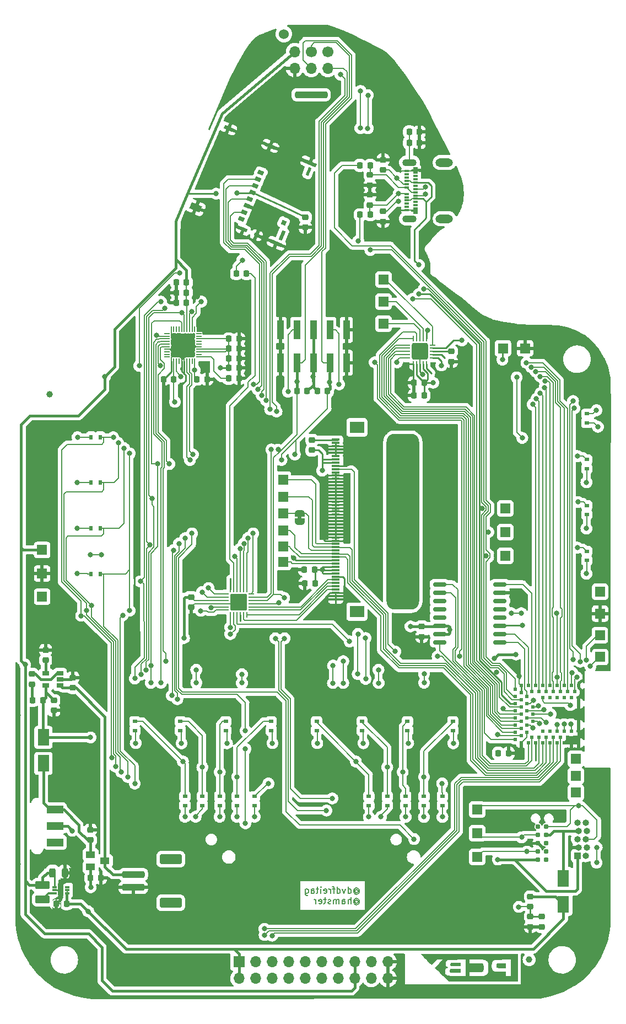
<source format=gbl>
G04 #@! TF.GenerationSoftware,KiCad,Pcbnew,(6.0.5)*
G04 #@! TF.CreationDate,2022-09-11T23:28:04-06:00*
G04 #@! TF.ProjectId,purplewizard,70757270-6c65-4776-997a-6172642e6b69,1.1*
G04 #@! TF.SameCoordinates,Original*
G04 #@! TF.FileFunction,Copper,L2,Bot*
G04 #@! TF.FilePolarity,Positive*
%FSLAX46Y46*%
G04 Gerber Fmt 4.6, Leading zero omitted, Abs format (unit mm)*
G04 Created by KiCad (PCBNEW (6.0.5)) date 2022-09-11 23:28:04*
%MOMM*%
%LPD*%
G01*
G04 APERTURE LIST*
G04 Aperture macros list*
%AMRoundRect*
0 Rectangle with rounded corners*
0 $1 Rounding radius*
0 $2 $3 $4 $5 $6 $7 $8 $9 X,Y pos of 4 corners*
0 Add a 4 corners polygon primitive as box body*
4,1,4,$2,$3,$4,$5,$6,$7,$8,$9,$2,$3,0*
0 Add four circle primitives for the rounded corners*
1,1,$1+$1,$2,$3*
1,1,$1+$1,$4,$5*
1,1,$1+$1,$6,$7*
1,1,$1+$1,$8,$9*
0 Add four rect primitives between the rounded corners*
20,1,$1+$1,$2,$3,$4,$5,0*
20,1,$1+$1,$4,$5,$6,$7,0*
20,1,$1+$1,$6,$7,$8,$9,0*
20,1,$1+$1,$8,$9,$2,$3,0*%
%AMRotRect*
0 Rectangle, with rotation*
0 The origin of the aperture is its center*
0 $1 length*
0 $2 width*
0 $3 Rotation angle, in degrees counterclockwise*
0 Add horizontal line*
21,1,$1,$2,0,0,$3*%
%AMOutline5P*
0 Free polygon, 5 corners , with rotation*
0 The origin of the aperture is its center*
0 number of corners: always 5*
0 $1 to $10 corner X, Y*
0 $11 Rotation angle, in degrees counterclockwise*
0 create outline with 5 corners*
4,1,5,$1,$2,$3,$4,$5,$6,$7,$8,$9,$10,$1,$2,$11*%
%AMOutline6P*
0 Free polygon, 6 corners , with rotation*
0 The origin of the aperture is its center*
0 number of corners: always 6*
0 $1 to $12 corner X, Y*
0 $13 Rotation angle, in degrees counterclockwise*
0 create outline with 6 corners*
4,1,6,$1,$2,$3,$4,$5,$6,$7,$8,$9,$10,$11,$12,$1,$2,$13*%
%AMOutline7P*
0 Free polygon, 7 corners , with rotation*
0 The origin of the aperture is its center*
0 number of corners: always 7*
0 $1 to $14 corner X, Y*
0 $15 Rotation angle, in degrees counterclockwise*
0 create outline with 7 corners*
4,1,7,$1,$2,$3,$4,$5,$6,$7,$8,$9,$10,$11,$12,$13,$14,$1,$2,$15*%
%AMOutline8P*
0 Free polygon, 8 corners , with rotation*
0 The origin of the aperture is its center*
0 number of corners: always 8*
0 $1 to $16 corner X, Y*
0 $17 Rotation angle, in degrees counterclockwise*
0 create outline with 8 corners*
4,1,8,$1,$2,$3,$4,$5,$6,$7,$8,$9,$10,$11,$12,$13,$14,$15,$16,$1,$2,$17*%
%AMFreePoly0*
4,1,12,-0.150000,0.225000,-0.138582,0.282403,-0.106066,0.331066,-0.057403,0.363582,0.000000,0.375000,0.057403,0.363582,0.106066,0.331066,0.138582,0.282403,0.150000,0.225000,0.150000,-0.375000,-0.150000,-0.375000,-0.150000,0.225000,-0.150000,0.225000,$1*%
%AMFreePoly1*
4,1,22,0.500000,-0.750000,0.000000,-0.750000,0.000000,-0.745033,-0.079941,-0.743568,-0.215256,-0.701293,-0.333266,-0.622738,-0.424486,-0.514219,-0.481581,-0.384460,-0.499164,-0.250000,-0.500000,-0.250000,-0.500000,0.250000,-0.499164,0.250000,-0.499963,0.256109,-0.478152,0.396186,-0.417904,0.524511,-0.324060,0.630769,-0.204165,0.706417,-0.067858,0.745374,0.000000,0.744959,0.000000,0.750000,
0.500000,0.750000,0.500000,-0.750000,0.500000,-0.750000,$1*%
%AMFreePoly2*
4,1,20,0.000000,0.744959,0.073905,0.744508,0.209726,0.703889,0.328688,0.626782,0.421226,0.519385,0.479903,0.390333,0.500000,0.250000,0.500000,-0.250000,0.499851,-0.262216,0.476331,-0.402017,0.414519,-0.529596,0.319384,-0.634700,0.198574,-0.708877,0.061801,-0.746166,0.000000,-0.745033,0.000000,-0.750000,-0.500000,-0.750000,-0.500000,0.750000,0.000000,0.750000,0.000000,0.744959,
0.000000,0.744959,$1*%
G04 Aperture macros list end*
%ADD10C,0.150000*%
G04 #@! TA.AperFunction,NonConductor*
%ADD11C,0.150000*%
G04 #@! TD*
G04 #@! TA.AperFunction,EtchedComponent*
%ADD12C,0.010000*%
G04 #@! TD*
G04 #@! TA.AperFunction,SMDPad,CuDef*
%ADD13R,0.700000X0.300000*%
G04 #@! TD*
G04 #@! TA.AperFunction,SMDPad,CuDef*
%ADD14R,0.700000X1.000000*%
G04 #@! TD*
G04 #@! TA.AperFunction,ComponentPad*
%ADD15O,2.200000X1.100000*%
G04 #@! TD*
G04 #@! TA.AperFunction,SMDPad,CuDef*
%ADD16O,2.200000X1.100000*%
G04 #@! TD*
G04 #@! TA.AperFunction,SMDPad,CuDef*
%ADD17O,2.700000X1.300000*%
G04 #@! TD*
G04 #@! TA.AperFunction,ComponentPad*
%ADD18O,2.700000X1.300000*%
G04 #@! TD*
G04 #@! TA.AperFunction,SMDPad,CuDef*
%ADD19RoundRect,0.250000X0.850000X-0.375000X0.850000X0.375000X-0.850000X0.375000X-0.850000X-0.375000X0*%
G04 #@! TD*
G04 #@! TA.AperFunction,SMDPad,CuDef*
%ADD20Outline5P,-0.850000X0.240000X-0.690000X0.400000X0.850000X0.400000X0.850000X-0.400000X-0.850000X-0.400000X270.000000*%
G04 #@! TD*
G04 #@! TA.AperFunction,SMDPad,CuDef*
%ADD21FreePoly0,270.000000*%
G04 #@! TD*
G04 #@! TA.AperFunction,SMDPad,CuDef*
%ADD22FreePoly0,90.000000*%
G04 #@! TD*
G04 #@! TA.AperFunction,SMDPad,CuDef*
%ADD23R,0.700000X0.600000*%
G04 #@! TD*
G04 #@! TA.AperFunction,SMDPad,CuDef*
%ADD24R,0.600000X0.700000*%
G04 #@! TD*
G04 #@! TA.AperFunction,SMDPad,CuDef*
%ADD25RotRect,1.010000X1.700000X67.000000*%
G04 #@! TD*
G04 #@! TA.AperFunction,SMDPad,CuDef*
%ADD26RotRect,0.520000X1.150000X67.000000*%
G04 #@! TD*
G04 #@! TA.AperFunction,SMDPad,CuDef*
%ADD27RotRect,0.520000X0.820000X67.000000*%
G04 #@! TD*
G04 #@! TA.AperFunction,SMDPad,CuDef*
%ADD28RotRect,0.570000X1.850000X67.000000*%
G04 #@! TD*
G04 #@! TA.AperFunction,SMDPad,CuDef*
%ADD29RotRect,1.550000X0.550000X67.000000*%
G04 #@! TD*
G04 #@! TA.AperFunction,SMDPad,CuDef*
%ADD30RotRect,0.700000X0.700000X67.000000*%
G04 #@! TD*
G04 #@! TA.AperFunction,SMDPad,CuDef*
%ADD31RotRect,1.300000X0.450000X67.000000*%
G04 #@! TD*
G04 #@! TA.AperFunction,SMDPad,CuDef*
%ADD32RotRect,0.570000X1.960000X67.000000*%
G04 #@! TD*
G04 #@! TA.AperFunction,SMDPad,CuDef*
%ADD33RotRect,0.520000X1.650000X67.000000*%
G04 #@! TD*
G04 #@! TA.AperFunction,SMDPad,CuDef*
%ADD34RotRect,0.570000X1.450000X67.000000*%
G04 #@! TD*
G04 #@! TA.AperFunction,SMDPad,CuDef*
%ADD35RotRect,0.640000X0.900000X67.000000*%
G04 #@! TD*
G04 #@! TA.AperFunction,SMDPad,CuDef*
%ADD36R,1.500000X1.500000*%
G04 #@! TD*
G04 #@! TA.AperFunction,SMDPad,CuDef*
%ADD37RoundRect,0.218750X-0.218750X-0.256250X0.218750X-0.256250X0.218750X0.256250X-0.218750X0.256250X0*%
G04 #@! TD*
G04 #@! TA.AperFunction,SMDPad,CuDef*
%ADD38FreePoly1,270.000000*%
G04 #@! TD*
G04 #@! TA.AperFunction,SMDPad,CuDef*
%ADD39FreePoly2,270.000000*%
G04 #@! TD*
G04 #@! TA.AperFunction,WasherPad*
%ADD40RoundRect,0.250000X-2.250000X-0.250000X2.250000X-0.250000X2.250000X0.250000X-2.250000X0.250000X0*%
G04 #@! TD*
G04 #@! TA.AperFunction,ComponentPad*
%ADD41C,1.700000*%
G04 #@! TD*
G04 #@! TA.AperFunction,ComponentPad*
%ADD42O,1.700000X1.700000*%
G04 #@! TD*
G04 #@! TA.AperFunction,WasherPad*
%ADD43C,1.524000*%
G04 #@! TD*
G04 #@! TA.AperFunction,SMDPad,CuDef*
%ADD44C,1.000000*%
G04 #@! TD*
G04 #@! TA.AperFunction,SMDPad,CuDef*
%ADD45RoundRect,0.249998X-1.550002X-1.550002X1.550002X-1.550002X1.550002X1.550002X-1.550002X1.550002X0*%
G04 #@! TD*
G04 #@! TA.AperFunction,ComponentPad*
%ADD46C,0.500000*%
G04 #@! TD*
G04 #@! TA.AperFunction,SMDPad,CuDef*
%ADD47RoundRect,0.062500X-0.350000X-0.062500X0.350000X-0.062500X0.350000X0.062500X-0.350000X0.062500X0*%
G04 #@! TD*
G04 #@! TA.AperFunction,SMDPad,CuDef*
%ADD48RoundRect,0.062500X-0.062500X-0.350000X0.062500X-0.350000X0.062500X0.350000X-0.062500X0.350000X0*%
G04 #@! TD*
G04 #@! TA.AperFunction,SMDPad,CuDef*
%ADD49R,1.300000X0.300000*%
G04 #@! TD*
G04 #@! TA.AperFunction,SMDPad,CuDef*
%ADD50R,2.200000X1.800000*%
G04 #@! TD*
G04 #@! TA.AperFunction,WasherPad*
%ADD51RoundRect,1.250000X-1.250000X-12.250000X1.250000X-12.250000X1.250000X12.250000X-1.250000X12.250000X0*%
G04 #@! TD*
G04 #@! TA.AperFunction,SMDPad,CuDef*
%ADD52R,1.800000X2.500000*%
G04 #@! TD*
G04 #@! TA.AperFunction,SMDPad,CuDef*
%ADD53RoundRect,0.218750X-0.256250X0.218750X-0.256250X-0.218750X0.256250X-0.218750X0.256250X0.218750X0*%
G04 #@! TD*
G04 #@! TA.AperFunction,SMDPad,CuDef*
%ADD54RoundRect,0.218750X0.256250X-0.218750X0.256250X0.218750X-0.256250X0.218750X-0.256250X-0.218750X0*%
G04 #@! TD*
G04 #@! TA.AperFunction,SMDPad,CuDef*
%ADD55RoundRect,0.218750X0.218750X0.256250X-0.218750X0.256250X-0.218750X-0.256250X0.218750X-0.256250X0*%
G04 #@! TD*
G04 #@! TA.AperFunction,SMDPad,CuDef*
%ADD56R,2.500000X1.250000*%
G04 #@! TD*
G04 #@! TA.AperFunction,SMDPad,CuDef*
%ADD57RoundRect,0.243750X-0.243750X-0.456250X0.243750X-0.456250X0.243750X0.456250X-0.243750X0.456250X0*%
G04 #@! TD*
G04 #@! TA.AperFunction,ConnectorPad*
%ADD58C,0.784860*%
G04 #@! TD*
G04 #@! TA.AperFunction,SMDPad,CuDef*
%ADD59R,1.060000X0.650000*%
G04 #@! TD*
G04 #@! TA.AperFunction,SMDPad,CuDef*
%ADD60RoundRect,0.250000X-1.450000X0.500000X-1.450000X-0.500000X1.450000X-0.500000X1.450000X0.500000X0*%
G04 #@! TD*
G04 #@! TA.AperFunction,SMDPad,CuDef*
%ADD61RoundRect,0.250000X-1.500000X0.250000X-1.500000X-0.250000X1.500000X-0.250000X1.500000X0.250000X0*%
G04 #@! TD*
G04 #@! TA.AperFunction,SMDPad,CuDef*
%ADD62R,1.400000X1.000000*%
G04 #@! TD*
G04 #@! TA.AperFunction,ComponentPad*
%ADD63R,1.000000X1.000000*%
G04 #@! TD*
G04 #@! TA.AperFunction,ComponentPad*
%ADD64O,1.000000X1.000000*%
G04 #@! TD*
G04 #@! TA.AperFunction,SMDPad,CuDef*
%ADD65RoundRect,0.062500X0.350000X-0.062500X0.350000X0.062500X-0.350000X0.062500X-0.350000X-0.062500X0*%
G04 #@! TD*
G04 #@! TA.AperFunction,SMDPad,CuDef*
%ADD66RoundRect,0.062500X0.062500X-0.350000X0.062500X0.350000X-0.062500X0.350000X-0.062500X-0.350000X0*%
G04 #@! TD*
G04 #@! TA.AperFunction,SMDPad,CuDef*
%ADD67RoundRect,0.250000X1.000000X-1.000000X1.000000X1.000000X-1.000000X1.000000X-1.000000X-1.000000X0*%
G04 #@! TD*
G04 #@! TA.AperFunction,SMDPad,CuDef*
%ADD68R,0.500000X0.500000*%
G04 #@! TD*
G04 #@! TA.AperFunction,SMDPad,CuDef*
%ADD69RoundRect,0.150000X-0.875000X-0.150000X0.875000X-0.150000X0.875000X0.150000X-0.875000X0.150000X0*%
G04 #@! TD*
G04 #@! TA.AperFunction,SMDPad,CuDef*
%ADD70RoundRect,0.250000X-1.050000X-1.050000X1.050000X-1.050000X1.050000X1.050000X-1.050000X1.050000X0*%
G04 #@! TD*
G04 #@! TA.AperFunction,ComponentPad*
%ADD71R,1.700000X1.700000*%
G04 #@! TD*
G04 #@! TA.AperFunction,SMDPad,CuDef*
%ADD72R,1.000000X3.000000*%
G04 #@! TD*
G04 #@! TA.AperFunction,ViaPad*
%ADD73C,0.800000*%
G04 #@! TD*
G04 #@! TA.AperFunction,Conductor*
%ADD74C,0.177800*%
G04 #@! TD*
G04 #@! TA.AperFunction,Conductor*
%ADD75C,0.228600*%
G04 #@! TD*
G04 #@! TA.AperFunction,Conductor*
%ADD76C,0.254000*%
G04 #@! TD*
G04 #@! TA.AperFunction,Conductor*
%ADD77C,0.203200*%
G04 #@! TD*
G04 #@! TA.AperFunction,Conductor*
%ADD78C,0.381000*%
G04 #@! TD*
G04 #@! TA.AperFunction,Conductor*
%ADD79C,0.304800*%
G04 #@! TD*
G04 #@! TA.AperFunction,Conductor*
%ADD80C,0.250000*%
G04 #@! TD*
G04 APERTURE END LIST*
D10*
D11*
X154640957Y-155124790D02*
X154688576Y-155077171D01*
X154783814Y-155029552D01*
X154879052Y-155029552D01*
X154974290Y-155077171D01*
X155021909Y-155124790D01*
X155069528Y-155220028D01*
X155069528Y-155315266D01*
X155021909Y-155410504D01*
X154974290Y-155458123D01*
X154879052Y-155505742D01*
X154783814Y-155505742D01*
X154688576Y-155458123D01*
X154640957Y-155410504D01*
X154640957Y-155029552D02*
X154640957Y-155410504D01*
X154593338Y-155458123D01*
X154545719Y-155458123D01*
X154450480Y-155410504D01*
X154402861Y-155315266D01*
X154402861Y-155077171D01*
X154498100Y-154934314D01*
X154640957Y-154839076D01*
X154831433Y-154791457D01*
X155021909Y-154839076D01*
X155164766Y-154934314D01*
X155260004Y-155077171D01*
X155307623Y-155267647D01*
X155260004Y-155458123D01*
X155164766Y-155600980D01*
X155021909Y-155696219D01*
X154831433Y-155743838D01*
X154640957Y-155696219D01*
X154498100Y-155600980D01*
X153545719Y-155600980D02*
X153545719Y-154600980D01*
X153545719Y-155553361D02*
X153640957Y-155600980D01*
X153831433Y-155600980D01*
X153926671Y-155553361D01*
X153974290Y-155505742D01*
X154021909Y-155410504D01*
X154021909Y-155124790D01*
X153974290Y-155029552D01*
X153926671Y-154981933D01*
X153831433Y-154934314D01*
X153640957Y-154934314D01*
X153545719Y-154981933D01*
X153164766Y-154934314D02*
X152926671Y-155600980D01*
X152688576Y-154934314D01*
X151879052Y-155600980D02*
X151879052Y-154600980D01*
X151879052Y-155553361D02*
X151974290Y-155600980D01*
X152164766Y-155600980D01*
X152260004Y-155553361D01*
X152307623Y-155505742D01*
X152355242Y-155410504D01*
X152355242Y-155124790D01*
X152307623Y-155029552D01*
X152260004Y-154981933D01*
X152164766Y-154934314D01*
X151974290Y-154934314D01*
X151879052Y-154981933D01*
X151545719Y-154934314D02*
X151164766Y-154934314D01*
X151402861Y-155600980D02*
X151402861Y-154743838D01*
X151355242Y-154648600D01*
X151260004Y-154600980D01*
X151164766Y-154600980D01*
X150831433Y-155600980D02*
X150831433Y-154934314D01*
X150831433Y-155124790D02*
X150783814Y-155029552D01*
X150736195Y-154981933D01*
X150640957Y-154934314D01*
X150545719Y-154934314D01*
X149831433Y-155553361D02*
X149926671Y-155600980D01*
X150117147Y-155600980D01*
X150212385Y-155553361D01*
X150260004Y-155458123D01*
X150260004Y-155077171D01*
X150212385Y-154981933D01*
X150117147Y-154934314D01*
X149926671Y-154934314D01*
X149831433Y-154981933D01*
X149783814Y-155077171D01*
X149783814Y-155172409D01*
X150260004Y-155267647D01*
X149355242Y-155600980D02*
X149355242Y-154934314D01*
X149355242Y-154600980D02*
X149402861Y-154648600D01*
X149355242Y-154696219D01*
X149307623Y-154648600D01*
X149355242Y-154600980D01*
X149355242Y-154696219D01*
X149021909Y-154934314D02*
X148640957Y-154934314D01*
X148879052Y-154600980D02*
X148879052Y-155458123D01*
X148831433Y-155553361D01*
X148736195Y-155600980D01*
X148640957Y-155600980D01*
X147879052Y-155600980D02*
X147879052Y-155077171D01*
X147926671Y-154981933D01*
X148021909Y-154934314D01*
X148212385Y-154934314D01*
X148307623Y-154981933D01*
X147879052Y-155553361D02*
X147974290Y-155600980D01*
X148212385Y-155600980D01*
X148307623Y-155553361D01*
X148355242Y-155458123D01*
X148355242Y-155362885D01*
X148307623Y-155267647D01*
X148212385Y-155220028D01*
X147974290Y-155220028D01*
X147879052Y-155172409D01*
X146974290Y-154934314D02*
X146974290Y-155743838D01*
X147021909Y-155839076D01*
X147069528Y-155886695D01*
X147164766Y-155934314D01*
X147307623Y-155934314D01*
X147402861Y-155886695D01*
X146974290Y-155553361D02*
X147069528Y-155600980D01*
X147260004Y-155600980D01*
X147355242Y-155553361D01*
X147402861Y-155505742D01*
X147450480Y-155410504D01*
X147450480Y-155124790D01*
X147402861Y-155029552D01*
X147355242Y-154981933D01*
X147260004Y-154934314D01*
X147069528Y-154934314D01*
X146974290Y-154981933D01*
X154640957Y-156734790D02*
X154688576Y-156687171D01*
X154783814Y-156639552D01*
X154879052Y-156639552D01*
X154974290Y-156687171D01*
X155021909Y-156734790D01*
X155069528Y-156830028D01*
X155069528Y-156925266D01*
X155021909Y-157020504D01*
X154974290Y-157068123D01*
X154879052Y-157115742D01*
X154783814Y-157115742D01*
X154688576Y-157068123D01*
X154640957Y-157020504D01*
X154640957Y-156639552D02*
X154640957Y-157020504D01*
X154593338Y-157068123D01*
X154545719Y-157068123D01*
X154450480Y-157020504D01*
X154402861Y-156925266D01*
X154402861Y-156687171D01*
X154498100Y-156544314D01*
X154640957Y-156449076D01*
X154831433Y-156401457D01*
X155021909Y-156449076D01*
X155164766Y-156544314D01*
X155260004Y-156687171D01*
X155307623Y-156877647D01*
X155260004Y-157068123D01*
X155164766Y-157210980D01*
X155021909Y-157306219D01*
X154831433Y-157353838D01*
X154640957Y-157306219D01*
X154498100Y-157210980D01*
X153974290Y-157210980D02*
X153974290Y-156210980D01*
X153545719Y-157210980D02*
X153545719Y-156687171D01*
X153593338Y-156591933D01*
X153688576Y-156544314D01*
X153831433Y-156544314D01*
X153926671Y-156591933D01*
X153974290Y-156639552D01*
X152640957Y-157210980D02*
X152640957Y-156687171D01*
X152688576Y-156591933D01*
X152783814Y-156544314D01*
X152974290Y-156544314D01*
X153069528Y-156591933D01*
X152640957Y-157163361D02*
X152736195Y-157210980D01*
X152974290Y-157210980D01*
X153069528Y-157163361D01*
X153117147Y-157068123D01*
X153117147Y-156972885D01*
X153069528Y-156877647D01*
X152974290Y-156830028D01*
X152736195Y-156830028D01*
X152640957Y-156782409D01*
X152164766Y-157210980D02*
X152164766Y-156544314D01*
X152164766Y-156639552D02*
X152117147Y-156591933D01*
X152021909Y-156544314D01*
X151879052Y-156544314D01*
X151783814Y-156591933D01*
X151736195Y-156687171D01*
X151736195Y-157210980D01*
X151736195Y-156687171D02*
X151688576Y-156591933D01*
X151593338Y-156544314D01*
X151450480Y-156544314D01*
X151355242Y-156591933D01*
X151307623Y-156687171D01*
X151307623Y-157210980D01*
X150879052Y-157163361D02*
X150783814Y-157210980D01*
X150593338Y-157210980D01*
X150498100Y-157163361D01*
X150450480Y-157068123D01*
X150450480Y-157020504D01*
X150498100Y-156925266D01*
X150593338Y-156877647D01*
X150736195Y-156877647D01*
X150831433Y-156830028D01*
X150879052Y-156734790D01*
X150879052Y-156687171D01*
X150831433Y-156591933D01*
X150736195Y-156544314D01*
X150593338Y-156544314D01*
X150498100Y-156591933D01*
X150164766Y-156544314D02*
X149783814Y-156544314D01*
X150021909Y-156210980D02*
X150021909Y-157068123D01*
X149974290Y-157163361D01*
X149879052Y-157210980D01*
X149783814Y-157210980D01*
X149069528Y-157163361D02*
X149164766Y-157210980D01*
X149355242Y-157210980D01*
X149450480Y-157163361D01*
X149498100Y-157068123D01*
X149498100Y-156687171D01*
X149450480Y-156591933D01*
X149355242Y-156544314D01*
X149164766Y-156544314D01*
X149069528Y-156591933D01*
X149021909Y-156687171D01*
X149021909Y-156782409D01*
X149498100Y-156877647D01*
X148593338Y-157210980D02*
X148593338Y-156544314D01*
X148593338Y-156734790D02*
X148545719Y-156639552D01*
X148498100Y-156591933D01*
X148402861Y-156544314D01*
X148307623Y-156544314D01*
G36*
X146405600Y-98143600D02*
G01*
X145805600Y-98143600D01*
X145805600Y-97643600D01*
X146405600Y-97643600D01*
X146405600Y-98143600D01*
G37*
G36*
X170802013Y-166713514D02*
G01*
X170078419Y-166713514D01*
X169887107Y-166713453D01*
X169730358Y-166713093D01*
X169607075Y-166712167D01*
X169512791Y-166710410D01*
X169443037Y-166707554D01*
X169393346Y-166703335D01*
X169359248Y-166697485D01*
X169336276Y-166689738D01*
X169319961Y-166679829D01*
X169305836Y-166667491D01*
X169291219Y-166651077D01*
X169260077Y-166581129D01*
X169253254Y-166497458D01*
X169270469Y-166415847D01*
X169311442Y-166352078D01*
X169366037Y-166300764D01*
X170802013Y-166288578D01*
X170802013Y-166713514D01*
G37*
D12*
X170802013Y-166713514D02*
X170078419Y-166713514D01*
X169887107Y-166713453D01*
X169730358Y-166713093D01*
X169607075Y-166712167D01*
X169512791Y-166710410D01*
X169443037Y-166707554D01*
X169393346Y-166703335D01*
X169359248Y-166697485D01*
X169336276Y-166689738D01*
X169319961Y-166679829D01*
X169305836Y-166667491D01*
X169291219Y-166651077D01*
X169260077Y-166581129D01*
X169253254Y-166497458D01*
X169270469Y-166415847D01*
X169311442Y-166352078D01*
X169366037Y-166300764D01*
X170802013Y-166288578D01*
X170802013Y-166713514D01*
G36*
X170796933Y-167682100D02*
G01*
X169271009Y-167682100D01*
X169219054Y-167630146D01*
X169214895Y-167625915D01*
X169185076Y-167585738D01*
X169170777Y-167535736D01*
X169167100Y-167459850D01*
X169167131Y-167450345D01*
X169171679Y-167377876D01*
X169187353Y-167329632D01*
X169219054Y-167289555D01*
X169271009Y-167237600D01*
X170796933Y-167237600D01*
X170796933Y-167682100D01*
G37*
X170796933Y-167682100D02*
X169271009Y-167682100D01*
X169219054Y-167630146D01*
X169214895Y-167625915D01*
X169185076Y-167585738D01*
X169170777Y-167535736D01*
X169167100Y-167459850D01*
X169167131Y-167450345D01*
X169171679Y-167377876D01*
X169187353Y-167329632D01*
X169219054Y-167289555D01*
X169271009Y-167237600D01*
X170796933Y-167237600D01*
X170796933Y-167682100D01*
G36*
X177739600Y-167004767D02*
G01*
X177131058Y-167004734D01*
X177011256Y-167004608D01*
X176838112Y-167003489D01*
X176700239Y-167000505D01*
X176593189Y-166994813D01*
X176512515Y-166985570D01*
X176453768Y-166971933D01*
X176412500Y-166953061D01*
X176384262Y-166928110D01*
X176364607Y-166896237D01*
X176349086Y-166856600D01*
X176332027Y-166784271D01*
X176323694Y-166677551D01*
X176330189Y-166572122D01*
X176351391Y-166487207D01*
X176363784Y-166459044D01*
X176380726Y-166430043D01*
X176403516Y-166407222D01*
X176436715Y-166389771D01*
X176484885Y-166376881D01*
X176552584Y-166367740D01*
X176644374Y-166361539D01*
X176764815Y-166357469D01*
X176918467Y-166354718D01*
X177109891Y-166352477D01*
X177739600Y-166345770D01*
X177739600Y-167004767D01*
G37*
X177739600Y-167004767D02*
X177131058Y-167004734D01*
X177011256Y-167004608D01*
X176838112Y-167003489D01*
X176700239Y-167000505D01*
X176593189Y-166994813D01*
X176512515Y-166985570D01*
X176453768Y-166971933D01*
X176412500Y-166953061D01*
X176384262Y-166928110D01*
X176364607Y-166896237D01*
X176349086Y-166856600D01*
X176332027Y-166784271D01*
X176323694Y-166677551D01*
X176330189Y-166572122D01*
X176351391Y-166487207D01*
X176363784Y-166459044D01*
X176380726Y-166430043D01*
X176403516Y-166407222D01*
X176436715Y-166389771D01*
X176484885Y-166376881D01*
X176552584Y-166367740D01*
X176644374Y-166361539D01*
X176764815Y-166357469D01*
X176918467Y-166354718D01*
X177109891Y-166352477D01*
X177739600Y-166345770D01*
X177739600Y-167004767D01*
G36*
X168982299Y-169057934D02*
G01*
X168197175Y-168295934D01*
X172088100Y-168295934D01*
X173183475Y-168294023D01*
X173440655Y-168293266D01*
X173682347Y-168291775D01*
X173886400Y-168289533D01*
X174055260Y-168286484D01*
X174191370Y-168282571D01*
X174297177Y-168277736D01*
X174375126Y-168271923D01*
X174427660Y-168265075D01*
X174612367Y-168214912D01*
X174769165Y-168135264D01*
X174896305Y-168025772D01*
X174994772Y-167885585D01*
X175065551Y-167713850D01*
X175078013Y-167654306D01*
X175089680Y-167552990D01*
X175098520Y-167423802D01*
X175104526Y-167274422D01*
X175107691Y-167112531D01*
X175108009Y-166945807D01*
X175105474Y-166781931D01*
X175101881Y-166679765D01*
X175531113Y-166679765D01*
X175537743Y-166861256D01*
X175547647Y-166945807D01*
X175557993Y-167034136D01*
X175591541Y-167187811D01*
X175638068Y-167311684D01*
X175646342Y-167327254D01*
X175722481Y-167428990D01*
X175824879Y-167517766D01*
X175939570Y-167581103D01*
X175954520Y-167586979D01*
X175985036Y-167597744D01*
X176017875Y-167606520D01*
X176057482Y-167613560D01*
X176108303Y-167619117D01*
X176174783Y-167623440D01*
X176261368Y-167626783D01*
X176372504Y-167629398D01*
X176512635Y-167631536D01*
X176686208Y-167633449D01*
X176897668Y-167635389D01*
X177738485Y-167642777D01*
X177744334Y-167953480D01*
X177750183Y-168264184D01*
X178136475Y-168269953D01*
X178522766Y-168275722D01*
X178522766Y-165710725D01*
X177353308Y-165719113D01*
X177294210Y-165719539D01*
X177040565Y-165721461D01*
X176824753Y-165723472D01*
X176643060Y-165725865D01*
X176491775Y-165728937D01*
X176367185Y-165732983D01*
X176265580Y-165738297D01*
X176183246Y-165745176D01*
X176116472Y-165753915D01*
X176061545Y-165764809D01*
X176014754Y-165778153D01*
X175972386Y-165794242D01*
X175930730Y-165813372D01*
X175886073Y-165835839D01*
X175875611Y-165841371D01*
X175765040Y-165923485D01*
X175671434Y-166036089D01*
X175603494Y-166168925D01*
X175596143Y-166189582D01*
X175559992Y-166333333D01*
X175538422Y-166500259D01*
X175531113Y-166679765D01*
X175101881Y-166679765D01*
X175100081Y-166628581D01*
X175091822Y-166493439D01*
X175080691Y-166384183D01*
X175066683Y-166308493D01*
X175058919Y-166281135D01*
X175001237Y-166125259D01*
X174926324Y-165999818D01*
X174829444Y-165900897D01*
X174705858Y-165824580D01*
X174550829Y-165766951D01*
X174359621Y-165724096D01*
X174355191Y-165723335D01*
X174302133Y-165715798D01*
X174237305Y-165709516D01*
X174156888Y-165704392D01*
X174057062Y-165700327D01*
X173934005Y-165697223D01*
X173783899Y-165694979D01*
X173602922Y-165693499D01*
X173387255Y-165692684D01*
X173133077Y-165692434D01*
X172088100Y-165692434D01*
X172088100Y-166324691D01*
X173035308Y-166333133D01*
X173203369Y-166334789D01*
X173427922Y-166337681D01*
X173614566Y-166341081D01*
X173765977Y-166345081D01*
X173884833Y-166349772D01*
X173973810Y-166355247D01*
X174035586Y-166361599D01*
X174072837Y-166368920D01*
X174139969Y-166396387D01*
X174201604Y-166443190D01*
X174247799Y-166510287D01*
X174279978Y-166601918D01*
X174299562Y-166722327D01*
X174307973Y-166875758D01*
X174306634Y-167066451D01*
X174306023Y-167088050D01*
X174300424Y-167223042D01*
X174291367Y-167324422D01*
X174276840Y-167399843D01*
X174254832Y-167456957D01*
X174223329Y-167503417D01*
X174180319Y-167546876D01*
X174162533Y-167562437D01*
X174135619Y-167582818D01*
X174105259Y-167599712D01*
X174067564Y-167613490D01*
X174018645Y-167624524D01*
X173954614Y-167633183D01*
X173871582Y-167639839D01*
X173765661Y-167644863D01*
X173632962Y-167648624D01*
X173469595Y-167651494D01*
X173271674Y-167653844D01*
X173035308Y-167656045D01*
X172088100Y-167664338D01*
X172088100Y-168295934D01*
X168197175Y-168295934D01*
X167924483Y-168031274D01*
X167456160Y-167576745D01*
X168362766Y-167576745D01*
X168363093Y-167606116D01*
X168382194Y-167784839D01*
X168431329Y-167933906D01*
X168511328Y-168054282D01*
X168623027Y-168146937D01*
X168767256Y-168212838D01*
X168944850Y-168252952D01*
X168968506Y-168255299D01*
X169040875Y-168259193D01*
X169149347Y-168262777D01*
X169289962Y-168265990D01*
X169458760Y-168268769D01*
X169651779Y-168271056D01*
X169865059Y-168272789D01*
X170094639Y-168273906D01*
X170336558Y-168274348D01*
X171580100Y-168274767D01*
X171580100Y-165711465D01*
X169029516Y-165724481D01*
X168881350Y-165776386D01*
X168811284Y-165804527D01*
X168672677Y-165888781D01*
X168567071Y-165999334D01*
X168494824Y-166135594D01*
X168456295Y-166296972D01*
X168451842Y-166482877D01*
X168465050Y-166588596D01*
X168506211Y-166714309D01*
X168576993Y-166816335D01*
X168681174Y-166901574D01*
X168787897Y-166970728D01*
X168687220Y-167002860D01*
X168587157Y-167048225D01*
X168489099Y-167132943D01*
X168418964Y-167249358D01*
X168376828Y-167397336D01*
X168362766Y-167576745D01*
X167456160Y-167576745D01*
X166866667Y-167004615D01*
X167514175Y-166359408D01*
X168161683Y-165714202D01*
X167691911Y-165713901D01*
X167222140Y-165713600D01*
X166908745Y-166014081D01*
X166903325Y-166019277D01*
X166799961Y-166118364D01*
X166699573Y-166214569D01*
X166609057Y-166301286D01*
X166535305Y-166371911D01*
X166485213Y-166419840D01*
X166375076Y-166525119D01*
X165811820Y-165976485D01*
X165711269Y-165878597D01*
X165567634Y-165738933D01*
X165425813Y-165601208D01*
X165291504Y-165470949D01*
X165170405Y-165353679D01*
X165068212Y-165254922D01*
X164990624Y-165180204D01*
X164732683Y-164932557D01*
X172167475Y-164931495D01*
X179602266Y-164930434D01*
X179602266Y-169057934D01*
X168982299Y-169057934D01*
G37*
X168982299Y-169057934D02*
X168197175Y-168295934D01*
X172088100Y-168295934D01*
X173183475Y-168294023D01*
X173440655Y-168293266D01*
X173682347Y-168291775D01*
X173886400Y-168289533D01*
X174055260Y-168286484D01*
X174191370Y-168282571D01*
X174297177Y-168277736D01*
X174375126Y-168271923D01*
X174427660Y-168265075D01*
X174612367Y-168214912D01*
X174769165Y-168135264D01*
X174896305Y-168025772D01*
X174994772Y-167885585D01*
X175065551Y-167713850D01*
X175078013Y-167654306D01*
X175089680Y-167552990D01*
X175098520Y-167423802D01*
X175104526Y-167274422D01*
X175107691Y-167112531D01*
X175108009Y-166945807D01*
X175105474Y-166781931D01*
X175101881Y-166679765D01*
X175531113Y-166679765D01*
X175537743Y-166861256D01*
X175547647Y-166945807D01*
X175557993Y-167034136D01*
X175591541Y-167187811D01*
X175638068Y-167311684D01*
X175646342Y-167327254D01*
X175722481Y-167428990D01*
X175824879Y-167517766D01*
X175939570Y-167581103D01*
X175954520Y-167586979D01*
X175985036Y-167597744D01*
X176017875Y-167606520D01*
X176057482Y-167613560D01*
X176108303Y-167619117D01*
X176174783Y-167623440D01*
X176261368Y-167626783D01*
X176372504Y-167629398D01*
X176512635Y-167631536D01*
X176686208Y-167633449D01*
X176897668Y-167635389D01*
X177738485Y-167642777D01*
X177744334Y-167953480D01*
X177750183Y-168264184D01*
X178136475Y-168269953D01*
X178522766Y-168275722D01*
X178522766Y-165710725D01*
X177353308Y-165719113D01*
X177294210Y-165719539D01*
X177040565Y-165721461D01*
X176824753Y-165723472D01*
X176643060Y-165725865D01*
X176491775Y-165728937D01*
X176367185Y-165732983D01*
X176265580Y-165738297D01*
X176183246Y-165745176D01*
X176116472Y-165753915D01*
X176061545Y-165764809D01*
X176014754Y-165778153D01*
X175972386Y-165794242D01*
X175930730Y-165813372D01*
X175886073Y-165835839D01*
X175875611Y-165841371D01*
X175765040Y-165923485D01*
X175671434Y-166036089D01*
X175603494Y-166168925D01*
X175596143Y-166189582D01*
X175559992Y-166333333D01*
X175538422Y-166500259D01*
X175531113Y-166679765D01*
X175101881Y-166679765D01*
X175100081Y-166628581D01*
X175091822Y-166493439D01*
X175080691Y-166384183D01*
X175066683Y-166308493D01*
X175058919Y-166281135D01*
X175001237Y-166125259D01*
X174926324Y-165999818D01*
X174829444Y-165900897D01*
X174705858Y-165824580D01*
X174550829Y-165766951D01*
X174359621Y-165724096D01*
X174355191Y-165723335D01*
X174302133Y-165715798D01*
X174237305Y-165709516D01*
X174156888Y-165704392D01*
X174057062Y-165700327D01*
X173934005Y-165697223D01*
X173783899Y-165694979D01*
X173602922Y-165693499D01*
X173387255Y-165692684D01*
X173133077Y-165692434D01*
X172088100Y-165692434D01*
X172088100Y-166324691D01*
X173035308Y-166333133D01*
X173203369Y-166334789D01*
X173427922Y-166337681D01*
X173614566Y-166341081D01*
X173765977Y-166345081D01*
X173884833Y-166349772D01*
X173973810Y-166355247D01*
X174035586Y-166361599D01*
X174072837Y-166368920D01*
X174139969Y-166396387D01*
X174201604Y-166443190D01*
X174247799Y-166510287D01*
X174279978Y-166601918D01*
X174299562Y-166722327D01*
X174307973Y-166875758D01*
X174306634Y-167066451D01*
X174306023Y-167088050D01*
X174300424Y-167223042D01*
X174291367Y-167324422D01*
X174276840Y-167399843D01*
X174254832Y-167456957D01*
X174223329Y-167503417D01*
X174180319Y-167546876D01*
X174162533Y-167562437D01*
X174135619Y-167582818D01*
X174105259Y-167599712D01*
X174067564Y-167613490D01*
X174018645Y-167624524D01*
X173954614Y-167633183D01*
X173871582Y-167639839D01*
X173765661Y-167644863D01*
X173632962Y-167648624D01*
X173469595Y-167651494D01*
X173271674Y-167653844D01*
X173035308Y-167656045D01*
X172088100Y-167664338D01*
X172088100Y-168295934D01*
X168197175Y-168295934D01*
X167924483Y-168031274D01*
X167456160Y-167576745D01*
X168362766Y-167576745D01*
X168363093Y-167606116D01*
X168382194Y-167784839D01*
X168431329Y-167933906D01*
X168511328Y-168054282D01*
X168623027Y-168146937D01*
X168767256Y-168212838D01*
X168944850Y-168252952D01*
X168968506Y-168255299D01*
X169040875Y-168259193D01*
X169149347Y-168262777D01*
X169289962Y-168265990D01*
X169458760Y-168268769D01*
X169651779Y-168271056D01*
X169865059Y-168272789D01*
X170094639Y-168273906D01*
X170336558Y-168274348D01*
X171580100Y-168274767D01*
X171580100Y-165711465D01*
X169029516Y-165724481D01*
X168881350Y-165776386D01*
X168811284Y-165804527D01*
X168672677Y-165888781D01*
X168567071Y-165999334D01*
X168494824Y-166135594D01*
X168456295Y-166296972D01*
X168451842Y-166482877D01*
X168465050Y-166588596D01*
X168506211Y-166714309D01*
X168576993Y-166816335D01*
X168681174Y-166901574D01*
X168787897Y-166970728D01*
X168687220Y-167002860D01*
X168587157Y-167048225D01*
X168489099Y-167132943D01*
X168418964Y-167249358D01*
X168376828Y-167397336D01*
X168362766Y-167576745D01*
X167456160Y-167576745D01*
X166866667Y-167004615D01*
X167514175Y-166359408D01*
X168161683Y-165714202D01*
X167691911Y-165713901D01*
X167222140Y-165713600D01*
X166908745Y-166014081D01*
X166903325Y-166019277D01*
X166799961Y-166118364D01*
X166699573Y-166214569D01*
X166609057Y-166301286D01*
X166535305Y-166371911D01*
X166485213Y-166419840D01*
X166375076Y-166525119D01*
X165811820Y-165976485D01*
X165711269Y-165878597D01*
X165567634Y-165738933D01*
X165425813Y-165601208D01*
X165291504Y-165470949D01*
X165170405Y-165353679D01*
X165068212Y-165254922D01*
X164990624Y-165180204D01*
X164732683Y-164932557D01*
X172167475Y-164931495D01*
X179602266Y-164930434D01*
X179602266Y-169057934D01*
X168982299Y-169057934D01*
D13*
X162585600Y-44713600D03*
X162585600Y-45213600D03*
X162585600Y-45713600D03*
X162585600Y-46213600D03*
X162585600Y-46713600D03*
X162585600Y-47213600D03*
X162585600Y-48213600D03*
X162585600Y-48713600D03*
X162585600Y-49213600D03*
X162585600Y-49713600D03*
X162585600Y-50213600D03*
X162585600Y-50713600D03*
D14*
X163885600Y-50813600D03*
D13*
X163885600Y-49963600D03*
X163885600Y-49463600D03*
X163885600Y-48963600D03*
X163885600Y-48463600D03*
X163885600Y-47963600D03*
X163885600Y-47463600D03*
X163885600Y-46963600D03*
X163885600Y-46463600D03*
X163885600Y-45963600D03*
X163885600Y-45463600D03*
D14*
X163885600Y-44613600D03*
D15*
X162995600Y-43393600D03*
D16*
X162995600Y-43393600D03*
D15*
X162995600Y-52033600D03*
D16*
X162995600Y-52033600D03*
D17*
X168355600Y-43393600D03*
D18*
X168355600Y-43393600D03*
D17*
X168355600Y-52033600D03*
D18*
X168355600Y-52033600D03*
D19*
X106615600Y-156498600D03*
X106615600Y-154348600D03*
D20*
X109425600Y-155130500D03*
D21*
X108450600Y-154630500D03*
X108450600Y-155130500D03*
X108450600Y-155630500D03*
D22*
X110400600Y-155630500D03*
X110400600Y-155130500D03*
X110400600Y-154630500D03*
D23*
X156751020Y-140727200D03*
X156751020Y-142127200D03*
X168046400Y-140727200D03*
X168046400Y-142127200D03*
X162398710Y-140727200D03*
X162398710Y-142127200D03*
X165222555Y-140727200D03*
X165222555Y-142127200D03*
X159574865Y-140727200D03*
X159574865Y-142127200D03*
X128483360Y-140727200D03*
X128483360Y-142127200D03*
X139194540Y-140727200D03*
X139194540Y-142127200D03*
X133838950Y-140727200D03*
X133838950Y-142127200D03*
X136516745Y-140727200D03*
X136516745Y-142127200D03*
X131161155Y-140727200D03*
X131161155Y-142127200D03*
D24*
X115475600Y-106573600D03*
X114075600Y-106573600D03*
X115475600Y-99563600D03*
X114075600Y-99563600D03*
X115475600Y-92553600D03*
X114075600Y-92553600D03*
X115475600Y-85543600D03*
X114075600Y-85543600D03*
D23*
X169661840Y-129200680D03*
X169661840Y-130600680D03*
X162680104Y-129200680D03*
X162680104Y-130600680D03*
X155698370Y-129200680D03*
X155698370Y-130600680D03*
X148716636Y-129200680D03*
X148716636Y-130600680D03*
X141734902Y-129200680D03*
X141734902Y-130600680D03*
X134753168Y-129200680D03*
X134753168Y-130600680D03*
X127771434Y-129200680D03*
X127771434Y-130600680D03*
X120789700Y-129200680D03*
X120789700Y-130600680D03*
X190235600Y-103073600D03*
X190235600Y-104473600D03*
X190235600Y-96040266D03*
X190235600Y-97440266D03*
X190235600Y-89006933D03*
X190235600Y-90406933D03*
X190235600Y-81973600D03*
X190235600Y-83373600D03*
D25*
X130170090Y-50307692D03*
D26*
X137461413Y-53668833D03*
D27*
X139500331Y-54534303D03*
D28*
X142533958Y-55794842D03*
D29*
X143426602Y-54587661D03*
D30*
X143637747Y-52618633D03*
D31*
X147467659Y-44760409D03*
D32*
X147707405Y-43466202D03*
D33*
X141600418Y-40846781D03*
D34*
X135193141Y-38154212D03*
D35*
X137149155Y-52037110D03*
X137578959Y-51024555D03*
X138008763Y-50012000D03*
X138438567Y-48999444D03*
X138868372Y-47986889D03*
X139298176Y-46974334D03*
X139727980Y-45961778D03*
X140157784Y-44949223D03*
D36*
X143555600Y-92063600D03*
X143555600Y-97243600D03*
D37*
X146838100Y-105893600D03*
X148413100Y-105893600D03*
D38*
X146105600Y-97243600D03*
D39*
X146105600Y-98543600D03*
D36*
X143555600Y-104753600D03*
D40*
X147876260Y-32979360D03*
D41*
X150418800Y-26390600D03*
D42*
X150418800Y-28930600D03*
D43*
X143682720Y-23665180D03*
D41*
X147878800Y-26390600D03*
D42*
X147878800Y-28930600D03*
X145338800Y-26390600D03*
X145338800Y-28930600D03*
D44*
X181375600Y-165783600D03*
X107675600Y-78973600D03*
D45*
X128185600Y-71463600D03*
D46*
X126635600Y-73013600D03*
X127668933Y-73013600D03*
X128702267Y-73013600D03*
X129735600Y-73013600D03*
X126635600Y-71980267D03*
X127668933Y-71980267D03*
X128702267Y-71980267D03*
X129735600Y-71980267D03*
X126635600Y-70946933D03*
X127668933Y-70946933D03*
X128702267Y-70946933D03*
X129735600Y-70946933D03*
X126635600Y-69913600D03*
X127668933Y-69913600D03*
X128702267Y-69913600D03*
X129735600Y-69913600D03*
D47*
X125748100Y-73263600D03*
X125748100Y-72863600D03*
X125748100Y-72463600D03*
X125748100Y-72063600D03*
X125748100Y-71663600D03*
X125748100Y-71263600D03*
X125748100Y-70863600D03*
X125748100Y-70463600D03*
X125748100Y-70063600D03*
X125748100Y-69663600D03*
D48*
X126385600Y-69026100D03*
X126785600Y-69026100D03*
X127185600Y-69026100D03*
X127585600Y-69026100D03*
X127985600Y-69026100D03*
X128385600Y-69026100D03*
X128785600Y-69026100D03*
X129185600Y-69026100D03*
X129585600Y-69026100D03*
X129985600Y-69026100D03*
D47*
X130623100Y-69663600D03*
X130623100Y-70063600D03*
X130623100Y-70463600D03*
X130623100Y-70863600D03*
X130623100Y-71263600D03*
X130623100Y-71663600D03*
X130623100Y-72063600D03*
X130623100Y-72463600D03*
X130623100Y-72863600D03*
X130623100Y-73263600D03*
D48*
X129985600Y-73901100D03*
X129585600Y-73901100D03*
X129185600Y-73901100D03*
X128785600Y-73901100D03*
X128385600Y-73901100D03*
X127985600Y-73901100D03*
X127585600Y-73901100D03*
X127185600Y-73901100D03*
X126785600Y-73901100D03*
X126385600Y-73901100D03*
D49*
X151665600Y-110463600D03*
X151665600Y-109963600D03*
X151665600Y-109463600D03*
X151665600Y-108963600D03*
X151665600Y-108463600D03*
X151665600Y-107963600D03*
X151665600Y-107463600D03*
X151665600Y-106963600D03*
X151665600Y-106463600D03*
X151665600Y-105963600D03*
X151665600Y-105463600D03*
X151665600Y-104963600D03*
X151665600Y-104463600D03*
X151665600Y-103963600D03*
X151665600Y-103463600D03*
X151665600Y-102963600D03*
X151665600Y-102463600D03*
X151665600Y-101963600D03*
X151665600Y-101463600D03*
X151665600Y-100963600D03*
X151665600Y-100463600D03*
X151665600Y-99963600D03*
X151665600Y-99463600D03*
X151665600Y-98963600D03*
X151665600Y-98463600D03*
X151665600Y-97963600D03*
X151665600Y-97463600D03*
X151665600Y-96963600D03*
X151665600Y-96463600D03*
X151665600Y-95963600D03*
X151665600Y-95463600D03*
X151665600Y-94963600D03*
X151665600Y-94463600D03*
X151665600Y-93963600D03*
X151665600Y-93463600D03*
X151665600Y-92963600D03*
X151665600Y-92463600D03*
X151665600Y-91963600D03*
X151665600Y-91463600D03*
X151665600Y-90963600D03*
X151665600Y-90463600D03*
X151665600Y-89963600D03*
X151665600Y-89463600D03*
X151665600Y-88963600D03*
X151665600Y-88463600D03*
X151665600Y-87963600D03*
X151665600Y-87463600D03*
X151665600Y-86963600D03*
X151665600Y-86463600D03*
X151665600Y-85963600D03*
D50*
X154915600Y-84063600D03*
X154915600Y-112363600D03*
D51*
X161965600Y-98543600D03*
D52*
X186644280Y-153305760D03*
X186644280Y-157305760D03*
D53*
X156925600Y-49924432D03*
X156925600Y-48349432D03*
X111274860Y-124051160D03*
X111274860Y-122476160D03*
D54*
X108351320Y-125950880D03*
X108351320Y-127525880D03*
D37*
X136783100Y-70463600D03*
X135208100Y-70463600D03*
D53*
X183317600Y-160748500D03*
X183317600Y-159173500D03*
D54*
X113982500Y-145839080D03*
X113982500Y-147414080D03*
D55*
X108728100Y-157203600D03*
X110303100Y-157203600D03*
D37*
X165253100Y-79163600D03*
X163678100Y-79163600D03*
D54*
X169445600Y-72396100D03*
X169445600Y-73971100D03*
D37*
X178203100Y-134083600D03*
X176628100Y-134083600D03*
X165253100Y-77213600D03*
X163678100Y-77213600D03*
D56*
X108555600Y-142773600D03*
X108555600Y-145273600D03*
X108555600Y-147773600D03*
D53*
X156915600Y-46897766D03*
X156915600Y-45322766D03*
D54*
X164875600Y-114616100D03*
X164875600Y-116191100D03*
D37*
X164523100Y-40353600D03*
X162948100Y-40353600D03*
D55*
X135208100Y-71953600D03*
X136783100Y-71953600D03*
X135208100Y-74933600D03*
X136783100Y-74933600D03*
X127158100Y-63368600D03*
X128733100Y-63368600D03*
X127158100Y-61823600D03*
X128733100Y-61823600D03*
D37*
X136783100Y-73443600D03*
X135208100Y-73443600D03*
D53*
X105021380Y-123512680D03*
X105021380Y-121937680D03*
D57*
X110023100Y-152433600D03*
X108148100Y-152433600D03*
D54*
X129425600Y-110116100D03*
X129425600Y-111691100D03*
X181565000Y-159173500D03*
X181565000Y-160748500D03*
X147995600Y-85996100D03*
X147995600Y-87571100D03*
D55*
X155388100Y-51413600D03*
X156963100Y-51413600D03*
D54*
X158925600Y-50886100D03*
X158925600Y-52461100D03*
X158925600Y-42956100D03*
X158925600Y-44531100D03*
D58*
X184020460Y-147894040D03*
X182750460Y-147894040D03*
X184020460Y-149164040D03*
X182750460Y-149164040D03*
X184020460Y-150434040D03*
X182750460Y-150434040D03*
X182750460Y-146624040D03*
X184020460Y-146624040D03*
X182750460Y-145354040D03*
X184020460Y-145354040D03*
D59*
X107109080Y-121823440D03*
X107109080Y-123723440D03*
X109309080Y-123723440D03*
X109309080Y-122773440D03*
X109309080Y-121823440D03*
D55*
X155378100Y-43833600D03*
X156953100Y-43833600D03*
D60*
X126308440Y-157058100D03*
X126308440Y-150358100D03*
D61*
X120558440Y-154708100D03*
X120558440Y-152708100D03*
D62*
X116187400Y-150624540D03*
X113987400Y-149674540D03*
X113987400Y-151574540D03*
D63*
X188808360Y-149814280D03*
D64*
X190078360Y-149814280D03*
X189008360Y-148544280D03*
X190278360Y-148544280D03*
X188808360Y-147274280D03*
X190078360Y-147274280D03*
X189008360Y-146004280D03*
X190278360Y-146004280D03*
X188808360Y-144734280D03*
X190078360Y-144734280D03*
D54*
X146985600Y-51786100D03*
X146985600Y-53361100D03*
D55*
X113993100Y-153238600D03*
X115568100Y-153238600D03*
D65*
X166523100Y-73403600D03*
X166523100Y-72903600D03*
X166523100Y-72403600D03*
X166523100Y-71903600D03*
X166523100Y-71403600D03*
D66*
X165585600Y-70466100D03*
X165085600Y-70466100D03*
X164585600Y-70466100D03*
X164085600Y-70466100D03*
X163585600Y-70466100D03*
D65*
X162648100Y-71403600D03*
X162648100Y-71903600D03*
X162648100Y-72403600D03*
X162648100Y-72903600D03*
X162648100Y-73403600D03*
D66*
X163585600Y-74341100D03*
X164085600Y-74341100D03*
X164585600Y-74341100D03*
X165085600Y-74341100D03*
X165585600Y-74341100D03*
D67*
X164585600Y-72403600D03*
D53*
X107078780Y-119814440D03*
X107078780Y-118239440D03*
D55*
X148828100Y-78513600D03*
X150403100Y-78513600D03*
X135208100Y-76543600D03*
X136783100Y-76543600D03*
D68*
X179240940Y-124254900D03*
X179240940Y-131954900D03*
X179240940Y-125354900D03*
X179240940Y-126454900D03*
X179240940Y-127554900D03*
X179240940Y-128654900D03*
X179240940Y-129754900D03*
X179240940Y-130854900D03*
X181940940Y-127004900D03*
X181940940Y-128104900D03*
X181940940Y-129204900D03*
X187840940Y-125504900D03*
X183440940Y-125504900D03*
X184540940Y-125504900D03*
X185640940Y-125504900D03*
X186740940Y-125504900D03*
X183440940Y-130704900D03*
X184540940Y-130704900D03*
X185640940Y-130704900D03*
X186740940Y-130704900D03*
X187840940Y-130704900D03*
X188940940Y-129754900D03*
X188940940Y-126454900D03*
X188940940Y-123704900D03*
X188390940Y-124604900D03*
X187840940Y-123704900D03*
X187290940Y-124604900D03*
X186740940Y-123704900D03*
X186190940Y-124604900D03*
X185640940Y-123704900D03*
X185090940Y-124604900D03*
X184540940Y-123704900D03*
X183990940Y-124604900D03*
X183440940Y-123704900D03*
X182890940Y-124604900D03*
X182340940Y-123704900D03*
X181790940Y-124604900D03*
X181240940Y-123704900D03*
X180140940Y-123704900D03*
X180140940Y-124804900D03*
X181040940Y-125354900D03*
X180140940Y-125904900D03*
X181040940Y-126454900D03*
X180140940Y-127004900D03*
X181040940Y-127554900D03*
X180140940Y-128104900D03*
X181040940Y-128654900D03*
X180140940Y-129204900D03*
X181040940Y-129754900D03*
X180140940Y-130304900D03*
X181040940Y-130854900D03*
X180140940Y-131404900D03*
X180140940Y-132504900D03*
X181240940Y-132504900D03*
X181790940Y-131604900D03*
X182340940Y-132504900D03*
X182890940Y-131604900D03*
X183440940Y-132504900D03*
X183990940Y-131604900D03*
X184540940Y-132504900D03*
X185090940Y-131604900D03*
X185640940Y-132504900D03*
X186190940Y-131604900D03*
X186740940Y-132504900D03*
X187290940Y-131604900D03*
X187840940Y-132504900D03*
X188390940Y-131604900D03*
X188940940Y-132504900D03*
D37*
X126783100Y-76663600D03*
X125208100Y-76663600D03*
D54*
X181565000Y-156100100D03*
X181565000Y-157675100D03*
D37*
X147243100Y-78513600D03*
X145668100Y-78513600D03*
D69*
X176905600Y-117038600D03*
X176905600Y-115768600D03*
X176905600Y-114498600D03*
X176905600Y-113228600D03*
X176905600Y-111958600D03*
X176905600Y-110688600D03*
X176905600Y-109418600D03*
X176905600Y-108148600D03*
X167605600Y-108148600D03*
X167605600Y-109418600D03*
X167605600Y-110688600D03*
X167605600Y-111958600D03*
X167605600Y-113228600D03*
X167605600Y-114498600D03*
X167605600Y-115768600D03*
X167605600Y-117038600D03*
D55*
X105067000Y-125986540D03*
X106642000Y-125986540D03*
D48*
X135465600Y-112811100D03*
X135965600Y-112811100D03*
X136465600Y-112811100D03*
X136965600Y-112811100D03*
X137465600Y-112811100D03*
X137965600Y-112811100D03*
D47*
X138653100Y-112123600D03*
X138653100Y-111623600D03*
X138653100Y-111123600D03*
X138653100Y-110623600D03*
X138653100Y-110123600D03*
X138653100Y-109623600D03*
D48*
X137965600Y-108936100D03*
X137465600Y-108936100D03*
X136965600Y-108936100D03*
X136465600Y-108936100D03*
X135965600Y-108936100D03*
X135465600Y-108936100D03*
D47*
X134778100Y-109623600D03*
X134778100Y-110123600D03*
X134778100Y-110623600D03*
X134778100Y-111123600D03*
X134778100Y-111623600D03*
X134778100Y-112123600D03*
D70*
X136715600Y-110873600D03*
D37*
X164523100Y-38683600D03*
X162948100Y-38683600D03*
D36*
X158985600Y-64738600D03*
X192255600Y-109313600D03*
X192235600Y-115973600D03*
X192255600Y-112646933D03*
X192255600Y-119313600D03*
X143555600Y-102373600D03*
X143555600Y-99859600D03*
X143555600Y-94695600D03*
D37*
X128733100Y-64913600D03*
X127158100Y-64913600D03*
X131883100Y-76663600D03*
X130308100Y-76663600D03*
D52*
X106733340Y-131659880D03*
X106733340Y-135659880D03*
D37*
X146888100Y-108043600D03*
X148463100Y-108043600D03*
D42*
X159664400Y-168656000D03*
X159664400Y-166116000D03*
X157124400Y-168656000D03*
X157124400Y-166116000D03*
X154584400Y-168656000D03*
X154584400Y-166116000D03*
X152044400Y-168656000D03*
X152044400Y-166116000D03*
X149504400Y-168656000D03*
X149504400Y-166116000D03*
X146964400Y-168656000D03*
X146964400Y-166116000D03*
X144424400Y-168656000D03*
X144424400Y-166116000D03*
X141884400Y-168656000D03*
X141884400Y-166116000D03*
X139344400Y-168656000D03*
X139344400Y-166116000D03*
X136804400Y-168656000D03*
D71*
X136804400Y-166116000D03*
D72*
X153289900Y-69093600D03*
X153289900Y-74133600D03*
X150749900Y-69093600D03*
X150749900Y-74133600D03*
X148209900Y-69093600D03*
X148209900Y-74133600D03*
X145669900Y-69093600D03*
X145669900Y-74133600D03*
X143129900Y-69093600D03*
X143129900Y-74133600D03*
D37*
X136368100Y-60433600D03*
X137943100Y-60433600D03*
D36*
X188555600Y-140133600D03*
X188555600Y-137548600D03*
X188555600Y-134963600D03*
X158985600Y-61343600D03*
X158985600Y-68133600D03*
X177345600Y-71913600D03*
X180755600Y-71913600D03*
X106543600Y-102883600D03*
X106543600Y-110073600D03*
X106543600Y-106478600D03*
X177695600Y-103763600D03*
X177715600Y-100133600D03*
X177715600Y-96503600D03*
X173385600Y-150033600D03*
X173385600Y-146393600D03*
X173385600Y-142753600D03*
D73*
X116905600Y-158913600D03*
X109425600Y-155130500D03*
X102825600Y-151083600D03*
X102825600Y-128213600D03*
X104715600Y-118883600D03*
X112145600Y-163073600D03*
X112135600Y-160343600D03*
X109425600Y-156223600D03*
X109425600Y-154133600D03*
X127363220Y-157025340D03*
X125356620Y-150319740D03*
X125501400Y-157045660D03*
X127261620Y-150340060D03*
X192255600Y-112653600D03*
X106545600Y-106483600D03*
X146075600Y-89543600D03*
X117675600Y-141403600D03*
X114815600Y-141403600D03*
X142875600Y-57533600D03*
X130355600Y-64013600D03*
X125785600Y-63983600D03*
X113055600Y-123063600D03*
X120475600Y-115333600D03*
X113055600Y-127443600D03*
X130325600Y-115363600D03*
X178955600Y-109443600D03*
X125475600Y-80153600D03*
X120815600Y-80153600D03*
X182825600Y-126813600D03*
X178955600Y-106993600D03*
X179865600Y-122203600D03*
X144825600Y-59563600D03*
X181486040Y-147894040D03*
X153265600Y-75163600D03*
X153705600Y-89543600D03*
X167275600Y-75933600D03*
X164995600Y-75943600D03*
X161695600Y-75923600D03*
X162095600Y-60373600D03*
X143105600Y-75183600D03*
X143125600Y-68013600D03*
X171735600Y-75933600D03*
X153305600Y-68073600D03*
X176435600Y-75953600D03*
X161195600Y-44373600D03*
X156835600Y-75903600D03*
X162085600Y-56163600D03*
X159225600Y-47593600D03*
X165765600Y-69123600D03*
X157365600Y-113613600D03*
X161195600Y-113633600D03*
X157365600Y-108133600D03*
X178385600Y-120223600D03*
X143135600Y-29923600D03*
X141345600Y-27733600D03*
X145205600Y-104163600D03*
X145205600Y-106173600D03*
X148225600Y-112893600D03*
X158765600Y-70883600D03*
X179975600Y-133993600D03*
X178345600Y-139673600D03*
X111185600Y-145993600D03*
X113615600Y-158363600D03*
X133975600Y-74913600D03*
X103935600Y-120453600D03*
X176565600Y-150413600D03*
X127835600Y-76283600D03*
X179355600Y-118923600D03*
X176005600Y-119543600D03*
X176565600Y-131203600D03*
X163145600Y-114613600D03*
X136455600Y-48053600D03*
X116165600Y-76273600D03*
X148205600Y-76273600D03*
X129985600Y-75273600D03*
X176575600Y-134063600D03*
X166635600Y-77193600D03*
X133265600Y-48173600D03*
X128345600Y-116403600D03*
X177365600Y-127263600D03*
X149615600Y-105913600D03*
X149575600Y-90683600D03*
X146105600Y-98503600D03*
X169135600Y-115143600D03*
X171045600Y-70703600D03*
X180305600Y-114473600D03*
X106575600Y-102873600D03*
X192255600Y-109313600D03*
X181975600Y-130203600D03*
X179775600Y-157683600D03*
X176355600Y-121663600D03*
X113975600Y-131663600D03*
X164425600Y-63603600D03*
X164425600Y-59123600D03*
X114005600Y-154663600D03*
X174115600Y-96493600D03*
X177715600Y-96503600D03*
X161325600Y-48143600D03*
X165405600Y-47143600D03*
X132115600Y-108733600D03*
X112545600Y-112973600D03*
X117235600Y-134783600D03*
X117475600Y-85573600D03*
X191715600Y-81423600D03*
X154738678Y-135350522D03*
X128175600Y-135353600D03*
X191935600Y-83963600D03*
X190175600Y-92503600D03*
X188825600Y-88463600D03*
X118235600Y-86433600D03*
X131115600Y-109353600D03*
X113355600Y-112143600D03*
X117835600Y-136123600D03*
X131165600Y-136233600D03*
X159574865Y-136232865D03*
X161938803Y-136970397D03*
X188875600Y-95513600D03*
X119125600Y-87253600D03*
X132535600Y-111783600D03*
X118705600Y-136963600D03*
X114135600Y-111403600D03*
X133835600Y-136973600D03*
X190175600Y-99583600D03*
X190175600Y-106523600D03*
X119995600Y-88053600D03*
X188815600Y-102523600D03*
X130915600Y-112213600D03*
X119975600Y-112193600D03*
X119705600Y-137723600D03*
X165222555Y-137730555D03*
X136515600Y-137723600D03*
X120924320Y-132537200D03*
X127967740Y-132572760D03*
X134945120Y-132565140D03*
X141937740Y-132552440D03*
X148816060Y-132552440D03*
X155905200Y-132554980D03*
X162788600Y-132532120D03*
X169722800Y-132560060D03*
X111975900Y-85570060D03*
X111955580Y-92565220D03*
X111950500Y-99529900D03*
X111950500Y-106537760D03*
X130125600Y-143843600D03*
X118915600Y-112903600D03*
X135465600Y-114753600D03*
X120775600Y-138743600D03*
X141315600Y-138733600D03*
X168005600Y-138733600D03*
X136455600Y-143843600D03*
X133815600Y-143843600D03*
X139195600Y-143843600D03*
X128483360Y-143843600D03*
X158615600Y-143863600D03*
X183995600Y-129343600D03*
X190775600Y-120743600D03*
X192255600Y-119313600D03*
X190155600Y-119793600D03*
X183605600Y-127433600D03*
X192235600Y-115973600D03*
X188965600Y-142113600D03*
X187695600Y-126693600D03*
X173385600Y-142753600D03*
X187995600Y-121703600D03*
X191744920Y-148544280D03*
X191735600Y-150883600D03*
X180225600Y-147003600D03*
X173385600Y-146393600D03*
X188695600Y-122403600D03*
X181035600Y-149193600D03*
X173385600Y-150033600D03*
X140705600Y-161053600D03*
X140725600Y-162013600D03*
X141875600Y-162103600D03*
X151125600Y-141023600D03*
X142795600Y-87483600D03*
X129705600Y-88203600D03*
X143795600Y-116463600D03*
X143735600Y-110233600D03*
X145669900Y-77069300D03*
X182395600Y-75513600D03*
X143315600Y-89073600D03*
X142905600Y-110953600D03*
X150225600Y-142883600D03*
X129255600Y-89073600D03*
X150745600Y-77113600D03*
X142385600Y-116453600D03*
X145365600Y-88223600D03*
X181695600Y-74823600D03*
X163485600Y-64313600D03*
X161075600Y-45763600D03*
X165395600Y-48213600D03*
X165175600Y-62843600D03*
X161275600Y-49323600D03*
X181905600Y-80543600D03*
X126945600Y-80143600D03*
X141765600Y-87463600D03*
X126475600Y-125223600D03*
X136965600Y-102683600D03*
X126735600Y-102903600D03*
X127575600Y-101903600D03*
X127325600Y-125793600D03*
X137545600Y-101893600D03*
X113995600Y-103633600D03*
X115645600Y-103633600D03*
X136175600Y-103883600D03*
X128535600Y-101063600D03*
X137785600Y-133433600D03*
X137775600Y-144843600D03*
X138185600Y-101053600D03*
X137785600Y-130623600D03*
X188155600Y-119713600D03*
X188115600Y-80013600D03*
X182025600Y-125973600D03*
X141575600Y-81283600D03*
X152395600Y-29903600D03*
X189215600Y-120033600D03*
X188305600Y-81123600D03*
X142555600Y-81623600D03*
X184675600Y-128093600D03*
X160785600Y-118473600D03*
X182935600Y-129523600D03*
X143555600Y-94695600D03*
X135465600Y-115793600D03*
X106543600Y-110073600D03*
X165205600Y-143863600D03*
X162385600Y-143863600D03*
X168046400Y-143863600D03*
X156745600Y-143863600D03*
X138975600Y-100343600D03*
X163695600Y-147273600D03*
X129575600Y-100343600D03*
X143555600Y-102373600D03*
X144325600Y-78573600D03*
X183065600Y-76233600D03*
X152175600Y-77453600D03*
X180955600Y-74153600D03*
X139655600Y-78213600D03*
X183745600Y-77973600D03*
X139045600Y-77423600D03*
X183775600Y-76933600D03*
X140265600Y-79113600D03*
X183085600Y-78833600D03*
X182485600Y-79683600D03*
X140935600Y-79903600D03*
X123235600Y-120633600D03*
X151235600Y-120633600D03*
X179455600Y-76383600D03*
X124285600Y-89683600D03*
X180314500Y-85674700D03*
X123235600Y-123283600D03*
X151235600Y-123303600D03*
X124115600Y-69883600D03*
X126085600Y-89673600D03*
X124805600Y-123273600D03*
X152815600Y-119953600D03*
X125555600Y-119953600D03*
X152813756Y-123303600D03*
X124695600Y-74613600D03*
X155455600Y-32393600D03*
X127665600Y-60363600D03*
X121465600Y-74613600D03*
X155445600Y-38123600D03*
X156595600Y-33063600D03*
X130225600Y-121283600D03*
X122525600Y-121273600D03*
X156585600Y-38133600D03*
X123445600Y-94993600D03*
X158225600Y-121283600D03*
X127995390Y-66423390D03*
X130235600Y-123273600D03*
X158245600Y-123303600D03*
X123075600Y-102053600D03*
X155065600Y-115783600D03*
X155041041Y-121938159D03*
X137245600Y-121963600D03*
X125395600Y-65733600D03*
X121785600Y-121973600D03*
X129575600Y-66243600D03*
X165225600Y-121923600D03*
X137245600Y-123283600D03*
X165225600Y-123263600D03*
X156245600Y-116413600D03*
X121625600Y-107713600D03*
X124795600Y-64743600D03*
X120785600Y-122613600D03*
X156255600Y-122673600D03*
X131015600Y-64753600D03*
X137285600Y-58383600D03*
X185635600Y-122433600D03*
X153785600Y-116923600D03*
X178605600Y-112593600D03*
X180165600Y-112593600D03*
X185565600Y-112563600D03*
X188195600Y-140223600D03*
X185685600Y-129673600D03*
X188205600Y-137603600D03*
X186745600Y-129643600D03*
X188235600Y-134973600D03*
X187805600Y-129643600D03*
X143555600Y-99859600D03*
X143555600Y-104753600D03*
X143555600Y-97243600D03*
X143555600Y-92063600D03*
X177265600Y-73653600D03*
X167885600Y-74543600D03*
X167305600Y-119203600D03*
X170715600Y-119203600D03*
X157645600Y-74063600D03*
X161075600Y-74073600D03*
X155125600Y-55413600D03*
X156975600Y-56823600D03*
X174735600Y-103763600D03*
X177695600Y-103763600D03*
X175085600Y-100133600D03*
X177715600Y-100133600D03*
D74*
X142915600Y-116983600D02*
X142915600Y-117203600D01*
X142915600Y-117203600D02*
X142915600Y-124433600D01*
X142385600Y-116453600D02*
X142915600Y-116983600D01*
X143766020Y-116463600D02*
X143245810Y-116983810D01*
X143795600Y-116463600D02*
X143766020Y-116463600D01*
X143245810Y-116983810D02*
X143245810Y-124296824D01*
X144706020Y-125757034D02*
X144706020Y-139524020D01*
X143245810Y-124296824D02*
X144706020Y-125757034D01*
X144706020Y-139524020D02*
X146205600Y-141023600D01*
X146205600Y-141023600D02*
X151125600Y-141023600D01*
D75*
X127985600Y-73901100D02*
X127985600Y-75463600D01*
X127985600Y-75463600D02*
X128385600Y-75863600D01*
X128635600Y-76843600D02*
X127895600Y-77583600D01*
X128635600Y-76783600D02*
X128635600Y-76843600D01*
X128635600Y-76113600D02*
X128635600Y-76783600D01*
X128485600Y-75963600D02*
X128635600Y-76113600D01*
X128385600Y-75863600D02*
X128485600Y-75963600D01*
X128385600Y-75663600D02*
X128385600Y-75863600D01*
D74*
X128785600Y-88603600D02*
X129255600Y-89073600D01*
X128785600Y-77773600D02*
X128785600Y-88603600D01*
X129175600Y-76023600D02*
X129175600Y-77383600D01*
X129175600Y-77383600D02*
X128785600Y-77773600D01*
X128785600Y-75633600D02*
X129175600Y-76023600D01*
X128785600Y-73901100D02*
X128785600Y-75633600D01*
X129515600Y-77523600D02*
X129185600Y-77853600D01*
X129515600Y-75883600D02*
X129515600Y-77523600D01*
X129185600Y-77853600D02*
X129185600Y-87683600D01*
X129185600Y-75553600D02*
X129515600Y-75883600D01*
X129185600Y-73901100D02*
X129185600Y-75553600D01*
D75*
X128385600Y-75563600D02*
X128385600Y-75663600D01*
X128385600Y-73901100D02*
X128385600Y-75563600D01*
D74*
X127185600Y-75433600D02*
X127185600Y-73901100D01*
X127835600Y-76283600D02*
X127185600Y-75433600D01*
D75*
X126385600Y-75486100D02*
X125208100Y-76663600D01*
X126385600Y-73901100D02*
X126385600Y-75486100D01*
D74*
X136054645Y-51024555D02*
X137578959Y-51024555D01*
X135435600Y-51643600D02*
X136054645Y-51024555D01*
X135435600Y-55253600D02*
X135435600Y-51643600D01*
X138125600Y-55753600D02*
X135935600Y-55753600D01*
X135935600Y-55753600D02*
X135435600Y-55253600D01*
X140935600Y-79903600D02*
X140935600Y-58563600D01*
X140935600Y-58563600D02*
X138125600Y-55753600D01*
X135609756Y-48999444D02*
X138438567Y-48999444D01*
X135105390Y-49503810D02*
X135609756Y-48999444D01*
X135105390Y-55390376D02*
X135105390Y-49503810D01*
X140265600Y-78543600D02*
X140605390Y-78203810D01*
X140605390Y-78203810D02*
X140605390Y-58723390D01*
X137965810Y-56083810D02*
X135798824Y-56083810D01*
X135798824Y-56083810D02*
X135105390Y-55390376D01*
X140605390Y-58723390D02*
X137965810Y-56083810D01*
X140265600Y-79113600D02*
X140265600Y-78543600D01*
X135274866Y-46974334D02*
X139298176Y-46974334D01*
X135662048Y-56414020D02*
X134775180Y-55527152D01*
X134775180Y-55527152D02*
X134775180Y-47474020D01*
X140275180Y-58863180D02*
X137826020Y-56414020D01*
X134775180Y-47474020D02*
X135274866Y-46974334D01*
X137826020Y-56414020D02*
X135662048Y-56414020D01*
X140275180Y-77604020D02*
X140275180Y-58863180D01*
X139665600Y-78213600D02*
X140275180Y-77604020D01*
X139655600Y-78213600D02*
X139665600Y-78213600D01*
X135127422Y-45961778D02*
X139727980Y-45961778D01*
X134444970Y-46644230D02*
X135127422Y-45961778D01*
X135525272Y-56744230D02*
X134444970Y-55663928D01*
X137686230Y-56744230D02*
X135525272Y-56744230D01*
X139944970Y-59002970D02*
X137686230Y-56744230D01*
X134444970Y-55663928D02*
X134444970Y-46644230D01*
X139555600Y-77423600D02*
X139944970Y-77034230D01*
X139944970Y-77034230D02*
X139944970Y-59002970D01*
X139045600Y-77423600D02*
X139555600Y-77423600D01*
D76*
X150015600Y-101463600D02*
X149765600Y-101213600D01*
X151665600Y-101463600D02*
X150015600Y-101463600D01*
X151665600Y-101463600D02*
X153295600Y-101463600D01*
D77*
X161535600Y-44713600D02*
X161195600Y-44373600D01*
X162585600Y-44713600D02*
X161535600Y-44713600D01*
D78*
X109425600Y-154133600D02*
X109425600Y-156223600D01*
D76*
X109408700Y-155130500D02*
X109425600Y-155130500D01*
D78*
X109425600Y-156506100D02*
X108728100Y-157203600D01*
X109425600Y-156223600D02*
X109425600Y-156506100D01*
X109435600Y-154233600D02*
X109995600Y-153673600D01*
X109425600Y-154133600D02*
X109435600Y-154233600D01*
D79*
X107483700Y-155630500D02*
X106615600Y-156498600D01*
X108450600Y-155630500D02*
X107483700Y-155630500D01*
D77*
X110400600Y-155130500D02*
X110400600Y-155630500D01*
D78*
X110303100Y-155728000D02*
X110400600Y-155630500D01*
X110303100Y-157203600D02*
X110303100Y-155728000D01*
X113615600Y-158363600D02*
X112455600Y-157203600D01*
X112455600Y-157203600D02*
X110303100Y-157203600D01*
D76*
X108450600Y-155130500D02*
X109408700Y-155130500D01*
X108450600Y-152736100D02*
X108148100Y-152433600D01*
X108450600Y-154630500D02*
X108450600Y-152736100D01*
D78*
X106615600Y-153153600D02*
X106615600Y-154348600D01*
X107335600Y-152433600D02*
X106615600Y-153153600D01*
X108148100Y-152433600D02*
X107335600Y-152433600D01*
X104590600Y-154348600D02*
X106615600Y-154348600D01*
X103935600Y-153693600D02*
X104590600Y-154348600D01*
X103935600Y-153693600D02*
X103935600Y-158823600D01*
X103935600Y-153393600D02*
X103935600Y-153693600D01*
D74*
X185645600Y-112643600D02*
X185565600Y-112563600D01*
X185635600Y-122433600D02*
X185645600Y-122423600D01*
D77*
X185640940Y-122438940D02*
X185640940Y-123704900D01*
X185635600Y-122433600D02*
X185640940Y-122438940D01*
D74*
X185645600Y-122423600D02*
X185645600Y-112643600D01*
X128175600Y-135353600D02*
X128483360Y-135661360D01*
X128483360Y-135661360D02*
X128483360Y-140727200D01*
D78*
X106575600Y-102873600D02*
X103635600Y-102873600D01*
X103389600Y-102627600D02*
X103315600Y-102627600D01*
X103635600Y-102873600D02*
X103389600Y-102627600D01*
D74*
X191165600Y-81973600D02*
X190235600Y-81973600D01*
X191715600Y-81423600D02*
X191165600Y-81973600D01*
D76*
X149575600Y-90683600D02*
X149575600Y-89468600D01*
X138781661Y-48073600D02*
X138868372Y-47986889D01*
X136475600Y-48073600D02*
X138781661Y-48073600D01*
X136455600Y-48053600D02*
X136475600Y-48073600D01*
D78*
X136455600Y-48073600D02*
X136455600Y-48053600D01*
X118745000Y-163473000D02*
X119432100Y-164160100D01*
X113641740Y-158363600D02*
X118745000Y-163466860D01*
X113615600Y-158363600D02*
X113641740Y-158363600D01*
X118745000Y-163466860D02*
X118745000Y-163473000D01*
X119432100Y-164160100D02*
X136079500Y-164160100D01*
D74*
X114063980Y-92565220D02*
X114075600Y-92553600D01*
X111955580Y-92565220D02*
X114063980Y-92565220D01*
X116025600Y-106573600D02*
X115475600Y-106573600D01*
X113555600Y-106573600D02*
X114075600Y-106573600D01*
X113519760Y-106537760D02*
X113555600Y-106573600D01*
X111950500Y-106537760D02*
X113519760Y-106537760D01*
X116025600Y-99563600D02*
X115475600Y-99563600D01*
X113545600Y-99563600D02*
X114075600Y-99563600D01*
X113511900Y-99529900D02*
X113545600Y-99563600D01*
X111950500Y-99529900D02*
X113511900Y-99529900D01*
X115485600Y-92543600D02*
X115475600Y-92553600D01*
X117595600Y-92543600D02*
X115485600Y-92543600D01*
X118235600Y-91873600D02*
X117595600Y-92543600D01*
X113525600Y-85543600D02*
X114075600Y-85543600D01*
X116025600Y-85543600D02*
X115475600Y-85543600D01*
X139195600Y-142128260D02*
X139195600Y-143843600D01*
X139194540Y-142127200D02*
X139195600Y-142128260D01*
D78*
X168910600Y-114498600D02*
X167605600Y-114498600D01*
X169135600Y-114723600D02*
X168910600Y-114498600D01*
X169135600Y-115143600D02*
X169135600Y-114723600D01*
D76*
X151665600Y-109463600D02*
X153195600Y-109463600D01*
D74*
X124795600Y-64743600D02*
X124405600Y-64743600D01*
X124405600Y-64743600D02*
X122244970Y-66904230D01*
X122244970Y-66904230D02*
X122244970Y-107094230D01*
X122244970Y-107094230D02*
X121625600Y-107713600D01*
X168046400Y-143863600D02*
X168046400Y-142127200D01*
X168046400Y-140177200D02*
X168046400Y-140727200D01*
X165222555Y-133767765D02*
X165222555Y-140727200D01*
X169661840Y-129328480D02*
X165222555Y-133767765D01*
X165222555Y-142677200D02*
X165222555Y-142127200D01*
X162398710Y-142677200D02*
X162398710Y-142127200D01*
X161938803Y-129941981D02*
X161938803Y-139039493D01*
X162680104Y-129200680D02*
X161938803Y-129941981D01*
X161938803Y-139039493D02*
X162398710Y-139499400D01*
X162398710Y-139499400D02*
X162398710Y-140727200D01*
X159574865Y-133204975D02*
X159574865Y-140727200D01*
X155698370Y-129328480D02*
X159574865Y-133204975D01*
X159574865Y-142677200D02*
X159574865Y-142127200D01*
X156751020Y-142677200D02*
X156751020Y-142127200D01*
X156751020Y-137362864D02*
X156751020Y-140727200D01*
X148716636Y-129328480D02*
X156751020Y-137362864D01*
X141188140Y-138733600D02*
X139194540Y-140727200D01*
X136516745Y-139499400D02*
X136516745Y-140727200D01*
X136515600Y-137723600D02*
X136516745Y-139499400D01*
X136516745Y-142677200D02*
X136516745Y-142127200D01*
X133838950Y-142677200D02*
X133838950Y-142127200D01*
X133838950Y-139499400D02*
X133838950Y-140727200D01*
X133835600Y-136973600D02*
X133838950Y-139499400D01*
X131161155Y-139499400D02*
X131161155Y-140727200D01*
X131165600Y-136233600D02*
X131161155Y-139499400D01*
X131161155Y-142677200D02*
X131161155Y-142127200D01*
X128483360Y-143843600D02*
X128483360Y-142127200D01*
X122017500Y-129200680D02*
X120789700Y-129200680D01*
X122343010Y-129526190D02*
X122017500Y-129200680D01*
X122343010Y-129526190D02*
X128148010Y-135331190D01*
X120924320Y-130735300D02*
X120789700Y-130600680D01*
X120924320Y-132537200D02*
X120924320Y-130735300D01*
X127967740Y-130796986D02*
X127771434Y-130600680D01*
X127967740Y-132572760D02*
X127967740Y-130796986D01*
X129448877Y-129650323D02*
X128999234Y-129200680D01*
X128999234Y-129200680D02*
X127771434Y-129200680D01*
X129448877Y-129650323D02*
X131161155Y-131362601D01*
X134298520Y-129200680D02*
X134753168Y-129200680D01*
X133838950Y-129660250D02*
X134298520Y-129200680D01*
X133838950Y-136976950D02*
X133838950Y-129660250D01*
X133835600Y-136973600D02*
X133838950Y-136976950D01*
X134945120Y-130792632D02*
X134753168Y-130600680D01*
X134945120Y-131342632D02*
X134945120Y-130792632D01*
X139909891Y-129797891D02*
X136516745Y-133191037D01*
X139909891Y-129797891D02*
X140507102Y-129200680D01*
X140507102Y-129200680D02*
X141734902Y-129200680D01*
X141937740Y-131353518D02*
X141937740Y-130803518D01*
X141937740Y-130803518D02*
X141734902Y-130600680D01*
X148816060Y-130700104D02*
X148716636Y-130600680D01*
X148816060Y-132552440D02*
X148816060Y-130700104D01*
X155905200Y-130807510D02*
X155698370Y-130600680D01*
X155905200Y-132554980D02*
X155905200Y-130807510D01*
X162788600Y-130709176D02*
X162680104Y-130600680D01*
X162788600Y-132532120D02*
X162788600Y-130709176D01*
X169722800Y-130661640D02*
X169661840Y-130600680D01*
X169722800Y-132560060D02*
X169722800Y-130661640D01*
D77*
X190235600Y-106463600D02*
X190235600Y-104473600D01*
X190175600Y-106523600D02*
X190235600Y-106463600D01*
D74*
X189685600Y-102523600D02*
X190235600Y-103073600D01*
X188815600Y-102523600D02*
X189685600Y-102523600D01*
X189708934Y-95513600D02*
X190235600Y-96040266D01*
X188875600Y-95513600D02*
X189708934Y-95513600D01*
D77*
X190235600Y-99523600D02*
X190235600Y-97440266D01*
X190175600Y-99583600D02*
X190235600Y-99523600D01*
X190235600Y-92443600D02*
X190235600Y-90406933D01*
X190175600Y-92503600D02*
X190235600Y-92443600D01*
D74*
X189692267Y-88463600D02*
X190235600Y-89006933D01*
X188825600Y-88463600D02*
X189692267Y-88463600D01*
D77*
X191935600Y-83963600D02*
X191345600Y-83373600D01*
X191345600Y-83373600D02*
X190235600Y-83373600D01*
D74*
X134778100Y-109623600D02*
X133005600Y-109623600D01*
D80*
X120705600Y-107163600D02*
X120705600Y-108493600D01*
D78*
X188940940Y-123248260D02*
X189505600Y-122953600D01*
X188940940Y-123704900D02*
X188940940Y-123248260D01*
D74*
X182634300Y-127004900D02*
X182825600Y-126813600D01*
X179865600Y-123429560D02*
X180140940Y-123704900D01*
X179865600Y-122203600D02*
X179865600Y-123429560D01*
D77*
X127985600Y-73901100D02*
X127985600Y-71663600D01*
D76*
X152005600Y-89997200D02*
X153252000Y-89997200D01*
D77*
X126415600Y-73454590D02*
X126415600Y-73233600D01*
X128385600Y-71663600D02*
X128185600Y-71463600D01*
X130623100Y-71663600D02*
X128385600Y-71663600D01*
X128385600Y-73901100D02*
X128385600Y-71663600D01*
D78*
X188390940Y-131954900D02*
X187840940Y-132504900D01*
X182750460Y-147894040D02*
X181486040Y-147894040D01*
D77*
X126435600Y-69713600D02*
X128185600Y-71463600D01*
D78*
X181486040Y-147894040D02*
X181486040Y-147894040D01*
D76*
X153705600Y-88743600D02*
X153705600Y-89543600D01*
D77*
X126385600Y-73901100D02*
X126385600Y-73484590D01*
X127985600Y-71663600D02*
X128185600Y-71463600D01*
X126435600Y-69513600D02*
X126435600Y-69713600D01*
D74*
X181940940Y-127004900D02*
X182634300Y-127004900D01*
D76*
X153459200Y-88497200D02*
X153705600Y-88743600D01*
D77*
X125748100Y-72063600D02*
X127585600Y-72063600D01*
X126415600Y-73233600D02*
X126635600Y-73013600D01*
D78*
X188940940Y-123998940D02*
X189475600Y-124533600D01*
X188940940Y-123704900D02*
X188940940Y-123998940D01*
X188940940Y-132504900D02*
X188940940Y-129754900D01*
D76*
X180140940Y-124804900D02*
X180140940Y-123704900D01*
X153252000Y-89997200D02*
X153705600Y-89543600D01*
D78*
X187290940Y-131604900D02*
X187290940Y-131954900D01*
D77*
X126385600Y-73484590D02*
X126415600Y-73454590D01*
D78*
X187290940Y-131954900D02*
X186740940Y-132504900D01*
X188390940Y-131604900D02*
X188390940Y-131954900D01*
D77*
X127585600Y-72063600D02*
X128185600Y-71463600D01*
D75*
X165585600Y-69303600D02*
X165765600Y-69123600D01*
D77*
X136465600Y-111123600D02*
X136715600Y-110873600D01*
X134778100Y-111123600D02*
X136465600Y-111123600D01*
D75*
X165585600Y-70466100D02*
X165585600Y-69303600D01*
D76*
X180140940Y-133268260D02*
X179325600Y-134083600D01*
D75*
X163585600Y-74341100D02*
X162668100Y-74341100D01*
X164585600Y-74341100D02*
X164585600Y-75533600D01*
X163585600Y-74341100D02*
X163585600Y-77121100D01*
D77*
X134778100Y-111123600D02*
X129993100Y-111123600D01*
X129993100Y-111123600D02*
X129425600Y-111691100D01*
D75*
X163585600Y-77121100D02*
X163678100Y-77213600D01*
D77*
X181040940Y-131604900D02*
X180140940Y-132504900D01*
D76*
X180140940Y-132504900D02*
X180140940Y-133268260D01*
X162585600Y-50713600D02*
X161345600Y-50713600D01*
D77*
X181040940Y-130854900D02*
X181040940Y-131604900D01*
D76*
X179325600Y-134083600D02*
X178203100Y-134083600D01*
D75*
X164585600Y-75533600D02*
X164995600Y-75943600D01*
D77*
X126385600Y-69026100D02*
X126385600Y-69463600D01*
X126385600Y-69463600D02*
X126435600Y-69513600D01*
X163785600Y-44713600D02*
X163885600Y-44613600D01*
D78*
X109309080Y-122773440D02*
X110977580Y-122773440D01*
D76*
X156671434Y-46653600D02*
X156915600Y-46897766D01*
D77*
X162585600Y-50713600D02*
X163785600Y-50713600D01*
X163785600Y-50713600D02*
X163885600Y-50813600D01*
X162585600Y-44713600D02*
X163785600Y-44713600D01*
D78*
X110977580Y-122773440D02*
X111274860Y-122476160D01*
D76*
X150775600Y-109463600D02*
X150145600Y-110093600D01*
X151665600Y-109463600D02*
X150775600Y-109463600D01*
D74*
X164585600Y-74341100D02*
X164585600Y-72403600D01*
D76*
X151665600Y-86463600D02*
X151665600Y-86963600D01*
X151665600Y-86963600D02*
X151665600Y-87463600D01*
X151665600Y-87463600D02*
X151665600Y-87963600D01*
X151665600Y-87963600D02*
X151665600Y-88463600D01*
X151665600Y-90963600D02*
X151665600Y-91463600D01*
X151665600Y-91463600D02*
X151665600Y-91963600D01*
X151665600Y-100463600D02*
X151665600Y-100963600D01*
X151665600Y-100963600D02*
X151665600Y-101463600D01*
X151665600Y-106963600D02*
X152695600Y-106963600D01*
X152695600Y-106963600D02*
X152985600Y-107253600D01*
X152985600Y-107253600D02*
X152985600Y-108563600D01*
X151665600Y-104463600D02*
X145505600Y-104463600D01*
X145505600Y-104463600D02*
X145205600Y-104163600D01*
D78*
X108555600Y-142773600D02*
X109895600Y-142773600D01*
X112195600Y-146102180D02*
X113507500Y-147414080D01*
X109895600Y-142773600D02*
X112195600Y-145073600D01*
X112195600Y-145073600D02*
X112195600Y-146102180D01*
X113987400Y-149674540D02*
X113987400Y-147418980D01*
X113987400Y-147418980D02*
X113982500Y-147414080D01*
X106733340Y-141706780D02*
X107852660Y-142826100D01*
X113982500Y-147414080D02*
X113507500Y-147414080D01*
X106733340Y-135659880D02*
X106733340Y-141706780D01*
D75*
X169438100Y-72403600D02*
X169445600Y-72396100D01*
X166523100Y-72403600D02*
X169438100Y-72403600D01*
D78*
X108555600Y-145273600D02*
X110465600Y-145273600D01*
X110465600Y-145273600D02*
X111185600Y-145993600D01*
X185438620Y-156100100D02*
X186644280Y-157305760D01*
X136804400Y-166116000D02*
X136804400Y-168656000D01*
X136804400Y-164885000D02*
X136804400Y-166116000D01*
X109540040Y-145326100D02*
X107852660Y-145326100D01*
X181565000Y-156100100D02*
X185438620Y-156100100D01*
X136079500Y-164160100D02*
X136804400Y-164885000D01*
X182042100Y-164160100D02*
X182042100Y-164127100D01*
X136079500Y-164160100D02*
X182042100Y-164160100D01*
X186644280Y-159524920D02*
X186644280Y-157305760D01*
X182042100Y-164127100D02*
X186644280Y-159524920D01*
X129425600Y-110116100D02*
X128563100Y-110116100D01*
X128563100Y-110116100D02*
X128345600Y-110333600D01*
X128345600Y-110333600D02*
X128345600Y-116403600D01*
D76*
X128897569Y-48165569D02*
X133257569Y-48165569D01*
D78*
X191855600Y-109713600D02*
X192255600Y-109313600D01*
X128897569Y-48165569D02*
X127105600Y-52353600D01*
D76*
X133257569Y-48165569D02*
X133265600Y-48173600D01*
D78*
X164875600Y-114616100D02*
X163148100Y-114616100D01*
X134165600Y-35853600D02*
X128897569Y-48165569D01*
X164875600Y-114616100D02*
X167488100Y-114616100D01*
X127045600Y-58243600D02*
X127045600Y-59583600D01*
X192195600Y-109683600D02*
X191855600Y-109713600D01*
X163148100Y-114616100D02*
X163145600Y-114613600D01*
X127045600Y-59583600D02*
X117665600Y-68963600D01*
X167488100Y-114616100D02*
X167605600Y-114498600D01*
X179185600Y-150443600D02*
X182750460Y-150434040D01*
X183975600Y-155233600D02*
X179185600Y-150443600D01*
X176005600Y-119543600D02*
X176625600Y-118923600D01*
D77*
X135208100Y-74933600D02*
X135208100Y-73443600D01*
D78*
X176586040Y-150434040D02*
X179185600Y-150443600D01*
X188808360Y-154930840D02*
X188505600Y-155233600D01*
X188808360Y-149814280D02*
X188808360Y-154930840D01*
X176565600Y-150413600D02*
X176586040Y-150434040D01*
X176625600Y-118923600D02*
X179355600Y-118923600D01*
D77*
X129985600Y-75273600D02*
X129985600Y-76341100D01*
D78*
X188505600Y-155233600D02*
X183975600Y-155233600D01*
X148209900Y-74133600D02*
X148205600Y-76273600D01*
X148205600Y-76273600D02*
X148209900Y-77895400D01*
X148209900Y-77895400D02*
X148828100Y-78513600D01*
X148209900Y-69093600D02*
X148209900Y-74133600D01*
X127105600Y-52353600D02*
X127045600Y-58243600D01*
X127045600Y-58243600D02*
X128733100Y-59931100D01*
D76*
X138868372Y-47986889D02*
X143175600Y-49973600D01*
D78*
X148209900Y-74133600D02*
X148209900Y-77546800D01*
D77*
X128785600Y-64966100D02*
X128733100Y-64913600D01*
D74*
X176766900Y-131404900D02*
X176565600Y-131203600D01*
D77*
X130623100Y-72463600D02*
X134698100Y-72463600D01*
D75*
X165085600Y-74341100D02*
X165085600Y-75063600D01*
D77*
X128785600Y-69026100D02*
X128785600Y-64966100D01*
X130623100Y-72063600D02*
X135098100Y-72063600D01*
X135098100Y-72063600D02*
X135208100Y-71953600D01*
X135208100Y-73443600D02*
X135208100Y-71953600D01*
D78*
X154584400Y-166116000D02*
X154584400Y-168656000D01*
X148209900Y-77546800D02*
X147243100Y-78513600D01*
D75*
X166523100Y-71903600D02*
X168545600Y-71903600D01*
X164085600Y-76046100D02*
X165253100Y-77213600D01*
X165085600Y-75063600D02*
X165815600Y-75793600D01*
D77*
X179240940Y-127554900D02*
X177656900Y-127554900D01*
D78*
X145338800Y-26390600D02*
X134165600Y-35853600D01*
X128733100Y-59931100D02*
X128733100Y-61823600D01*
D77*
X129985600Y-73901100D02*
X129985600Y-75273600D01*
D76*
X143175600Y-49973600D02*
X147025600Y-51783600D01*
D77*
X128733100Y-61823600D02*
X128733100Y-63368600D01*
D75*
X165815600Y-76651100D02*
X165253100Y-77213600D01*
D77*
X134698100Y-72463600D02*
X135208100Y-71953600D01*
D75*
X165253100Y-77213600D02*
X165253100Y-79163600D01*
D77*
X135208100Y-70463600D02*
X135208100Y-71953600D01*
D75*
X164085600Y-74341100D02*
X164085600Y-76046100D01*
D77*
X177656900Y-127554900D02*
X177365600Y-127263600D01*
X128733100Y-63368600D02*
X128733100Y-64913600D01*
X129985600Y-76341100D02*
X130308100Y-76663600D01*
X130623100Y-70463600D02*
X135208100Y-70463600D01*
D75*
X168545600Y-71903600D02*
X169745600Y-70703600D01*
X165815600Y-75793600D02*
X165815600Y-76651100D01*
D74*
X180140940Y-131404900D02*
X176766900Y-131404900D01*
D77*
X134778100Y-110623600D02*
X129933100Y-110623600D01*
X129933100Y-110623600D02*
X129425600Y-110116100D01*
D76*
X151665600Y-105463600D02*
X149705600Y-105463600D01*
X151665600Y-105963600D02*
X149775600Y-105963600D01*
X149775600Y-105963600D02*
X149575600Y-105763600D01*
X151665600Y-106463600D02*
X149715600Y-106463600D01*
X149575600Y-106323600D02*
X149575600Y-105763600D01*
X149715600Y-106463600D02*
X149575600Y-106323600D01*
D78*
X117665600Y-74773600D02*
X116165600Y-76273600D01*
X117665600Y-68963600D02*
X117665600Y-74773600D01*
X154584400Y-170094800D02*
X154584400Y-168656000D01*
X113685600Y-161813600D02*
X115745600Y-163873600D01*
X154075600Y-170603600D02*
X154584400Y-170094800D01*
X117365600Y-170603600D02*
X154075600Y-170603600D01*
X115745600Y-163873600D02*
X115745600Y-168983600D01*
X103935600Y-158823600D02*
X105985600Y-160873600D01*
X115745600Y-168983600D02*
X117365600Y-170603600D01*
X105985600Y-160873600D02*
X105995600Y-160873600D01*
X106935600Y-161813600D02*
X113685600Y-161813600D01*
X105995600Y-160873600D02*
X106935600Y-161813600D01*
D76*
X166615600Y-77213600D02*
X166635600Y-77193600D01*
X165253100Y-77213600D02*
X166615600Y-77213600D01*
X133975600Y-74913600D02*
X135188100Y-74913600D01*
X149615600Y-105553600D02*
X149705600Y-105463600D01*
X149615600Y-105913600D02*
X149615600Y-105553600D01*
X149615600Y-105913600D02*
X149615600Y-105616100D01*
X149595600Y-105893600D02*
X149615600Y-105913600D01*
X148413100Y-105893600D02*
X149595600Y-105893600D01*
X148463100Y-105943600D02*
X148413100Y-105893600D01*
X148463100Y-108043600D02*
X148463100Y-105943600D01*
X149039100Y-87571100D02*
X147995600Y-87571100D01*
X149575600Y-88107600D02*
X149039100Y-87571100D01*
X151660600Y-88968600D02*
X151665600Y-88963600D01*
X149575600Y-88968600D02*
X151660600Y-88968600D01*
X149575600Y-88968600D02*
X149575600Y-88107600D01*
X151660600Y-89468600D02*
X151665600Y-89463600D01*
X149575600Y-89468600D02*
X151660600Y-89468600D01*
X149575600Y-89468600D02*
X149575600Y-88968600D01*
D78*
X103935600Y-151418600D02*
X103935600Y-152013600D01*
X103935600Y-120453600D02*
X103935600Y-151418600D01*
X103935600Y-152013600D02*
X103935600Y-153393600D01*
X169135600Y-115143600D02*
X169135600Y-115583600D01*
X168950600Y-115768600D02*
X167605600Y-115768600D01*
X169135600Y-115583600D02*
X168950600Y-115768600D01*
D75*
X169745600Y-70703600D02*
X171045600Y-70703600D01*
D80*
X176930600Y-114473600D02*
X176905600Y-114498600D01*
X180305600Y-114473600D02*
X176930600Y-114473600D01*
D78*
X116165600Y-78193600D02*
X112075600Y-82283600D01*
X112075600Y-82283600D02*
X104655600Y-82283600D01*
X116165600Y-76273600D02*
X116165600Y-78193600D01*
X104655600Y-82283600D02*
X103315600Y-83623600D01*
X103315600Y-119833600D02*
X103935600Y-120453600D01*
X103315600Y-103583600D02*
X103315600Y-119833600D01*
X103315600Y-102627600D02*
X103315600Y-103583600D01*
X103315600Y-83623600D02*
X103315600Y-102627600D01*
D76*
X181565000Y-159173500D02*
X183317600Y-159173500D01*
D74*
X179775600Y-157683600D02*
X179784100Y-157675100D01*
X181526900Y-129754900D02*
X181975600Y-130203600D01*
X181040940Y-129754900D02*
X181526900Y-129754900D01*
D76*
X181565000Y-157675100D02*
X181565000Y-159173500D01*
D74*
X179784100Y-157675100D02*
X181565000Y-157675100D01*
D76*
X166090760Y-63603600D02*
X164425600Y-63603600D01*
X175969100Y-122010100D02*
X173706870Y-119747870D01*
X165555600Y-51923600D02*
X165555600Y-49433600D01*
X164405600Y-53053600D02*
X163765600Y-53693600D01*
X176355600Y-121663600D02*
X176315600Y-121663600D01*
X177149507Y-123190507D02*
X175969100Y-122010100D01*
D77*
X163428398Y-48963600D02*
X163885600Y-48963600D01*
D76*
X163765600Y-53693600D02*
X163765600Y-58463600D01*
D75*
X163885600Y-46463600D02*
X165865600Y-46463600D01*
D76*
X177149507Y-125097507D02*
X177149507Y-123190507D01*
X164425600Y-53053600D02*
X164405600Y-53053600D01*
D75*
X166345600Y-46943600D02*
X166345600Y-48643600D01*
D76*
X178506900Y-126454900D02*
X177149507Y-125097507D01*
D75*
X165555600Y-49433600D02*
X165085600Y-48963600D01*
X166345600Y-48643600D02*
X165555600Y-49433600D01*
D76*
X173706870Y-71219710D02*
X166090760Y-63603600D01*
X163765600Y-58463600D02*
X164425600Y-59123600D01*
D77*
X163178398Y-49213600D02*
X163428398Y-48963600D01*
X162585600Y-49213600D02*
X163178398Y-49213600D01*
D75*
X165865600Y-46463600D02*
X166345600Y-46943600D01*
X165085600Y-48963600D02*
X163885600Y-48963600D01*
D76*
X176315600Y-121663600D02*
X175969100Y-122010100D01*
X164425600Y-53053600D02*
X165555600Y-51923600D01*
X179240940Y-126454900D02*
X178506900Y-126454900D01*
D77*
X163885600Y-46463600D02*
X163292802Y-46463600D01*
X163292802Y-46463600D02*
X163042802Y-46213600D01*
D78*
X107109080Y-123723440D02*
X107109080Y-124708640D01*
D77*
X163042802Y-46213600D02*
X162585600Y-46213600D01*
D78*
X113975600Y-131663600D02*
X106737060Y-131663600D01*
X106737060Y-131663600D02*
X106733340Y-131659880D01*
X106642000Y-131568540D02*
X106733340Y-131659880D01*
X107109080Y-124708640D02*
X108351320Y-125950880D01*
X107109080Y-123723440D02*
X107109080Y-125519460D01*
X106642000Y-125986540D02*
X106642000Y-131568540D01*
X107109080Y-125519460D02*
X106642000Y-125986540D01*
X113993100Y-154651100D02*
X113993100Y-153238600D01*
X114005600Y-154663600D02*
X113993100Y-154651100D01*
X113993100Y-151580240D02*
X113987400Y-151574540D01*
X113993100Y-153238600D02*
X113993100Y-151580240D01*
D76*
X173706870Y-89702330D02*
X173706870Y-71219710D01*
X173706870Y-96084870D02*
X174115600Y-96493600D01*
X173706870Y-95832330D02*
X173706870Y-96084870D01*
X173706870Y-95832330D02*
X173706870Y-89702330D01*
X173706870Y-119747870D02*
X173706870Y-95832330D01*
D77*
X161325600Y-48143600D02*
X162515600Y-48143600D01*
D74*
X165085600Y-47463600D02*
X165405600Y-47143600D01*
D77*
X156925600Y-49924432D02*
X156925600Y-51376100D01*
X161325600Y-48143600D02*
X159544768Y-49924432D01*
X159544768Y-49924432D02*
X156925600Y-49924432D01*
X162515600Y-48143600D02*
X162585600Y-48213600D01*
D74*
X163885600Y-47463600D02*
X165085600Y-47463600D01*
D77*
X156925600Y-51376100D02*
X156963100Y-51413600D01*
X156953100Y-43833600D02*
X156953100Y-45285266D01*
X163335600Y-47963600D02*
X163885600Y-47963600D01*
X156953100Y-45285266D02*
X156915600Y-45322766D01*
X156915600Y-45322766D02*
X159424766Y-45322766D01*
X162585600Y-47213600D02*
X163335600Y-47963600D01*
X159424766Y-45322766D02*
X161315600Y-47213600D01*
X161315600Y-47213600D02*
X162585600Y-47213600D01*
D78*
X116187400Y-149743540D02*
X116187400Y-150624540D01*
X111749860Y-124051160D02*
X116187400Y-128488700D01*
X111274860Y-124051160D02*
X111749860Y-124051160D01*
X120558440Y-152708100D02*
X117389960Y-152708100D01*
X117389960Y-152708100D02*
X116187400Y-151505540D01*
X116187400Y-128488700D02*
X116187400Y-149743540D01*
X116187400Y-151505540D02*
X116187400Y-150624540D01*
X111274860Y-124051160D02*
X109636800Y-124051160D01*
X109636800Y-124051160D02*
X109309080Y-123723440D01*
D77*
X162995600Y-40401100D02*
X162948100Y-40353600D01*
X162948100Y-40353600D02*
X162948100Y-38683600D01*
X162995600Y-43393600D02*
X162995600Y-40401100D01*
D78*
X188301254Y-146004280D02*
X189008360Y-146004280D01*
X184575439Y-146624040D02*
X185195199Y-146004280D01*
X185195199Y-146004280D02*
X186685600Y-146013600D01*
X186644280Y-146054920D02*
X186685600Y-146013600D01*
X184020460Y-146624040D02*
X184575439Y-146624040D01*
X186685600Y-146013600D02*
X188301254Y-146004280D01*
X186644280Y-153305760D02*
X186644280Y-146054920D01*
X105021380Y-125940920D02*
X105067000Y-125986540D01*
X105021380Y-123512680D02*
X105021380Y-125940920D01*
X109309080Y-121823440D02*
X108786858Y-121823440D01*
X108786858Y-121823440D02*
X107836858Y-122773440D01*
X105496380Y-121937680D02*
X105021380Y-121937680D01*
X107836858Y-122773440D02*
X106332140Y-122773440D01*
X106332140Y-122773440D02*
X105496380Y-121937680D01*
D74*
X133005600Y-109623600D02*
X132115600Y-108733600D01*
X116055600Y-85573600D02*
X116025600Y-85543600D01*
X117475600Y-85573600D02*
X116055600Y-85573600D01*
X128148010Y-135331190D02*
X128153190Y-135331190D01*
X117195600Y-134743600D02*
X117195600Y-117153600D01*
X117235600Y-134783600D02*
X117195600Y-134743600D01*
X112545600Y-112973600D02*
X113015600Y-112973600D01*
X113015600Y-112973600D02*
X117195600Y-117153600D01*
X112545600Y-110747572D02*
X112545600Y-112973600D01*
X109545600Y-107747572D02*
X112545600Y-110747572D01*
X116025600Y-86363600D02*
X115725600Y-86663600D01*
X116025600Y-85543600D02*
X116025600Y-86363600D01*
X115725600Y-86663600D02*
X110395600Y-86663600D01*
X110395600Y-86663600D02*
X109545600Y-87513600D01*
X109545600Y-87513600D02*
X109545600Y-107747572D01*
X118235600Y-86433600D02*
X118235600Y-91873600D01*
X131885600Y-110123600D02*
X131115600Y-109353600D01*
X134778100Y-110123600D02*
X131885600Y-110123600D01*
X113355600Y-112143600D02*
X113355600Y-112846614D01*
X117895600Y-134513600D02*
X117525810Y-134143810D01*
X117525810Y-134143810D02*
X117525810Y-117016824D01*
X117895600Y-136063600D02*
X117895600Y-134513600D01*
X131161155Y-136229155D02*
X131165600Y-136233600D01*
X131161155Y-131362601D02*
X131161155Y-136229155D01*
X113355600Y-112846614D02*
X117525810Y-117016824D01*
X117835600Y-136123600D02*
X117895600Y-136063600D01*
X113355600Y-111090586D02*
X113355600Y-112143600D01*
X116025600Y-93623600D02*
X115715600Y-93933600D01*
X109875810Y-107610796D02*
X113355600Y-111090586D01*
X115715600Y-93933600D02*
X110245600Y-93933600D01*
X116025600Y-92553600D02*
X116025600Y-93623600D01*
X109875810Y-94303390D02*
X109875810Y-107610796D01*
X110245600Y-93933600D02*
X109875810Y-94303390D01*
X119135600Y-98773600D02*
X118345600Y-99563600D01*
X119125600Y-87253600D02*
X119135600Y-87263600D01*
X119135600Y-87263600D02*
X119135600Y-98773600D01*
X118345600Y-99563600D02*
X116025600Y-99563600D01*
X134778100Y-111623600D02*
X132695600Y-111623600D01*
X117856020Y-134007034D02*
X117856020Y-116880048D01*
X118565600Y-134716614D02*
X117856020Y-134007034D01*
X118705600Y-136963600D02*
X118565600Y-136823600D01*
X118565600Y-136823600D02*
X118565600Y-134716614D01*
X117856020Y-116880048D02*
X114135600Y-113159628D01*
X114135600Y-113159628D02*
X114135600Y-111403600D01*
X110206020Y-107474020D02*
X114135600Y-111403600D01*
X116025600Y-99563600D02*
X116025600Y-100373600D01*
X115655600Y-100743600D02*
X110515600Y-100743600D01*
X116025600Y-100373600D02*
X115655600Y-100743600D01*
X110515600Y-100743600D02*
X110206020Y-101053180D01*
X110206020Y-101053180D02*
X110206020Y-107474020D01*
X119995600Y-88053600D02*
X119995600Y-105923600D01*
X119995600Y-105923600D02*
X119995600Y-112173600D01*
X133235600Y-112123600D02*
X134778100Y-112123600D01*
X132065600Y-112433600D02*
X132925600Y-112433600D01*
X119995600Y-112173600D02*
X119975600Y-112193600D01*
X131845600Y-112213600D02*
X132065600Y-112433600D01*
X132925600Y-112433600D02*
X133235600Y-112123600D01*
X130915600Y-112213600D02*
X131845600Y-112213600D01*
X116025600Y-114582642D02*
X116025600Y-106573600D01*
X118186230Y-116743272D02*
X116025600Y-114582642D01*
X119705600Y-135389628D02*
X118186230Y-133870258D01*
X119705600Y-137723600D02*
X119705600Y-135389628D01*
X118186230Y-133870258D02*
X118186230Y-116743272D01*
X136516745Y-133191037D02*
X136516745Y-137722455D01*
X136516745Y-137722455D02*
X136515600Y-137723600D01*
X119995600Y-105923600D02*
X119345600Y-106573600D01*
X119345600Y-106573600D02*
X116025600Y-106573600D01*
X134945120Y-132565140D02*
X134945120Y-131342632D01*
X141937740Y-132552440D02*
X141937740Y-131353518D01*
X111975900Y-85570060D02*
X113499140Y-85570060D01*
X113499140Y-85570060D02*
X113525600Y-85543600D01*
X130125600Y-143712755D02*
X131161155Y-142677200D01*
X130125600Y-143843600D02*
X130125600Y-143712755D01*
X120775600Y-138743600D02*
X120775600Y-136103600D01*
X120775600Y-136103600D02*
X120775600Y-135992642D01*
X118516440Y-133733482D02*
X118516440Y-113302760D01*
X120775600Y-135992642D02*
X118516440Y-133733482D01*
X118516440Y-113302760D02*
X118915600Y-112903600D01*
X135465600Y-114753600D02*
X135465600Y-112811100D01*
X168005600Y-140136400D02*
X168046400Y-140177200D01*
X168005600Y-138733600D02*
X168005600Y-140136400D01*
X136455600Y-142738345D02*
X136516745Y-142677200D01*
X136455600Y-143843600D02*
X136455600Y-142738345D01*
X133815600Y-142700550D02*
X133838950Y-142677200D01*
X133815600Y-143843600D02*
X133815600Y-142700550D01*
X158615600Y-143636465D02*
X159574865Y-142677200D01*
X158615600Y-143863600D02*
X158615600Y-143636465D01*
X190775600Y-120743600D02*
X192205600Y-119313600D01*
X183905600Y-129253600D02*
X183995600Y-129343600D01*
X183795600Y-129253600D02*
X183905600Y-129253600D01*
X183196900Y-128654900D02*
X183795600Y-129253600D01*
X181040940Y-128654900D02*
X183196900Y-128654900D01*
X192255600Y-119313600D02*
X192255600Y-119313600D01*
X183484300Y-127554900D02*
X183605600Y-127433600D01*
X181040940Y-127554900D02*
X183484300Y-127554900D01*
X191855600Y-115973600D02*
X190155600Y-117673600D01*
X190155600Y-117673600D02*
X190155600Y-119793600D01*
X192235600Y-115973600D02*
X191855600Y-115973600D01*
X158985600Y-64738600D02*
X160960600Y-64738600D01*
X165085600Y-68863600D02*
X165085600Y-70466100D01*
X160960600Y-64738600D02*
X165085600Y-68863600D01*
X166523100Y-68571100D02*
X166523100Y-71403600D01*
X158985600Y-61343600D02*
X159295600Y-61343600D01*
X159295600Y-61343600D02*
X166523100Y-68571100D01*
X187175160Y-145354040D02*
X184020460Y-145354040D01*
X191805600Y-144353600D02*
X191805600Y-146843600D01*
X191805600Y-146843600D02*
X191374920Y-147274280D01*
X191374920Y-147274280D02*
X190078360Y-147274280D01*
X189565600Y-142113600D02*
X191805600Y-144353600D01*
X187675600Y-144853600D02*
X187175160Y-145354040D01*
X188965600Y-142113600D02*
X189565600Y-142113600D01*
X188415600Y-142113600D02*
X187675600Y-142853600D01*
X188965600Y-142113600D02*
X188415600Y-142113600D01*
X187675600Y-142853600D02*
X187675600Y-144853600D01*
X183440940Y-126068940D02*
X183755600Y-126383600D01*
X183440940Y-125504900D02*
X183440940Y-126068940D01*
X187385600Y-126383600D02*
X187695600Y-126693600D01*
X183755600Y-126383600D02*
X187385600Y-126383600D01*
X174025600Y-142113600D02*
X173385600Y-142753600D01*
X188965600Y-142113600D02*
X174025600Y-142113600D01*
D77*
X187840940Y-121788260D02*
X187995600Y-121703600D01*
D74*
X191735600Y-150883600D02*
X191735600Y-148553600D01*
X191735600Y-148553600D02*
X191744920Y-148544280D01*
X180605160Y-146624040D02*
X180225600Y-147003600D01*
X182750460Y-146624040D02*
X180605160Y-146624040D01*
X187840940Y-123704900D02*
X187840940Y-121788260D01*
X173995600Y-147003600D02*
X173385600Y-146393600D01*
X180225600Y-147003600D02*
X173995600Y-147003600D01*
D77*
X188390940Y-122708260D02*
X188390940Y-124604900D01*
X188695600Y-122403600D02*
X188390940Y-122708260D01*
D74*
X182750460Y-149164040D02*
X181065160Y-149164040D01*
X181065160Y-149164040D02*
X181035600Y-149193600D01*
X174225600Y-149193600D02*
X173385600Y-150033600D01*
X181035600Y-149193600D02*
X174225600Y-149193600D01*
X185090940Y-131604900D02*
X185090940Y-135431930D01*
X169935600Y-145833600D02*
X154715600Y-161053600D01*
X169935600Y-138783600D02*
X169935600Y-145833600D01*
X170902740Y-137816460D02*
X169935600Y-138783600D01*
X185090940Y-135431930D02*
X182706410Y-137816460D01*
X182706410Y-137816460D02*
X170902740Y-137816460D01*
X154715600Y-161053600D02*
X140705600Y-161053600D01*
X141355390Y-161383810D02*
X140725600Y-162013600D01*
X185640940Y-132504900D02*
X185640940Y-135348916D01*
X141355390Y-161383810D02*
X154852376Y-161383810D01*
X154852376Y-161383810D02*
X170265810Y-145970376D01*
X170265810Y-145970376D02*
X170265810Y-138920376D01*
X170265810Y-138920376D02*
X171039516Y-138146670D01*
X171039516Y-138146670D02*
X182843186Y-138146670D01*
X182843186Y-138146670D02*
X185640940Y-135348916D01*
X154989152Y-161714020D02*
X142265180Y-161714020D01*
X170596020Y-146107152D02*
X154989152Y-161714020D01*
X142265180Y-161714020D02*
X141875600Y-162103600D01*
X186190940Y-135265902D02*
X182979962Y-138476880D01*
X186190940Y-131604900D02*
X186190940Y-135265902D01*
X182979962Y-138476880D02*
X171176292Y-138476880D01*
X171176292Y-138476880D02*
X170596020Y-139057152D01*
X170596020Y-139057152D02*
X170596020Y-146107152D01*
X145668100Y-85141100D02*
X143065600Y-87743600D01*
D77*
X146475600Y-74133600D02*
X146975600Y-73633600D01*
D74*
X142085810Y-88723390D02*
X142085810Y-109680376D01*
X143065600Y-87743600D02*
X142085810Y-88723390D01*
D77*
X145669900Y-74133600D02*
X146475600Y-74133600D01*
D74*
X141142586Y-110623600D02*
X138653100Y-110623600D01*
X142085810Y-109680376D02*
X141142586Y-110623600D01*
X186315600Y-121743600D02*
X186195600Y-121623600D01*
D78*
X145669900Y-74133600D02*
X145669900Y-77069300D01*
D74*
X186190940Y-123038260D02*
X186315600Y-122913600D01*
X186190940Y-124604900D02*
X186190940Y-123038260D01*
X129185600Y-87683600D02*
X129705600Y-88203600D01*
X142795600Y-87483600D02*
X143055600Y-87743600D01*
X142085810Y-109680376D02*
X143182376Y-109680376D01*
X143055600Y-87743600D02*
X143065600Y-87743600D01*
X145668100Y-78513600D02*
X145668100Y-85141100D01*
D78*
X145669900Y-77069300D02*
X145669900Y-78511800D01*
D74*
X186315600Y-122913600D02*
X186315600Y-121743600D01*
D78*
X145669900Y-78511800D02*
X145668100Y-78513600D01*
D74*
X143182376Y-109680376D02*
X143735600Y-110233600D01*
X186195600Y-113293600D02*
X186225600Y-113293600D01*
X186195600Y-121623600D02*
X186195600Y-113293600D01*
X186225600Y-113293600D02*
X186410730Y-113108470D01*
X186410730Y-113108470D02*
X186410730Y-111928730D01*
X186410730Y-111928730D02*
X186195600Y-111713600D01*
X148335600Y-25003600D02*
X147875600Y-25463600D01*
X151725600Y-25003600D02*
X148335600Y-25003600D01*
X146975600Y-73633600D02*
X146975600Y-59167572D01*
X149766020Y-56377152D02*
X149766020Y-37336194D01*
X147875600Y-25463600D02*
X147878800Y-26390600D01*
X149766020Y-37336194D02*
X153735390Y-33366824D01*
X146975600Y-59167572D02*
X149766020Y-56377152D01*
X153735390Y-27013390D02*
X151725600Y-25003600D01*
X153735390Y-33366824D02*
X153735390Y-27013390D01*
X185435810Y-79433810D02*
X185435810Y-77063810D01*
X183885600Y-75513600D02*
X182395600Y-75513600D01*
X185435810Y-77063810D02*
X183885600Y-75513600D01*
X185435810Y-80233810D02*
X186195600Y-80993600D01*
X185435810Y-79433810D02*
X185435810Y-80233810D01*
X186195600Y-111713600D02*
X186195600Y-80993600D01*
X138653100Y-111123600D02*
X141109572Y-111123600D01*
X142735600Y-111123600D02*
X142905600Y-110953600D01*
X141109572Y-111123600D02*
X142735600Y-111123600D01*
D78*
X150749900Y-78166800D02*
X150403100Y-78513600D01*
X150749900Y-74133600D02*
X150745600Y-77113600D01*
D74*
X144375810Y-125893810D02*
X144375810Y-141473810D01*
D78*
X150745600Y-77113600D02*
X150749900Y-78166800D01*
D74*
X145785600Y-142883600D02*
X150225600Y-142883600D01*
X143315600Y-88233600D02*
X143315600Y-89073600D01*
X150403100Y-78513600D02*
X150403100Y-81146100D01*
X142915600Y-124433600D02*
X144375810Y-125893810D01*
X144375810Y-141473810D02*
X145785600Y-142883600D01*
X146605600Y-27657400D02*
X147878800Y-28930600D01*
X149775600Y-74133600D02*
X149545600Y-73903600D01*
X150096230Y-56513928D02*
X150096230Y-37472970D01*
X149545600Y-57064558D02*
X150096230Y-56513928D01*
X151862376Y-24673390D02*
X146975810Y-24673390D01*
X149545600Y-73903600D02*
X149545600Y-57064558D01*
X150096230Y-37472970D02*
X154065600Y-33503600D01*
X154065600Y-26876614D02*
X151862376Y-24673390D01*
X154065600Y-33503600D02*
X154065600Y-26876614D01*
X150749900Y-74133600D02*
X149775600Y-74133600D01*
X146605600Y-25043600D02*
X146605600Y-27657400D01*
X146975810Y-24673390D02*
X146605600Y-25043600D01*
X145505600Y-86043600D02*
X145505600Y-88083600D01*
X145505600Y-88083600D02*
X145365600Y-88223600D01*
X145505600Y-86043600D02*
X143315600Y-88233600D01*
X150403100Y-81146100D02*
X145505600Y-86043600D01*
X186740940Y-81798260D02*
X186740940Y-81071954D01*
X186740940Y-123704900D02*
X186740940Y-81798260D01*
X186740940Y-81071954D02*
X185766020Y-80097034D01*
X185766020Y-80097034D02*
X185766020Y-76924020D01*
X183665600Y-74823600D02*
X181695600Y-74823600D01*
X185766020Y-76924020D02*
X183665600Y-74823600D01*
X173338560Y-71372268D02*
X166279892Y-64313600D01*
X166279892Y-64313600D02*
X163485600Y-64313600D01*
X173338560Y-119900428D02*
X173338560Y-71372268D01*
X180140940Y-127004900D02*
X178356900Y-127004900D01*
X176781197Y-125429197D02*
X176781197Y-123343065D01*
X176781197Y-123343065D02*
X173338560Y-119900428D01*
D77*
X161074000Y-45755200D02*
X159849900Y-44531100D01*
X161075600Y-45763600D02*
X161074000Y-45755200D01*
D74*
X178356900Y-127004900D02*
X176781197Y-125429197D01*
D77*
X162032400Y-46713600D02*
X161075600Y-45763600D01*
X162585600Y-46713600D02*
X162032400Y-46713600D01*
X159400600Y-44531100D02*
X158925600Y-44531100D01*
X159849900Y-44531100D02*
X159400600Y-44531100D01*
D74*
X165145600Y-48463600D02*
X165395600Y-48213600D01*
X159513100Y-50886100D02*
X158925600Y-50886100D01*
X163885600Y-48463600D02*
X165145600Y-48463600D01*
X161075600Y-49323600D02*
X159513100Y-50886100D01*
X161275600Y-49323600D02*
X161075600Y-49323600D01*
X178766900Y-125904900D02*
X180140940Y-125904900D01*
X177517817Y-124655817D02*
X178766900Y-125904900D01*
X174756901Y-96214901D02*
X174756901Y-96801425D01*
X174075180Y-71067152D02*
X174075180Y-95533180D01*
X174075180Y-95533180D02*
X174756901Y-96214901D01*
X174756901Y-96801425D02*
X174075180Y-97483146D01*
X165175600Y-62843600D02*
X165851628Y-62843600D01*
X165851628Y-62843600D02*
X174075180Y-71067152D01*
X174075180Y-97483146D02*
X174075180Y-119595312D01*
X174075180Y-119595312D02*
X175453468Y-120973600D01*
X175453468Y-120973600D02*
X176625600Y-120973600D01*
X176625600Y-120973600D02*
X177517817Y-121865817D01*
X177517817Y-121865817D02*
X177517817Y-124655817D01*
D78*
X107078780Y-121793140D02*
X107109080Y-121823440D01*
X107078780Y-119814440D02*
X107078780Y-121793140D01*
D76*
X147996700Y-85997200D02*
X147995600Y-85996100D01*
X152005600Y-85997200D02*
X147996700Y-85997200D01*
D74*
X182340940Y-81668940D02*
X182340940Y-80978940D01*
X126783100Y-79981100D02*
X126783100Y-76663600D01*
X182340940Y-123704900D02*
X182340940Y-81668940D01*
X182340940Y-80978940D02*
X181905600Y-80543600D01*
X126945600Y-80143600D02*
X126783100Y-79981100D01*
X126785600Y-73901100D02*
X126785600Y-76661100D01*
X126785600Y-76661100D02*
X126783100Y-76663600D01*
X132915600Y-75413600D02*
X132915600Y-73653600D01*
X132915600Y-73653600D02*
X132525600Y-73263600D01*
X134045600Y-76543600D02*
X132915600Y-75413600D01*
X132525600Y-73263600D02*
X130623100Y-73263600D01*
X135208100Y-76543600D02*
X134045600Y-76543600D01*
X141175600Y-110123600D02*
X138653100Y-110123600D01*
X141755600Y-87473600D02*
X141755600Y-109543600D01*
X141765600Y-87463600D02*
X141755600Y-87473600D01*
X141755600Y-109543600D02*
X141175600Y-110123600D01*
X126545600Y-103093600D02*
X126735600Y-102903600D01*
X126475600Y-125223600D02*
X126545600Y-125153600D01*
X136965600Y-102683600D02*
X136965600Y-108936100D01*
X126545600Y-125153600D02*
X126545600Y-103093600D01*
X126875810Y-124403810D02*
X126875810Y-103813390D01*
X137465600Y-103103600D02*
X137465600Y-108936100D01*
X127575600Y-103113600D02*
X127575600Y-101903600D01*
X126875810Y-103813390D02*
X127575600Y-103113600D01*
X137545600Y-102333600D02*
X137606901Y-102394901D01*
X137606901Y-102962299D02*
X137465600Y-103103600D01*
X127325600Y-124903600D02*
X127325600Y-124853600D01*
X127325600Y-125793600D02*
X127325600Y-124903600D01*
X137606901Y-102394901D02*
X137606901Y-102962299D01*
X127325600Y-124853600D02*
X126875810Y-124403810D01*
X137545600Y-101893600D02*
X137545600Y-102333600D01*
X136465600Y-104173600D02*
X136465600Y-108936100D01*
X136175600Y-103883600D02*
X136465600Y-104173600D01*
X113995600Y-103633600D02*
X115645600Y-103633600D01*
X138185600Y-101053600D02*
X138185600Y-101713600D01*
X127206020Y-124264020D02*
X127206020Y-103950166D01*
X127985600Y-125043600D02*
X127206020Y-124264020D01*
X137965600Y-103393600D02*
X137965600Y-108936100D01*
X138186901Y-103172299D02*
X137965600Y-103393600D01*
X136505600Y-125043600D02*
X127985600Y-125043600D01*
X127206020Y-103950166D02*
X128535600Y-102620586D01*
X138185600Y-101713600D02*
X138186901Y-101714901D01*
X137775600Y-144843600D02*
X137785600Y-144833600D01*
X137785600Y-130623600D02*
X137785600Y-126323600D01*
X128535600Y-102620586D02*
X128535600Y-101063600D01*
X137785600Y-144833600D02*
X137785600Y-133433600D01*
X138186901Y-101714901D02*
X138186901Y-103172299D01*
X137785600Y-126323600D02*
X136505600Y-125043600D01*
D75*
X165585600Y-74341100D02*
X165585600Y-74973600D01*
X165585600Y-74973600D02*
X166185600Y-75573600D01*
X166185600Y-75573600D02*
X166345600Y-75733600D01*
D74*
X176450987Y-123479841D02*
X173008350Y-120037204D01*
X176906900Y-128104900D02*
X176450987Y-127648987D01*
X160065600Y-73633600D02*
X160795600Y-72903600D01*
X176450987Y-127648987D02*
X176450987Y-123479841D01*
X173008350Y-120037204D02*
X173008350Y-82246350D01*
X173008350Y-82246350D02*
X171705600Y-80943600D01*
X160795600Y-72903600D02*
X162648100Y-72903600D01*
X160065600Y-78833600D02*
X160065600Y-73633600D01*
X162175600Y-80943600D02*
X160065600Y-78833600D01*
X180140940Y-128104900D02*
X176906900Y-128104900D01*
X171705600Y-80943600D02*
X162175600Y-80943600D01*
X176120777Y-127785764D02*
X176989913Y-128654900D01*
X176989913Y-128654900D02*
X179240940Y-128654900D01*
X172678140Y-120173980D02*
X176120777Y-123616617D01*
X172678140Y-82383126D02*
X172678140Y-120173980D01*
X162648100Y-72403600D02*
X160828614Y-72403600D01*
X160828614Y-72403600D02*
X159735390Y-73496824D01*
X171568824Y-81273810D02*
X172678140Y-82383126D01*
X162038824Y-81273810D02*
X171568824Y-81273810D01*
X159735390Y-78970376D02*
X162038824Y-81273810D01*
X176120777Y-123616617D02*
X176120777Y-127785764D01*
X159735390Y-73496824D02*
X159735390Y-78970376D01*
X172347930Y-120310756D02*
X172347930Y-82519902D01*
X180140940Y-129204900D02*
X177072927Y-129204900D01*
X177072927Y-129204900D02*
X175790567Y-127922540D01*
X172347930Y-82519902D02*
X171432048Y-81604020D01*
X175790567Y-123753393D02*
X172347930Y-120310756D01*
X159405180Y-73360048D02*
X160861628Y-71903600D01*
X160861628Y-71903600D02*
X162648100Y-71903600D01*
X159405180Y-79107152D02*
X159405180Y-73360048D01*
X161902048Y-81604020D02*
X159405180Y-79107152D01*
X171432048Y-81604020D02*
X161902048Y-81604020D01*
X175790567Y-127922540D02*
X175790567Y-123753393D01*
X177155941Y-129754900D02*
X179240940Y-129754900D01*
X172017720Y-120447532D02*
X175460357Y-123890169D01*
X161765272Y-81934230D02*
X171295272Y-81934230D01*
X175460357Y-128059316D02*
X177155941Y-129754900D01*
X172017720Y-82656678D02*
X172017720Y-120447532D01*
X171295272Y-81934230D02*
X172017720Y-82656678D01*
X175460357Y-123890169D02*
X175460357Y-128059316D01*
X159074970Y-79243928D02*
X161765272Y-81934230D01*
X159074970Y-73223272D02*
X159074970Y-79243928D01*
X160894642Y-71403600D02*
X159074970Y-73223272D01*
X162648100Y-71403600D02*
X160894642Y-71403600D01*
X175130147Y-124026945D02*
X171687510Y-120584308D01*
X175130147Y-128196092D02*
X175130147Y-124026945D01*
X161365156Y-70466100D02*
X163585600Y-70466100D01*
X180140940Y-130304900D02*
X177238955Y-130304900D01*
X171687510Y-82793454D02*
X171158496Y-82264440D01*
X158744760Y-73086496D02*
X161365156Y-70466100D01*
X171687510Y-120584308D02*
X171687510Y-82793454D01*
X177238955Y-130304900D02*
X175130147Y-128196092D01*
X158744760Y-79380704D02*
X158744760Y-73086496D01*
X171158496Y-82264440D02*
X161628496Y-82264440D01*
X161628496Y-82264440D02*
X158744760Y-79380704D01*
X164085600Y-69683600D02*
X163785600Y-69383600D01*
X161491720Y-82594650D02*
X171021720Y-82594650D01*
X161980670Y-69383600D02*
X158414550Y-72949720D01*
X163785600Y-69383600D02*
X161980670Y-69383600D01*
X158414550Y-72949720D02*
X158414550Y-79517480D01*
X177321969Y-130854900D02*
X179240940Y-130854900D01*
X171357300Y-82930230D02*
X171357300Y-120721084D01*
X171357300Y-120721084D02*
X174799937Y-124163721D01*
X164085600Y-70466100D02*
X164085600Y-69683600D01*
X171021720Y-82594650D02*
X171357300Y-82930230D01*
X158414550Y-79517480D02*
X161491720Y-82594650D01*
X174799937Y-128332868D02*
X177321969Y-130854900D01*
X174799937Y-124163721D02*
X174799937Y-128332868D01*
D75*
X166523100Y-72903600D02*
X167745600Y-72903600D01*
X167745600Y-72903600D02*
X167925600Y-72903600D01*
X167925600Y-72903600D02*
X168375600Y-73353600D01*
X182340940Y-132504900D02*
X182340940Y-135188260D01*
D74*
X187665600Y-80463600D02*
X188115600Y-80013600D01*
X187621150Y-118013600D02*
X187621150Y-80508050D01*
X187621150Y-80508050D02*
X187665600Y-80463600D01*
X188155600Y-119713600D02*
X188155600Y-118548050D01*
X144495600Y-57473600D02*
X147735600Y-57473600D01*
X188155600Y-118548050D02*
X187621150Y-118013600D01*
X141595600Y-81263600D02*
X141595600Y-60373600D01*
X141595600Y-60373600D02*
X144495600Y-57473600D01*
X141575600Y-81283600D02*
X141595600Y-81263600D01*
X181040940Y-126454900D02*
X181544300Y-126454900D01*
X147735600Y-57473600D02*
X149105600Y-56103600D01*
X181544300Y-126454900D02*
X182025600Y-125973600D01*
X149105600Y-37683600D02*
X149105600Y-37062642D01*
X149105600Y-56103600D02*
X149105600Y-37683600D01*
X149105600Y-37062642D02*
X153074970Y-33093272D01*
X153074970Y-33093272D02*
X153074970Y-30582970D01*
X153074970Y-30582970D02*
X152395600Y-29903600D01*
X187955600Y-117583600D02*
X187951360Y-81477840D01*
X147872376Y-57803810D02*
X149435810Y-56240376D01*
X142555600Y-81623600D02*
X142545600Y-81613600D01*
X189215600Y-120033600D02*
X189215600Y-118823600D01*
X141925810Y-60510376D02*
X144632376Y-57803810D01*
X142545600Y-81613600D02*
X142545600Y-80823390D01*
X141925810Y-80203600D02*
X141925810Y-60510376D01*
X189215600Y-118823600D02*
X187975600Y-117583600D01*
X144632376Y-57803810D02*
X147872376Y-57803810D01*
X187951360Y-81477840D02*
X188305600Y-81123600D01*
X187975600Y-117583600D02*
X187955600Y-117583600D01*
X142545600Y-80823390D02*
X141925810Y-80203600D01*
X149435810Y-37573810D02*
X149435810Y-37199418D01*
X149435810Y-56240376D02*
X149435810Y-37573810D01*
X149435810Y-37199418D02*
X153405180Y-33230048D01*
X153405180Y-33230048D02*
X153405180Y-29483180D01*
X152852600Y-28930600D02*
X150418800Y-28930600D01*
X153405180Y-29483180D02*
X152852600Y-28930600D01*
X184664300Y-128104900D02*
X184675600Y-128093600D01*
X181940940Y-128104900D02*
X184664300Y-128104900D01*
X170455600Y-117873600D02*
X170455600Y-108983600D01*
X170005600Y-118323600D02*
X170455600Y-117873600D01*
X175476900Y-131954900D02*
X174469727Y-130947727D01*
X169620600Y-108148600D02*
X167605600Y-108148600D01*
X179240940Y-131954900D02*
X175476900Y-131954900D01*
X174469727Y-130947727D02*
X174469727Y-124300497D01*
X170455600Y-108983600D02*
X169620600Y-108148600D01*
X174469727Y-124300497D02*
X170005600Y-119836370D01*
X170005600Y-119836370D02*
X170005600Y-118323600D01*
X176905600Y-115768600D02*
X179130600Y-115768600D01*
X179130600Y-115768600D02*
X181240940Y-117878940D01*
X181240940Y-117878940D02*
X181240940Y-123704900D01*
X175405600Y-135733600D02*
X180765600Y-135733600D01*
X174139517Y-124437273D02*
X174139517Y-134467517D01*
X169675390Y-119973146D02*
X174139517Y-124437273D01*
X169330600Y-109418600D02*
X170125390Y-110213390D01*
X167605600Y-109418600D02*
X169330600Y-109418600D01*
X174139517Y-134467517D02*
X175405600Y-135733600D01*
X170125390Y-117736824D02*
X169675390Y-118186824D01*
X170125390Y-110213390D02*
X170125390Y-117736824D01*
X181240940Y-135258260D02*
X181240940Y-132504900D01*
X180765600Y-135733600D02*
X181240940Y-135258260D01*
X169675390Y-118186824D02*
X169675390Y-119973146D01*
X167605600Y-118370342D02*
X173809307Y-124574049D01*
X173809307Y-134604293D02*
X175268824Y-136063810D01*
X173809307Y-124574049D02*
X173809307Y-134604293D01*
X175268824Y-136063810D02*
X180902376Y-136063810D01*
X167605600Y-117038600D02*
X167605600Y-118370342D01*
X181790940Y-135175246D02*
X181790940Y-131604900D01*
X180902376Y-136063810D02*
X181790940Y-135175246D01*
X181790940Y-124604900D02*
X181790940Y-109538940D01*
X181790940Y-109538940D02*
X180400600Y-108148600D01*
X180400600Y-108148600D02*
X176905600Y-108148600D01*
X182616900Y-129204900D02*
X182935600Y-129523600D01*
X160785600Y-118473600D02*
X159662900Y-117340900D01*
X154542900Y-90910900D02*
X154129200Y-90497200D01*
X181940940Y-129204900D02*
X182616900Y-129204900D01*
X159662900Y-112588862D02*
X154542900Y-107468862D01*
X159662900Y-117340900D02*
X159662900Y-112588862D01*
X154542900Y-107468862D02*
X154542900Y-90910900D01*
X154129200Y-90497200D02*
X152005600Y-90497200D01*
D77*
X182269778Y-136762330D02*
X174979490Y-136762330D01*
X161628302Y-120289210D02*
X159319990Y-117980898D01*
X154199990Y-107610898D02*
X154199990Y-102847990D01*
X183440940Y-132504900D02*
X183440940Y-135591168D01*
X168536614Y-120289210D02*
X161628302Y-120289210D01*
X174979490Y-136762330D02*
X173110787Y-134893627D01*
X159319990Y-112730898D02*
X154199990Y-107610898D01*
X153849200Y-102497200D02*
X152005600Y-102497200D01*
X173110787Y-134893627D02*
X173110787Y-124863383D01*
X173110787Y-124863383D02*
X168536614Y-120289210D01*
X183440940Y-135591168D02*
X182269778Y-136762330D01*
X159319990Y-117980898D02*
X159319990Y-112730898D01*
X154199990Y-102847990D02*
X153849200Y-102497200D01*
D74*
X151665600Y-102463600D02*
X148295600Y-102463600D01*
X148295600Y-102463600D02*
X148045600Y-102213600D01*
X148045600Y-102213600D02*
X148045600Y-95253600D01*
X147487600Y-94695600D02*
X143555600Y-94695600D01*
X148045600Y-95253600D02*
X147487600Y-94695600D01*
D75*
X135465600Y-108936100D02*
X135465600Y-107293600D01*
D74*
X150445600Y-107463600D02*
X151665600Y-107463600D01*
X138653100Y-111623600D02*
X146285600Y-111623600D01*
X146285600Y-111623600D02*
X150445600Y-107463600D01*
X152005600Y-108497200D02*
X151177800Y-108497200D01*
X146029572Y-112813600D02*
X150379572Y-108463600D01*
X138093100Y-112813600D02*
X146029572Y-112813600D01*
X137965600Y-112811100D02*
X138090600Y-112811100D01*
X150379572Y-108463600D02*
X151665600Y-108463600D01*
X138090600Y-112811100D02*
X138093100Y-112813600D01*
X150412586Y-107963600D02*
X151665600Y-107963600D01*
X138653100Y-112123600D02*
X146252586Y-112123600D01*
X146252586Y-112123600D02*
X150412586Y-107963600D01*
X150346558Y-108963600D02*
X151665600Y-108963600D01*
X145626558Y-113683600D02*
X150346558Y-108963600D01*
X137635600Y-113683600D02*
X145626558Y-113683600D01*
X137465600Y-112811100D02*
X137465600Y-113513600D01*
X137465600Y-113513600D02*
X137635600Y-113683600D01*
D75*
X136965600Y-112811100D02*
X136965600Y-113813600D01*
D74*
X135965600Y-112811100D02*
X135965600Y-114293600D01*
X135495600Y-115793600D02*
X135465600Y-115793600D01*
X136185600Y-114513600D02*
X136185600Y-115103600D01*
X135965600Y-114293600D02*
X136185600Y-114513600D01*
X136185600Y-115103600D02*
X135495600Y-115793600D01*
X165205600Y-142694155D02*
X165222555Y-142677200D01*
X165205600Y-143863600D02*
X165205600Y-142694155D01*
X162385600Y-142690310D02*
X162398710Y-142677200D01*
X162385600Y-143863600D02*
X162385600Y-142690310D01*
X156745600Y-142682620D02*
X156751020Y-142677200D01*
X156745600Y-143863600D02*
X156745600Y-142682620D01*
X128122376Y-124713390D02*
X127536230Y-124127244D01*
X127536230Y-123533600D02*
X127536230Y-104086942D01*
X144045600Y-143053600D02*
X144045600Y-126073600D01*
X138975600Y-109301100D02*
X138653100Y-109623600D01*
X144045600Y-126073600D02*
X142685390Y-124713390D01*
X163695600Y-147273600D02*
X161535600Y-145113600D01*
X161535600Y-145113600D02*
X146105600Y-145113600D01*
X146105600Y-145113600D02*
X144045600Y-143053600D01*
X142685390Y-124713390D02*
X128122376Y-124713390D01*
X127536230Y-124127244D02*
X127536230Y-123533600D01*
X127536230Y-104086942D02*
X129575600Y-102047572D01*
X129575600Y-102047572D02*
X129575600Y-100343600D01*
X138975600Y-100343600D02*
X138975600Y-109301100D01*
D77*
X172399567Y-135188223D02*
X172399567Y-125157979D01*
X184540940Y-132504900D02*
X184540940Y-135496984D01*
X161333706Y-121000430D02*
X158608770Y-118275494D01*
X168242018Y-121000430D02*
X161333706Y-121000430D01*
X172399567Y-125157979D02*
X168242018Y-121000430D01*
X184540940Y-135496984D02*
X182564374Y-137473550D01*
X158608770Y-113025494D02*
X153488770Y-107905494D01*
X153488770Y-104346770D02*
X153139200Y-103997200D01*
X153139200Y-103997200D02*
X152005600Y-103997200D01*
X174684894Y-137473550D02*
X172399567Y-135188223D01*
X153488770Y-107905494D02*
X153488770Y-104346770D01*
X182564374Y-137473550D02*
X174684894Y-137473550D01*
X158608770Y-118275494D02*
X158608770Y-113025494D01*
D74*
X151665600Y-103963600D02*
X146095600Y-103963600D01*
X146095600Y-103963600D02*
X144793600Y-102661600D01*
X144793600Y-102661600D02*
X144793600Y-102651600D01*
X144515600Y-102373600D02*
X143555600Y-102373600D01*
X144793600Y-102651600D02*
X144515600Y-102373600D01*
X144325600Y-69803600D02*
X145035600Y-69093600D01*
X145035600Y-69093600D02*
X145669900Y-69093600D01*
X144325600Y-78573600D02*
X144325600Y-69803600D01*
X184875600Y-111923600D02*
X185105600Y-111693600D01*
X184875600Y-113053600D02*
X184875600Y-111923600D01*
X185090940Y-124604900D02*
X185090940Y-123088940D01*
X185090940Y-123088940D02*
X184925600Y-122923600D01*
X184925600Y-122923600D02*
X184925600Y-121773600D01*
X184925600Y-121773600D02*
X185105600Y-121593600D01*
X185105600Y-113283600D02*
X184875600Y-113053600D01*
X185105600Y-121593600D02*
X185105600Y-113283600D01*
X185105600Y-77393600D02*
X185105600Y-77233600D01*
X185105600Y-111693600D02*
X185105600Y-77393600D01*
X184105600Y-76233600D02*
X183065600Y-76233600D01*
X185105600Y-77233600D02*
X184105600Y-76233600D01*
X151595600Y-69093600D02*
X150749900Y-69093600D01*
X152175600Y-77453600D02*
X152145600Y-77423600D01*
X152145600Y-69643600D02*
X151595600Y-69093600D01*
X152145600Y-77423600D02*
X152145600Y-69643600D01*
X187290940Y-124604900D02*
X187290940Y-82318260D01*
X187290940Y-82318260D02*
X187290940Y-81154968D01*
X187290940Y-81154968D02*
X186096230Y-79960258D01*
X186096230Y-79960258D02*
X186096230Y-76787244D01*
X183462586Y-74153600D02*
X180955600Y-74153600D01*
X186096230Y-76787244D02*
X183462586Y-74153600D01*
X183990940Y-78218940D02*
X183745600Y-77973600D01*
X183990940Y-124604900D02*
X183990940Y-78218940D01*
X184540940Y-123704900D02*
X184540940Y-77248940D01*
X184540940Y-77248940D02*
X184540940Y-77208940D01*
X184265600Y-76933600D02*
X183775600Y-76933600D01*
X184540940Y-77208940D02*
X184265600Y-76933600D01*
X183440940Y-123704900D02*
X183440940Y-79188940D01*
X183440940Y-79188940D02*
X183085600Y-78833600D01*
X182890940Y-80088940D02*
X182485600Y-79683600D01*
X182890940Y-80128940D02*
X182890940Y-80088940D01*
X182890940Y-124604900D02*
X182890940Y-80128940D01*
X180685600Y-118093600D02*
X179630600Y-117038600D01*
X181040940Y-124608940D02*
X180685600Y-124253600D01*
X181040940Y-125354900D02*
X181040940Y-124608940D01*
X179630600Y-117038600D02*
X176905600Y-117038600D01*
X180685600Y-124253600D02*
X180685600Y-118093600D01*
X179455600Y-84815800D02*
X180314500Y-85674700D01*
X123775600Y-67683600D02*
X127665600Y-67683600D01*
X123365600Y-68423600D02*
X123365600Y-89683600D01*
X127665600Y-67683600D02*
X127975600Y-67993600D01*
X123365600Y-68423600D02*
X123365600Y-68093600D01*
X123365600Y-68093600D02*
X123775600Y-67683600D01*
X127985600Y-69026100D02*
X127975600Y-67993600D01*
X179455600Y-76383600D02*
X179455600Y-84815800D01*
X124285600Y-102370587D02*
X124285600Y-89683600D01*
X123365600Y-89683600D02*
X123615600Y-89683600D01*
X123615600Y-89683600D02*
X124285600Y-89683600D01*
X123235600Y-103420587D02*
X124285600Y-102370587D01*
X123235600Y-120633600D02*
X123235600Y-103420587D01*
X123235600Y-123283600D02*
X123235600Y-120633600D01*
X151235600Y-123303600D02*
X151235600Y-120633600D01*
X124295600Y-70063600D02*
X125748100Y-70063600D01*
X124115600Y-69883600D02*
X124295600Y-70063600D01*
X125636020Y-86109838D02*
X124356230Y-84830048D01*
X126085600Y-89673600D02*
X125636020Y-89224020D01*
X125336901Y-75002299D02*
X125336901Y-74274901D01*
X125636020Y-89224020D02*
X125636020Y-86109838D01*
X124686440Y-71832760D02*
X124855600Y-71663600D01*
X124855600Y-71663600D02*
X125748100Y-71663600D01*
X124686440Y-73624440D02*
X124686440Y-71832760D01*
X125336901Y-74274901D02*
X124686440Y-73624440D01*
X124356230Y-75982970D02*
X125336901Y-75002299D01*
X124356230Y-84830048D02*
X124356230Y-75982970D01*
X124975600Y-90123600D02*
X124975600Y-86383390D01*
X124485600Y-70553600D02*
X124575600Y-70463600D01*
X124815700Y-90283500D02*
X124975600Y-90123600D01*
X124975600Y-86383390D02*
X123695810Y-85103600D01*
X124575600Y-70463600D02*
X125748100Y-70463600D01*
X124805600Y-123273600D02*
X124815700Y-90283500D01*
X123695810Y-71003390D02*
X124145600Y-70553600D01*
X123695810Y-85103600D02*
X123695810Y-71003390D01*
X124145600Y-70553600D02*
X124485600Y-70553600D01*
X125555600Y-118743600D02*
X125145910Y-118333910D01*
X124395600Y-70953600D02*
X124585600Y-70953600D01*
X124026020Y-84966824D02*
X124026020Y-71323180D01*
X125555600Y-119953600D02*
X125555600Y-118743600D01*
X124585600Y-70953600D02*
X124675600Y-70863600D01*
X125305810Y-90263390D02*
X125305810Y-86246614D01*
X125145910Y-90423290D02*
X125305810Y-90263390D01*
X124675600Y-70863600D02*
X125748100Y-70863600D01*
X125305810Y-86246614D02*
X124026020Y-84966824D01*
X125145910Y-118333910D02*
X125145910Y-90423290D01*
X124026020Y-71323180D02*
X124395600Y-70953600D01*
X152813756Y-123303600D02*
X152813756Y-119955444D01*
X152813756Y-119955444D02*
X152815600Y-119953600D01*
X155455600Y-32723600D02*
X155455600Y-32393600D01*
X126876270Y-60363600D02*
X127665600Y-60363600D01*
X121465600Y-65774270D02*
X126876270Y-60363600D01*
X155445600Y-38123600D02*
X155455600Y-38113600D01*
X121465600Y-74613600D02*
X121465600Y-65774270D01*
X124356230Y-74274230D02*
X124695600Y-74613600D01*
X124715600Y-71263600D02*
X124356230Y-71622970D01*
X155455600Y-38113600D02*
X155455600Y-32723600D01*
X124356230Y-71622970D02*
X124356230Y-74274230D01*
X125748100Y-71263600D02*
X124715600Y-71263600D01*
X122907307Y-94455307D02*
X123445600Y-94993600D01*
X122905390Y-103283810D02*
X123735600Y-102453600D01*
X122545600Y-121253600D02*
X122545600Y-120073600D01*
X123445600Y-94993600D02*
X123445600Y-95929408D01*
X123735600Y-102453600D02*
X123735600Y-96219408D01*
X127995390Y-66423390D02*
X128385600Y-66813600D01*
X122525600Y-121273600D02*
X122545600Y-121253600D01*
X122907307Y-67181893D02*
X122907307Y-94455307D01*
X156595600Y-38123600D02*
X156595600Y-33063600D01*
X156585600Y-38133600D02*
X156595600Y-38123600D01*
X123665810Y-66423390D02*
X122907307Y-67181893D01*
X127995390Y-66423390D02*
X123665810Y-66423390D01*
X128385600Y-66813600D02*
X128385600Y-69026100D01*
X122545600Y-120073600D02*
X122905390Y-119713810D01*
X122905390Y-119713810D02*
X122905390Y-103283810D01*
X123445600Y-95929408D02*
X123735600Y-96219408D01*
X130235600Y-121293600D02*
X130225600Y-121283600D01*
X130235600Y-123273600D02*
X130235600Y-121293600D01*
X158235600Y-121293600D02*
X158225600Y-121283600D01*
X158245600Y-123303600D02*
X158235600Y-121293600D01*
X155041041Y-115808159D02*
X155041041Y-121938159D01*
X122575180Y-67047034D02*
X122575180Y-101553180D01*
X155065600Y-115783600D02*
X155041041Y-115808159D01*
X123075600Y-102053600D02*
X123075600Y-102153600D01*
X123075600Y-102153600D02*
X122575180Y-102654020D01*
X121785600Y-121973600D02*
X121785600Y-120366614D01*
X122575180Y-101553180D02*
X123075600Y-102053600D01*
X121785600Y-120366614D02*
X122575180Y-119577034D01*
X129185600Y-66633600D02*
X129185600Y-69026100D01*
X123529034Y-66093180D02*
X125036020Y-66093180D01*
X122575180Y-119577034D02*
X122575180Y-102654020D01*
X129575600Y-66243600D02*
X129185600Y-66633600D01*
X125036020Y-66093180D02*
X125395600Y-65733600D01*
X122575180Y-67047034D02*
X123529034Y-66093180D01*
X137245600Y-123283600D02*
X137245600Y-121963600D01*
X165225600Y-123263600D02*
X165225600Y-121923600D01*
X129585600Y-67233600D02*
X129585600Y-69026100D01*
X121625600Y-107713600D02*
X121825600Y-107713600D01*
X121825600Y-107713600D02*
X122185600Y-108073600D01*
X122244970Y-119440258D02*
X122185600Y-108073600D01*
X120795600Y-122603600D02*
X120795600Y-120889628D01*
X120785600Y-122613600D02*
X120795600Y-122603600D01*
X130255600Y-65513600D02*
X130255600Y-66543600D01*
X156255600Y-116423600D02*
X156255600Y-122673600D01*
X156245600Y-116413600D02*
X156255600Y-116423600D01*
X120795600Y-120889628D02*
X122244970Y-119440258D01*
X130255600Y-66543600D02*
X129585600Y-67233600D01*
X131015600Y-64753600D02*
X130255600Y-65513600D01*
X136368100Y-59301100D02*
X137285600Y-58383600D01*
X136368100Y-60433600D02*
X136368100Y-59301100D01*
X135375600Y-104293600D02*
X135375600Y-80733600D01*
X138215600Y-77133600D02*
X139275600Y-76073600D01*
X138215600Y-77893600D02*
X138215600Y-77133600D01*
X135965600Y-104883600D02*
X135375600Y-104293600D01*
X135965600Y-108936100D02*
X135965600Y-104883600D01*
X135375600Y-80733600D02*
X138215600Y-77893600D01*
X138555600Y-60433600D02*
X139275600Y-61153600D01*
X137943100Y-60433600D02*
X138555600Y-60433600D01*
X139275600Y-76073600D02*
X139275600Y-61153600D01*
X178605600Y-112593600D02*
X180165600Y-112593600D01*
X151165600Y-114303600D02*
X153785600Y-116923600D01*
X136575600Y-114303600D02*
X151165600Y-114303600D01*
X136465600Y-114193600D02*
X136575600Y-114303600D01*
X136465600Y-112811100D02*
X136465600Y-114193600D01*
X185640940Y-130704900D02*
X185640940Y-129718260D01*
X185640940Y-129718260D02*
X185685600Y-129673600D01*
X186740940Y-130704900D02*
X186740940Y-129648260D01*
X186740940Y-129648260D02*
X186745600Y-129643600D01*
X187840940Y-130704900D02*
X187840940Y-129678940D01*
X187840940Y-129678940D02*
X187805600Y-129643600D01*
D77*
X153844380Y-107758196D02*
X158964380Y-112878196D01*
X153844380Y-103863600D02*
X153844380Y-107758196D01*
X153477980Y-103497200D02*
X153844380Y-103863600D01*
X158964380Y-118128196D02*
X161481004Y-120644820D01*
X174832192Y-137117940D02*
X182417076Y-137117940D01*
X172755177Y-135040925D02*
X174832192Y-137117940D01*
X161481004Y-120644820D02*
X168389316Y-120644820D01*
X182417076Y-137117940D02*
X183990940Y-135544076D01*
X152005600Y-103497200D02*
X153477980Y-103497200D01*
X183990940Y-135544076D02*
X183990940Y-131604900D01*
X172755177Y-125010681D02*
X172755177Y-135040925D01*
X158964380Y-112878196D02*
X158964380Y-118128196D01*
X168389316Y-120644820D02*
X172755177Y-125010681D01*
D74*
X151665600Y-103463600D02*
X146345600Y-103463600D01*
X146345600Y-103463600D02*
X145405600Y-102523600D01*
X145405600Y-102523600D02*
X145405600Y-100633600D01*
X144631600Y-99859600D02*
X143555600Y-99859600D01*
X145405600Y-100633600D02*
X144631600Y-99859600D01*
X151665600Y-104963600D02*
X144945600Y-104963600D01*
X144735600Y-104753600D02*
X143555600Y-104753600D01*
X144945600Y-104963600D02*
X144735600Y-104753600D01*
X151665600Y-102963600D02*
X147885600Y-102963600D01*
X147885600Y-102963600D02*
X147495600Y-102573600D01*
X147495600Y-102573600D02*
X147495600Y-97663600D01*
X147075600Y-97243600D02*
X146105600Y-97243600D01*
X147495600Y-97663600D02*
X147075600Y-97243600D01*
X146105600Y-97243600D02*
X143555600Y-97243600D01*
X151665600Y-101963600D02*
X148725600Y-101963600D01*
X148725600Y-101963600D02*
X148585600Y-101823600D01*
X148585600Y-101823600D02*
X148585600Y-92763600D01*
X147885600Y-92063600D02*
X143555600Y-92063600D01*
X148585600Y-92763600D02*
X147885600Y-92063600D01*
X164585600Y-70466100D02*
X164585600Y-69053600D01*
X163665600Y-68133600D02*
X158985600Y-68133600D01*
X164585600Y-69053600D02*
X163665600Y-68133600D01*
D75*
X166523100Y-73403600D02*
X167375600Y-73403600D01*
X167375600Y-73403600D02*
X167885600Y-73913600D01*
X167885600Y-73913600D02*
X167885600Y-74543600D01*
X177265600Y-73653600D02*
X177295600Y-71843600D01*
D77*
X175126788Y-136406720D02*
X182122480Y-136406720D01*
X182122480Y-136406720D02*
X182890940Y-135638260D01*
X173466397Y-134746329D02*
X175126788Y-136406720D01*
X182890940Y-135638260D02*
X182890940Y-131604900D01*
X173466397Y-124716085D02*
X173466397Y-134746329D01*
D74*
X173466397Y-124716085D02*
X173448435Y-124716085D01*
X173448435Y-124716085D02*
X168675950Y-119943600D01*
X168675950Y-119943600D02*
X168675600Y-119943600D01*
X168675600Y-119943600D02*
X167935600Y-119203600D01*
X167935600Y-119203600D02*
X167305600Y-119203600D01*
X170715600Y-119203600D02*
X170715600Y-118393600D01*
X170715600Y-118393600D02*
X171027090Y-118082110D01*
X171027090Y-118082110D02*
X171027090Y-83067006D01*
X171027090Y-83067006D02*
X170884944Y-82924860D01*
X170884944Y-82924860D02*
X161354944Y-82924860D01*
X161354944Y-82924860D02*
X158084340Y-79654256D01*
X158084340Y-79654256D02*
X158084340Y-74502340D01*
X158084340Y-74502340D02*
X157645600Y-74063600D01*
X161075600Y-74073600D02*
X161075600Y-73793600D01*
X161465600Y-73403600D02*
X162648100Y-73403600D01*
X161075600Y-73793600D02*
X161465600Y-73403600D01*
X177848027Y-124246027D02*
X178956900Y-125354900D01*
X174405390Y-119458536D02*
X175590244Y-120643390D01*
X176762376Y-120643390D02*
X177848027Y-121729041D01*
X177848027Y-121729041D02*
X177848027Y-124246027D01*
X155125600Y-55413600D02*
X155388100Y-55151100D01*
X175590244Y-120643390D02*
X176762376Y-120643390D01*
X178956900Y-125354900D02*
X179240940Y-125354900D01*
X155388100Y-55151100D02*
X155388100Y-51413600D01*
X174405390Y-119458536D02*
X174405390Y-104093810D01*
X174405390Y-104093810D02*
X174735600Y-103763600D01*
X174405390Y-97619922D02*
X174405390Y-104093810D01*
X160298614Y-56823600D02*
X174405390Y-70930376D01*
X174405390Y-95396404D02*
X175087111Y-96078125D01*
X175087111Y-96938201D02*
X174405390Y-97619922D01*
X156975600Y-56823600D02*
X160298614Y-56823600D01*
X174405390Y-70930376D02*
X174405390Y-95396404D01*
X175087111Y-96078125D02*
X175087111Y-96938201D01*
X176899152Y-120313180D02*
X175727020Y-120313180D01*
X179240940Y-122654968D02*
X176899152Y-120313180D01*
X179240940Y-124254900D02*
X179240940Y-122654968D01*
X174735600Y-119321760D02*
X175727020Y-120313180D01*
X174735600Y-119321760D02*
X174735600Y-104713600D01*
X174735600Y-104713600D02*
X175376901Y-104072299D01*
X175376901Y-104072299D02*
X175376901Y-103455775D01*
X175376901Y-103455775D02*
X174735600Y-102814474D01*
X174735600Y-102814474D02*
X174735600Y-100483600D01*
X174735600Y-100483600D02*
X175085600Y-100133600D01*
X174735600Y-97756698D02*
X174735600Y-100483600D01*
X175417321Y-95941349D02*
X175417321Y-97074977D01*
X152625600Y-43833600D02*
X151460600Y-44998600D01*
X155378100Y-43833600D02*
X152625600Y-43833600D01*
X175417321Y-97074977D02*
X174735600Y-97756698D01*
X174735600Y-95259628D02*
X175417321Y-95941349D01*
X160105600Y-56163600D02*
X174735600Y-70793600D01*
X151460600Y-44998600D02*
X151460600Y-53438600D01*
X174735600Y-70793600D02*
X174735600Y-95259628D01*
X151460600Y-53438600D02*
X154185600Y-56163600D01*
X154185600Y-56163600D02*
X160105600Y-56163600D01*
G04 #@! TA.AperFunction,Conductor*
G36*
X102662984Y-120122057D02*
G01*
X102690434Y-120156751D01*
X102691594Y-120159822D01*
X102695898Y-120166084D01*
X102697545Y-120169235D01*
X102704633Y-120181972D01*
X102706470Y-120185078D01*
X102709523Y-120192033D01*
X102714148Y-120198060D01*
X102714150Y-120198064D01*
X102747865Y-120242002D01*
X102751729Y-120247320D01*
X102787421Y-120299252D01*
X102793091Y-120304304D01*
X102793092Y-120304305D01*
X102833288Y-120340118D01*
X102838564Y-120345099D01*
X102999357Y-120505892D01*
X103033383Y-120568204D01*
X103035572Y-120581815D01*
X103042058Y-120643528D01*
X103044098Y-120649805D01*
X103044098Y-120649807D01*
X103048722Y-120664037D01*
X103101073Y-120825156D01*
X103104376Y-120830878D01*
X103104377Y-120830879D01*
X103122403Y-120862100D01*
X103196560Y-120990544D01*
X103204237Y-120999070D01*
X103234953Y-121063076D01*
X103236600Y-121083379D01*
X103236600Y-153665001D01*
X103236308Y-153673571D01*
X103234123Y-153705626D01*
X103232430Y-153730452D01*
X103233734Y-153737926D01*
X103233735Y-153737936D01*
X103234723Y-153743594D01*
X103236600Y-153765259D01*
X103236600Y-158795001D01*
X103236308Y-158803571D01*
X103232430Y-158860452D01*
X103233735Y-158867928D01*
X103233735Y-158867932D01*
X103243263Y-158922524D01*
X103244226Y-158929049D01*
X103251791Y-158991560D01*
X103254475Y-158998662D01*
X103255319Y-159002100D01*
X103259183Y-159016223D01*
X103260213Y-159019634D01*
X103261519Y-159027117D01*
X103264572Y-159034072D01*
X103286839Y-159084798D01*
X103289330Y-159090904D01*
X103311594Y-159149822D01*
X103315893Y-159156077D01*
X103317535Y-159159218D01*
X103324633Y-159171972D01*
X103326470Y-159175078D01*
X103329523Y-159182033D01*
X103334148Y-159188060D01*
X103334150Y-159188064D01*
X103367865Y-159232002D01*
X103371729Y-159237320D01*
X103407421Y-159289252D01*
X103413091Y-159294304D01*
X103413092Y-159294305D01*
X103453288Y-159330118D01*
X103458564Y-159335099D01*
X105471103Y-161347638D01*
X105476956Y-161353903D01*
X105514442Y-161396874D01*
X105520660Y-161401244D01*
X105559002Y-161428191D01*
X105575648Y-161442183D01*
X106421117Y-162287653D01*
X106426970Y-162293919D01*
X106445794Y-162315497D01*
X106464442Y-162336874D01*
X106515983Y-162373098D01*
X106521268Y-162377023D01*
X106548639Y-162398484D01*
X106570840Y-162415892D01*
X106577758Y-162419016D01*
X106580779Y-162420845D01*
X106593498Y-162428100D01*
X106596646Y-162429788D01*
X106602861Y-162434156D01*
X106661550Y-162457038D01*
X106667595Y-162459578D01*
X106725035Y-162485513D01*
X106732508Y-162486898D01*
X106735926Y-162487969D01*
X106749915Y-162491954D01*
X106753407Y-162492851D01*
X106760489Y-162495612D01*
X106768022Y-162496604D01*
X106768023Y-162496604D01*
X106822930Y-162503833D01*
X106829443Y-162504865D01*
X106883918Y-162514961D01*
X106883920Y-162514961D01*
X106891387Y-162516345D01*
X106898967Y-162515908D01*
X106898968Y-162515908D01*
X106952712Y-162512809D01*
X106959965Y-162512600D01*
X113343875Y-162512600D01*
X113411996Y-162532602D01*
X113432970Y-162549505D01*
X115009695Y-164126230D01*
X115043721Y-164188542D01*
X115046600Y-164215325D01*
X115046600Y-168955001D01*
X115046308Y-168963571D01*
X115044405Y-168991490D01*
X115042430Y-169020452D01*
X115043735Y-169027928D01*
X115043735Y-169027932D01*
X115053263Y-169082524D01*
X115054226Y-169089049D01*
X115061791Y-169151560D01*
X115064475Y-169158662D01*
X115065319Y-169162100D01*
X115069183Y-169176223D01*
X115070213Y-169179634D01*
X115071519Y-169187117D01*
X115074572Y-169194072D01*
X115096839Y-169244798D01*
X115099330Y-169250904D01*
X115121594Y-169309822D01*
X115125893Y-169316077D01*
X115127535Y-169319218D01*
X115134633Y-169331972D01*
X115136470Y-169335078D01*
X115139523Y-169342033D01*
X115144148Y-169348060D01*
X115144150Y-169348064D01*
X115177865Y-169392002D01*
X115181729Y-169397320D01*
X115217421Y-169449252D01*
X115223091Y-169454304D01*
X115223092Y-169454305D01*
X115263288Y-169490118D01*
X115268564Y-169495099D01*
X116851103Y-171077638D01*
X116856956Y-171083903D01*
X116894442Y-171126874D01*
X116945978Y-171163094D01*
X116951274Y-171167027D01*
X116994863Y-171201206D01*
X116994866Y-171201208D01*
X117000840Y-171205892D01*
X117007764Y-171209018D01*
X117010799Y-171210856D01*
X117023498Y-171218100D01*
X117026646Y-171219788D01*
X117032861Y-171224156D01*
X117091550Y-171247038D01*
X117097595Y-171249578D01*
X117155035Y-171275513D01*
X117162508Y-171276898D01*
X117165926Y-171277969D01*
X117179915Y-171281954D01*
X117183407Y-171282851D01*
X117190489Y-171285612D01*
X117198022Y-171286604D01*
X117198023Y-171286604D01*
X117252930Y-171293833D01*
X117259443Y-171294865D01*
X117313918Y-171304961D01*
X117313920Y-171304961D01*
X117321387Y-171306345D01*
X117328967Y-171305908D01*
X117328968Y-171305908D01*
X117382712Y-171302809D01*
X117389965Y-171302600D01*
X154047001Y-171302600D01*
X154055571Y-171302892D01*
X154104877Y-171306254D01*
X154104881Y-171306254D01*
X154112452Y-171306770D01*
X154119928Y-171305465D01*
X154119932Y-171305465D01*
X154174524Y-171295937D01*
X154181049Y-171294974D01*
X154236018Y-171288322D01*
X154236020Y-171288321D01*
X154243560Y-171287409D01*
X154250662Y-171284725D01*
X154254100Y-171283881D01*
X154268223Y-171280017D01*
X154271634Y-171278987D01*
X154279117Y-171277681D01*
X154336797Y-171252361D01*
X154342904Y-171249870D01*
X154394717Y-171230291D01*
X154394718Y-171230290D01*
X154401822Y-171227606D01*
X154408077Y-171223307D01*
X154411218Y-171221665D01*
X154423972Y-171214567D01*
X154427078Y-171212730D01*
X154434033Y-171209677D01*
X154440060Y-171205052D01*
X154440064Y-171205050D01*
X154484002Y-171171335D01*
X154489320Y-171167471D01*
X154541252Y-171131779D01*
X154582119Y-171085911D01*
X154587099Y-171080636D01*
X155058438Y-170609297D01*
X155064704Y-170603443D01*
X155101949Y-170570952D01*
X155107674Y-170565958D01*
X155143894Y-170514422D01*
X155147827Y-170509126D01*
X155182006Y-170465537D01*
X155182008Y-170465534D01*
X155186692Y-170459560D01*
X155189818Y-170452636D01*
X155191656Y-170449601D01*
X155198900Y-170436902D01*
X155200588Y-170433754D01*
X155204956Y-170427539D01*
X155227838Y-170368850D01*
X155230378Y-170362805D01*
X155256313Y-170305365D01*
X155257698Y-170297892D01*
X155258769Y-170294474D01*
X155262754Y-170280485D01*
X155263651Y-170276993D01*
X155266412Y-170269911D01*
X155274633Y-170207470D01*
X155275665Y-170200957D01*
X155285761Y-170146482D01*
X155285761Y-170146480D01*
X155287145Y-170139013D01*
X155283609Y-170077687D01*
X155283400Y-170070435D01*
X155283400Y-169891073D01*
X155303402Y-169822952D01*
X155336232Y-169788494D01*
X155403436Y-169740558D01*
X155464260Y-169697173D01*
X155472112Y-169689349D01*
X155587466Y-169574397D01*
X155622496Y-169539489D01*
X155657973Y-169490118D01*
X155752853Y-169358077D01*
X155754176Y-169359028D01*
X155801045Y-169315857D01*
X155870980Y-169303625D01*
X155936426Y-169331144D01*
X155964275Y-169362994D01*
X156024387Y-169461088D01*
X156170650Y-169629938D01*
X156342526Y-169772632D01*
X156535400Y-169885338D01*
X156744092Y-169965030D01*
X156749160Y-169966061D01*
X156749163Y-169966062D01*
X156844262Y-169985410D01*
X156962997Y-170009567D01*
X156968172Y-170009757D01*
X156968174Y-170009757D01*
X157181073Y-170017564D01*
X157181077Y-170017564D01*
X157186237Y-170017753D01*
X157191357Y-170017097D01*
X157191359Y-170017097D01*
X157402688Y-169990025D01*
X157402689Y-169990025D01*
X157407816Y-169989368D01*
X157412766Y-169987883D01*
X157616829Y-169926661D01*
X157616834Y-169926659D01*
X157621784Y-169925174D01*
X157822394Y-169826896D01*
X158004260Y-169697173D01*
X158012112Y-169689349D01*
X158127466Y-169574397D01*
X158162496Y-169539489D01*
X158197973Y-169490118D01*
X158292853Y-169358077D01*
X158294040Y-169358930D01*
X158341360Y-169315362D01*
X158411297Y-169303145D01*
X158476738Y-169330678D01*
X158504566Y-169362511D01*
X158562094Y-169456388D01*
X158568177Y-169464699D01*
X158707613Y-169625667D01*
X158714980Y-169632883D01*
X158878834Y-169768916D01*
X158887281Y-169774831D01*
X159071156Y-169882279D01*
X159080442Y-169886729D01*
X159279401Y-169962703D01*
X159289299Y-169965579D01*
X159392650Y-169986606D01*
X159406699Y-169985410D01*
X159410400Y-169975065D01*
X159410400Y-169974517D01*
X159918400Y-169974517D01*
X159922464Y-169988359D01*
X159935878Y-169990393D01*
X159942584Y-169989534D01*
X159952662Y-169987392D01*
X160156655Y-169926191D01*
X160166242Y-169922433D01*
X160357495Y-169828739D01*
X160366345Y-169823464D01*
X160539728Y-169699792D01*
X160547600Y-169693139D01*
X160698452Y-169542812D01*
X160705130Y-169534965D01*
X160829403Y-169362020D01*
X160834713Y-169353183D01*
X160929070Y-169162267D01*
X160932869Y-169152672D01*
X160994777Y-168948910D01*
X160996955Y-168938837D01*
X160998386Y-168927962D01*
X160996175Y-168913778D01*
X160983017Y-168910000D01*
X159936515Y-168910000D01*
X159921276Y-168914475D01*
X159920071Y-168915865D01*
X159918400Y-168923548D01*
X159918400Y-169974517D01*
X159410400Y-169974517D01*
X159410400Y-168383885D01*
X159918400Y-168383885D01*
X159922875Y-168399124D01*
X159924265Y-168400329D01*
X159931948Y-168402000D01*
X160982744Y-168402000D01*
X160996275Y-168398027D01*
X160997580Y-168388947D01*
X160955614Y-168221875D01*
X160952294Y-168212124D01*
X160867372Y-168016814D01*
X160862505Y-168007739D01*
X160746826Y-167828926D01*
X160740536Y-167820757D01*
X160597206Y-167663240D01*
X160589673Y-167656215D01*
X160422539Y-167524222D01*
X160413952Y-167518517D01*
X160376516Y-167497851D01*
X160326546Y-167447419D01*
X160311774Y-167377976D01*
X160336890Y-167311571D01*
X160364242Y-167284964D01*
X160539727Y-167159792D01*
X160547600Y-167153139D01*
X160698452Y-167002812D01*
X160705130Y-166994965D01*
X160829403Y-166822020D01*
X160834713Y-166813183D01*
X160929070Y-166622267D01*
X160932869Y-166612672D01*
X160994777Y-166408910D01*
X160996955Y-166398837D01*
X160998386Y-166387962D01*
X160996175Y-166373778D01*
X160983017Y-166370000D01*
X159936515Y-166370000D01*
X159921276Y-166374475D01*
X159920071Y-166375865D01*
X159918400Y-166383548D01*
X159918400Y-168383885D01*
X159410400Y-168383885D01*
X159410400Y-165988000D01*
X159430402Y-165919879D01*
X159484058Y-165873386D01*
X159536400Y-165862000D01*
X160982744Y-165862000D01*
X160996275Y-165858027D01*
X160997580Y-165848947D01*
X160955614Y-165681875D01*
X160952294Y-165672124D01*
X160867372Y-165476814D01*
X160862505Y-165467739D01*
X160746826Y-165288926D01*
X160740536Y-165280757D01*
X160597206Y-165123240D01*
X160589673Y-165116215D01*
X160548858Y-165083982D01*
X160507795Y-165026065D01*
X160504563Y-164955142D01*
X160540188Y-164893731D01*
X160603359Y-164861328D01*
X160626950Y-164859100D01*
X162148587Y-164859100D01*
X162216708Y-164879102D01*
X162263201Y-164932758D01*
X162274587Y-164984796D01*
X162285471Y-169495099D01*
X162285600Y-169548600D01*
X162299046Y-169548608D01*
X162299048Y-169548608D01*
X168810388Y-169552265D01*
X168830430Y-169555264D01*
X168830620Y-169554046D01*
X168843312Y-169556022D01*
X168866392Y-169561893D01*
X168870034Y-169563197D01*
X168870037Y-169563198D01*
X168878484Y-169566221D01*
X168901527Y-169567587D01*
X168921487Y-169568771D01*
X168933413Y-169570050D01*
X168937489Y-169570685D01*
X168937491Y-169570685D01*
X168942300Y-169571434D01*
X168962662Y-169571434D01*
X168970121Y-169571655D01*
X169016356Y-169574397D01*
X169016358Y-169574397D01*
X169025316Y-169574928D01*
X169034063Y-169572924D01*
X169043012Y-169572179D01*
X169043061Y-169572764D01*
X169054816Y-169571434D01*
X179593610Y-169571434D01*
X179594378Y-169571436D01*
X179672673Y-169571914D01*
X179681301Y-169569448D01*
X179681302Y-169569448D01*
X179690734Y-169566752D01*
X179701468Y-169563684D01*
X179718227Y-169560107D01*
X179721264Y-169559673D01*
X179739175Y-169558403D01*
X179821204Y-169558449D01*
X180072483Y-169558590D01*
X180072484Y-169558590D01*
X180090600Y-169558600D01*
X180090129Y-169362511D01*
X180089864Y-169252241D01*
X180095170Y-169216444D01*
X180098378Y-169209611D01*
X180102984Y-169180027D01*
X180106765Y-169163314D01*
X180115348Y-169134615D01*
X180115560Y-169099843D01*
X180115594Y-169099038D01*
X180115766Y-169097933D01*
X180115766Y-169066590D01*
X180115768Y-169065821D01*
X180116222Y-168991490D01*
X180116222Y-168991487D01*
X180116246Y-168987527D01*
X180115859Y-168986174D01*
X180115766Y-168984808D01*
X180115766Y-168284378D01*
X180115768Y-168283609D01*
X180116222Y-168209278D01*
X180116222Y-168209275D01*
X180116246Y-168205315D01*
X180115859Y-168203962D01*
X180115766Y-168202596D01*
X180115766Y-164985100D01*
X180135768Y-164916979D01*
X180189424Y-164870486D01*
X180241766Y-164859100D01*
X180575024Y-164859100D01*
X180643145Y-164879102D01*
X180689638Y-164932758D01*
X180699742Y-165003032D01*
X180671547Y-165066090D01*
X180546080Y-165215616D01*
X180543116Y-165221008D01*
X180543113Y-165221012D01*
X180520183Y-165262722D01*
X180451556Y-165387554D01*
X180449695Y-165393421D01*
X180449694Y-165393423D01*
X180442509Y-165416074D01*
X180392228Y-165574578D01*
X180370357Y-165769563D01*
X180386775Y-165965083D01*
X180440858Y-166153691D01*
X180443676Y-166159174D01*
X180527723Y-166322713D01*
X180527726Y-166322717D01*
X180530544Y-166328201D01*
X180652418Y-166481969D01*
X180657111Y-166485963D01*
X180657112Y-166485964D01*
X180773958Y-166585407D01*
X180801838Y-166609135D01*
X180807216Y-166612141D01*
X180807218Y-166612142D01*
X180887476Y-166656996D01*
X180973113Y-166704857D01*
X181159718Y-166765489D01*
X181354546Y-166788721D01*
X181360681Y-166788249D01*
X181360683Y-166788249D01*
X181544034Y-166774141D01*
X181544038Y-166774140D01*
X181550176Y-166773668D01*
X181739156Y-166720903D01*
X181914289Y-166632437D01*
X181944115Y-166609135D01*
X182064053Y-166515429D01*
X182068903Y-166511640D01*
X182098684Y-166477139D01*
X182193085Y-166367773D01*
X182193085Y-166367772D01*
X182197109Y-166363111D01*
X182294025Y-166192509D01*
X182355958Y-166006332D01*
X182380549Y-165811671D01*
X182380831Y-165791469D01*
X184342289Y-165791469D01*
X184358838Y-166078483D01*
X184359663Y-166082688D01*
X184359664Y-166082696D01*
X184381209Y-166192509D01*
X184414186Y-166360595D01*
X184415573Y-166364645D01*
X184415574Y-166364650D01*
X184499281Y-166609135D01*
X184507310Y-166632586D01*
X184509237Y-166636417D01*
X184601081Y-166819028D01*
X184636485Y-166889422D01*
X184799321Y-167126350D01*
X184802208Y-167129523D01*
X184802209Y-167129524D01*
X184982025Y-167327140D01*
X184992806Y-167338988D01*
X184996101Y-167341743D01*
X184996102Y-167341744D01*
X185189174Y-167503176D01*
X185213359Y-167523398D01*
X185456898Y-167676171D01*
X185718918Y-167794477D01*
X185745676Y-167802403D01*
X185990457Y-167874911D01*
X185990462Y-167874912D01*
X185994570Y-167876129D01*
X185998804Y-167876777D01*
X185998809Y-167876778D01*
X186247411Y-167914819D01*
X186278753Y-167919615D01*
X186425085Y-167921914D01*
X186561917Y-167924064D01*
X186561923Y-167924064D01*
X186566208Y-167924131D01*
X186570460Y-167923616D01*
X186570468Y-167923616D01*
X186847356Y-167890108D01*
X186847361Y-167890107D01*
X186851617Y-167889592D01*
X187100583Y-167824277D01*
X187125554Y-167817726D01*
X187125555Y-167817726D01*
X187129697Y-167816639D01*
X187395304Y-167706621D01*
X187643522Y-167561574D01*
X187869759Y-167384182D01*
X187875827Y-167377921D01*
X188066844Y-167180806D01*
X188069827Y-167177728D01*
X188072360Y-167174280D01*
X188072364Y-167174275D01*
X188237487Y-166949486D01*
X188240025Y-166946031D01*
X188309035Y-166818930D01*
X188375154Y-166697155D01*
X188375155Y-166697153D01*
X188377204Y-166693379D01*
X188478825Y-166424448D01*
X188531946Y-166192509D01*
X188542049Y-166148397D01*
X188542050Y-166148393D01*
X188543007Y-166144213D01*
X188547300Y-166096116D01*
X188568343Y-165860326D01*
X188568343Y-165860324D01*
X188568563Y-165857860D01*
X188569027Y-165813600D01*
X188564509Y-165747333D01*
X188549765Y-165531052D01*
X188549764Y-165531046D01*
X188549473Y-165526775D01*
X188544936Y-165504864D01*
X188498463Y-165280457D01*
X188491174Y-165245258D01*
X188395207Y-164974257D01*
X188263350Y-164718788D01*
X188256645Y-164709247D01*
X188127904Y-164526068D01*
X188098041Y-164483577D01*
X187902340Y-164272978D01*
X187679868Y-164090887D01*
X187434742Y-163940673D01*
X187416648Y-163932730D01*
X187175430Y-163826843D01*
X187171498Y-163825117D01*
X187145563Y-163817729D01*
X186899134Y-163747532D01*
X186899135Y-163747532D01*
X186895006Y-163746356D01*
X186682304Y-163716085D01*
X186614636Y-163706454D01*
X186614634Y-163706454D01*
X186610384Y-163705849D01*
X186606095Y-163705827D01*
X186606088Y-163705826D01*
X186327183Y-163704365D01*
X186327176Y-163704365D01*
X186322897Y-163704343D01*
X186318653Y-163704902D01*
X186318649Y-163704902D01*
X186193260Y-163721410D01*
X186037866Y-163741868D01*
X186033726Y-163743001D01*
X186033724Y-163743001D01*
X185956911Y-163764015D01*
X185760564Y-163817729D01*
X185756616Y-163819413D01*
X185500076Y-163928837D01*
X185500072Y-163928839D01*
X185496124Y-163930523D01*
X185410231Y-163981929D01*
X185253121Y-164075957D01*
X185253117Y-164075960D01*
X185249439Y-164078161D01*
X185025072Y-164257913D01*
X184827177Y-164466451D01*
X184713218Y-164625041D01*
X184671853Y-164682607D01*
X184659414Y-164699917D01*
X184524888Y-164953992D01*
X184426089Y-165223973D01*
X184364845Y-165504864D01*
X184358877Y-165580697D01*
X184342796Y-165785028D01*
X184342795Y-165785028D01*
X184342796Y-165785030D01*
X184342289Y-165791469D01*
X182380831Y-165791469D01*
X182380941Y-165783600D01*
X182361794Y-165588328D01*
X182360013Y-165582429D01*
X182360012Y-165582424D01*
X182306865Y-165406393D01*
X182305084Y-165400494D01*
X182212970Y-165227253D01*
X182088961Y-165075202D01*
X182084215Y-165071276D01*
X182079869Y-165066899D01*
X182081851Y-165064931D01*
X182048964Y-165015705D01*
X182047700Y-164944719D01*
X182085015Y-164884320D01*
X182139793Y-164855544D01*
X182159031Y-164850925D01*
X182173301Y-164848357D01*
X182183776Y-164847089D01*
X182210060Y-164843909D01*
X182217584Y-164841066D01*
X182240640Y-164832354D01*
X182255764Y-164827701D01*
X182280152Y-164821846D01*
X182287541Y-164820072D01*
X182320442Y-164803090D01*
X182333679Y-164797196D01*
X182368322Y-164784106D01*
X182382153Y-164774600D01*
X182395259Y-164765593D01*
X182408834Y-164757469D01*
X182423104Y-164750104D01*
X182437882Y-164742476D01*
X182465789Y-164718131D01*
X182477243Y-164709247D01*
X182490818Y-164699917D01*
X182507752Y-164688279D01*
X182517223Y-164677649D01*
X182529494Y-164663877D01*
X182540739Y-164652749D01*
X182559646Y-164636255D01*
X182559647Y-164636254D01*
X182565374Y-164631258D01*
X182586665Y-164600964D01*
X182595674Y-164589598D01*
X182615247Y-164567629D01*
X182620299Y-164561959D01*
X182635597Y-164533065D01*
X182643858Y-164519586D01*
X182651090Y-164509296D01*
X182665078Y-164492657D01*
X187118318Y-160039417D01*
X187124584Y-160033563D01*
X187161829Y-160001072D01*
X187167554Y-159996078D01*
X187203782Y-159944530D01*
X187207715Y-159939236D01*
X187211410Y-159934523D01*
X187246571Y-159889681D01*
X187249697Y-159882757D01*
X187251544Y-159879708D01*
X187258769Y-159867042D01*
X187260466Y-159863877D01*
X187264836Y-159857659D01*
X187287736Y-159798924D01*
X187290263Y-159792911D01*
X187316192Y-159735485D01*
X187317576Y-159728017D01*
X187318644Y-159724609D01*
X187322644Y-159710570D01*
X187323533Y-159707106D01*
X187326292Y-159700031D01*
X187334515Y-159637575D01*
X187335547Y-159631061D01*
X187345640Y-159576603D01*
X187345640Y-159576600D01*
X187347024Y-159569134D01*
X187343489Y-159507825D01*
X187343280Y-159500573D01*
X187343280Y-159190260D01*
X187363282Y-159122139D01*
X187416938Y-159075646D01*
X187469280Y-159064260D01*
X187592414Y-159064260D01*
X187654596Y-159057505D01*
X187790985Y-159006375D01*
X187907541Y-158919021D01*
X187994895Y-158802465D01*
X188046025Y-158666076D01*
X188052780Y-158603894D01*
X188052780Y-156058600D01*
X188072782Y-155990479D01*
X188126438Y-155943986D01*
X188178780Y-155932600D01*
X188477001Y-155932600D01*
X188485571Y-155932892D01*
X188534877Y-155936254D01*
X188534881Y-155936254D01*
X188542452Y-155936770D01*
X188549928Y-155935465D01*
X188549932Y-155935465D01*
X188604524Y-155925937D01*
X188611049Y-155924974D01*
X188666018Y-155918322D01*
X188666020Y-155918321D01*
X188673560Y-155917409D01*
X188680662Y-155914725D01*
X188684100Y-155913881D01*
X188698223Y-155910017D01*
X188701634Y-155908987D01*
X188709117Y-155907681D01*
X188766797Y-155882361D01*
X188772904Y-155879870D01*
X188824717Y-155860291D01*
X188824718Y-155860290D01*
X188831822Y-155857606D01*
X188838077Y-155853307D01*
X188841218Y-155851665D01*
X188853972Y-155844567D01*
X188857078Y-155842730D01*
X188864033Y-155839677D01*
X188870060Y-155835052D01*
X188870064Y-155835050D01*
X188914002Y-155801335D01*
X188919320Y-155797471D01*
X188971252Y-155761779D01*
X189012119Y-155715911D01*
X189017099Y-155710636D01*
X189282398Y-155445337D01*
X189288664Y-155439483D01*
X189300719Y-155428967D01*
X189331634Y-155401998D01*
X189367862Y-155350450D01*
X189371795Y-155345156D01*
X189392200Y-155319132D01*
X189410651Y-155295601D01*
X189413777Y-155288677D01*
X189415624Y-155285628D01*
X189422849Y-155272962D01*
X189424546Y-155269797D01*
X189428916Y-155263579D01*
X189451816Y-155204844D01*
X189454343Y-155198831D01*
X189480272Y-155141405D01*
X189481656Y-155133937D01*
X189482724Y-155130529D01*
X189486726Y-155116482D01*
X189487613Y-155113027D01*
X189490372Y-155105951D01*
X189498595Y-155043487D01*
X189499626Y-155036979D01*
X189504319Y-155011662D01*
X189511104Y-154975053D01*
X189510454Y-154963771D01*
X189507569Y-154913746D01*
X189507360Y-154906493D01*
X189507360Y-150863675D01*
X189527362Y-150795554D01*
X189557808Y-150762840D01*
X189558791Y-150762103D01*
X189625300Y-150737265D01*
X189673276Y-150743107D01*
X189834696Y-150795554D01*
X189860752Y-150804020D01*
X190057137Y-150827438D01*
X190063272Y-150826966D01*
X190063274Y-150826966D01*
X190248190Y-150812737D01*
X190248194Y-150812736D01*
X190254332Y-150812264D01*
X190444823Y-150759078D01*
X190450327Y-150756298D01*
X190450329Y-150756297D01*
X190615855Y-150672684D01*
X190615857Y-150672683D01*
X190621356Y-150669905D01*
X190630612Y-150662673D01*
X190696602Y-150636495D01*
X190766273Y-150650149D01*
X190817502Y-150699303D01*
X190833496Y-150775131D01*
X190827190Y-150835131D01*
X190822096Y-150883600D01*
X190822786Y-150890165D01*
X190836517Y-151020804D01*
X190842058Y-151073528D01*
X190901073Y-151255156D01*
X190904376Y-151260878D01*
X190904377Y-151260879D01*
X190924213Y-151295235D01*
X190996560Y-151420544D01*
X191000978Y-151425451D01*
X191000979Y-151425452D01*
X191115391Y-151552519D01*
X191124347Y-151562466D01*
X191185089Y-151606598D01*
X191273475Y-151670814D01*
X191278848Y-151674718D01*
X191284876Y-151677402D01*
X191284878Y-151677403D01*
X191441913Y-151747319D01*
X191453312Y-151752394D01*
X191546712Y-151772247D01*
X191633656Y-151790728D01*
X191633661Y-151790728D01*
X191640113Y-151792100D01*
X191831087Y-151792100D01*
X191837539Y-151790728D01*
X191837544Y-151790728D01*
X191924488Y-151772247D01*
X192017888Y-151752394D01*
X192029287Y-151747319D01*
X192186322Y-151677403D01*
X192186324Y-151677402D01*
X192192352Y-151674718D01*
X192197726Y-151670814D01*
X192286111Y-151606598D01*
X192346853Y-151562466D01*
X192355809Y-151552519D01*
X192470221Y-151425452D01*
X192470222Y-151425451D01*
X192474640Y-151420544D01*
X192546987Y-151295235D01*
X192566823Y-151260879D01*
X192566824Y-151260878D01*
X192570127Y-151255156D01*
X192629142Y-151073528D01*
X192634684Y-151020804D01*
X192648414Y-150890165D01*
X192649104Y-150883600D01*
X192643125Y-150826709D01*
X192629832Y-150700235D01*
X192629832Y-150700233D01*
X192629142Y-150693672D01*
X192570127Y-150512044D01*
X192474640Y-150346656D01*
X192365363Y-150225291D01*
X192334647Y-150161286D01*
X192333000Y-150140983D01*
X192333000Y-149297248D01*
X192353002Y-149229127D01*
X192365357Y-149212946D01*
X192483960Y-149081224D01*
X192567665Y-148936243D01*
X192576143Y-148921559D01*
X192576144Y-148921558D01*
X192579447Y-148915836D01*
X192638462Y-148734208D01*
X192643131Y-148689791D01*
X192657734Y-148550845D01*
X192658424Y-148544280D01*
X192648161Y-148446636D01*
X192639152Y-148360915D01*
X192639152Y-148360913D01*
X192638462Y-148354352D01*
X192579447Y-148172724D01*
X192573864Y-148163053D01*
X192532733Y-148091813D01*
X192483960Y-148007336D01*
X192462170Y-147983135D01*
X192360595Y-147870325D01*
X192360594Y-147870324D01*
X192356173Y-147865414D01*
X192230994Y-147774466D01*
X192207014Y-147757043D01*
X192207013Y-147757042D01*
X192201672Y-147753162D01*
X192195644Y-147750478D01*
X192195642Y-147750477D01*
X192050322Y-147685777D01*
X191996226Y-147639797D01*
X191975577Y-147571870D01*
X191994929Y-147503562D01*
X192012476Y-147481575D01*
X192194490Y-147299561D01*
X192206881Y-147288693D01*
X192225125Y-147274694D01*
X192225126Y-147274693D01*
X192231671Y-147269671D01*
X192327428Y-147144877D01*
X192387623Y-146999553D01*
X192403000Y-146882755D01*
X192408155Y-146843600D01*
X192404078Y-146812633D01*
X192403000Y-146796186D01*
X192403000Y-144401014D01*
X192404078Y-144384567D01*
X192407077Y-144361788D01*
X192408155Y-144353600D01*
X192387623Y-144197647D01*
X192327428Y-144052323D01*
X192244707Y-143944518D01*
X192236698Y-143934080D01*
X192236697Y-143934079D01*
X192231671Y-143927529D01*
X192206885Y-143908510D01*
X192194494Y-143897643D01*
X190021561Y-141724710D01*
X190010693Y-141712319D01*
X189996694Y-141694075D01*
X189996693Y-141694074D01*
X189991671Y-141687529D01*
X189866877Y-141591772D01*
X189762624Y-141548589D01*
X189729183Y-141534737D01*
X189729180Y-141534736D01*
X189721553Y-141531577D01*
X189702404Y-141529056D01*
X189637477Y-141500333D01*
X189625215Y-141488444D01*
X189605173Y-141466185D01*
X189574455Y-141402178D01*
X189583220Y-141331724D01*
X189623244Y-141281049D01*
X189643995Y-141265497D01*
X189668861Y-141246861D01*
X189756215Y-141130305D01*
X189807345Y-140993916D01*
X189814100Y-140931734D01*
X189814100Y-139335466D01*
X189807345Y-139273284D01*
X189756215Y-139136895D01*
X189668861Y-139020339D01*
X189564235Y-138941926D01*
X189521720Y-138885067D01*
X189516694Y-138814248D01*
X189550754Y-138751955D01*
X189564235Y-138740274D01*
X189610289Y-138705758D01*
X189668861Y-138661861D01*
X189756215Y-138545305D01*
X189807345Y-138408916D01*
X189814100Y-138346734D01*
X189814100Y-136750466D01*
X189807345Y-136688284D01*
X189756215Y-136551895D01*
X189737583Y-136527035D01*
X189712736Y-136460530D01*
X189713118Y-136458771D01*
X189699640Y-136456806D01*
X189668941Y-136435445D01*
X189668861Y-136435339D01*
X189564235Y-136356926D01*
X189521720Y-136300067D01*
X189516694Y-136229248D01*
X189550754Y-136166955D01*
X189564235Y-136155274D01*
X189668861Y-136076861D01*
X189669843Y-136078171D01*
X189723143Y-136049066D01*
X189793958Y-136054131D01*
X189850794Y-136096678D01*
X189875605Y-136163198D01*
X189875926Y-136172436D01*
X189875600Y-136333600D01*
X193765654Y-136333600D01*
X193833775Y-136353602D01*
X193880268Y-136407258D01*
X193891654Y-136459678D01*
X193877112Y-160063503D01*
X193876863Y-160071346D01*
X193848452Y-160522374D01*
X193802548Y-161251117D01*
X193800542Y-161282956D01*
X193798643Y-161298198D01*
X193567748Y-162532602D01*
X193554576Y-162603019D01*
X193549694Y-162621349D01*
X193432282Y-162957931D01*
X192976409Y-164264766D01*
X192971428Y-164276955D01*
X192356108Y-165583330D01*
X192346694Y-165599927D01*
X191568789Y-166757296D01*
X191562371Y-166766012D01*
X190952442Y-167523804D01*
X190630229Y-167924131D01*
X190613925Y-167944387D01*
X190603513Y-167955810D01*
X190329303Y-168221875D01*
X189653877Y-168877239D01*
X189640201Y-168888743D01*
X189537220Y-168963571D01*
X188345948Y-169829173D01*
X188319850Y-169848136D01*
X188306122Y-169856817D01*
X186735171Y-170713698D01*
X186717451Y-170721657D01*
X186119472Y-170936556D01*
X184885848Y-171379890D01*
X184868740Y-171384707D01*
X183168341Y-171736185D01*
X183150024Y-171738588D01*
X181814578Y-171814900D01*
X181807427Y-171815105D01*
X114327197Y-171835091D01*
X114314623Y-171834466D01*
X113078156Y-171710819D01*
X113065556Y-171708911D01*
X111917875Y-171475252D01*
X111477485Y-171385591D01*
X111457916Y-171379927D01*
X111264034Y-171306345D01*
X110372376Y-170967945D01*
X109873670Y-170778677D01*
X109862907Y-170774007D01*
X108387574Y-170050618D01*
X108369389Y-170039715D01*
X107720113Y-169571914D01*
X106840355Y-168938052D01*
X106826321Y-168926302D01*
X106813400Y-168913778D01*
X106163225Y-168283609D01*
X105592504Y-167730448D01*
X105580381Y-167716866D01*
X104744967Y-166632437D01*
X104587940Y-166428603D01*
X104580716Y-166418179D01*
X104559211Y-166383548D01*
X104191549Y-165791469D01*
X107842289Y-165791469D01*
X107858838Y-166078483D01*
X107859663Y-166082688D01*
X107859664Y-166082696D01*
X107881209Y-166192509D01*
X107914186Y-166360595D01*
X107915573Y-166364645D01*
X107915574Y-166364650D01*
X107999281Y-166609135D01*
X108007310Y-166632586D01*
X108009237Y-166636417D01*
X108101081Y-166819028D01*
X108136485Y-166889422D01*
X108299321Y-167126350D01*
X108302208Y-167129523D01*
X108302209Y-167129524D01*
X108482025Y-167327140D01*
X108492806Y-167338988D01*
X108496101Y-167341743D01*
X108496102Y-167341744D01*
X108689174Y-167503176D01*
X108713359Y-167523398D01*
X108956898Y-167676171D01*
X109218918Y-167794477D01*
X109245676Y-167802403D01*
X109490457Y-167874911D01*
X109490462Y-167874912D01*
X109494570Y-167876129D01*
X109498804Y-167876777D01*
X109498809Y-167876778D01*
X109747411Y-167914819D01*
X109778753Y-167919615D01*
X109925085Y-167921914D01*
X110061917Y-167924064D01*
X110061923Y-167924064D01*
X110066208Y-167924131D01*
X110070460Y-167923616D01*
X110070468Y-167923616D01*
X110347356Y-167890108D01*
X110347361Y-167890107D01*
X110351617Y-167889592D01*
X110600583Y-167824277D01*
X110625554Y-167817726D01*
X110625555Y-167817726D01*
X110629697Y-167816639D01*
X110895304Y-167706621D01*
X111143522Y-167561574D01*
X111369759Y-167384182D01*
X111375827Y-167377921D01*
X111566844Y-167180806D01*
X111569827Y-167177728D01*
X111572360Y-167174280D01*
X111572364Y-167174275D01*
X111737487Y-166949486D01*
X111740025Y-166946031D01*
X111809035Y-166818930D01*
X111875154Y-166697155D01*
X111875155Y-166697153D01*
X111877204Y-166693379D01*
X111978825Y-166424448D01*
X112031946Y-166192509D01*
X112042049Y-166148397D01*
X112042050Y-166148393D01*
X112043007Y-166144213D01*
X112047300Y-166096116D01*
X112068343Y-165860326D01*
X112068343Y-165860324D01*
X112068563Y-165857860D01*
X112069027Y-165813600D01*
X112064509Y-165747333D01*
X112049765Y-165531052D01*
X112049764Y-165531046D01*
X112049473Y-165526775D01*
X112044936Y-165504864D01*
X111998463Y-165280457D01*
X111991174Y-165245258D01*
X111895207Y-164974257D01*
X111763350Y-164718788D01*
X111756645Y-164709247D01*
X111627904Y-164526068D01*
X111598041Y-164483577D01*
X111402340Y-164272978D01*
X111179868Y-164090887D01*
X110934742Y-163940673D01*
X110916648Y-163932730D01*
X110675430Y-163826843D01*
X110671498Y-163825117D01*
X110645563Y-163817729D01*
X110399134Y-163747532D01*
X110399135Y-163747532D01*
X110395006Y-163746356D01*
X110182304Y-163716085D01*
X110114636Y-163706454D01*
X110114634Y-163706454D01*
X110110384Y-163705849D01*
X110106095Y-163705827D01*
X110106088Y-163705826D01*
X109827183Y-163704365D01*
X109827176Y-163704365D01*
X109822897Y-163704343D01*
X109818653Y-163704902D01*
X109818649Y-163704902D01*
X109693260Y-163721410D01*
X109537866Y-163741868D01*
X109533726Y-163743001D01*
X109533724Y-163743001D01*
X109456911Y-163764015D01*
X109260564Y-163817729D01*
X109256616Y-163819413D01*
X109000076Y-163928837D01*
X109000072Y-163928839D01*
X108996124Y-163930523D01*
X108910231Y-163981929D01*
X108753121Y-164075957D01*
X108753117Y-164075960D01*
X108749439Y-164078161D01*
X108525072Y-164257913D01*
X108327177Y-164466451D01*
X108213218Y-164625041D01*
X108171853Y-164682607D01*
X108159414Y-164699917D01*
X108024888Y-164953992D01*
X107926089Y-165223973D01*
X107864845Y-165504864D01*
X107858877Y-165580697D01*
X107842796Y-165785028D01*
X107842795Y-165785028D01*
X107842796Y-165785030D01*
X107842289Y-165791469D01*
X104191549Y-165791469D01*
X103849313Y-165240337D01*
X103841627Y-165225957D01*
X103327712Y-164093603D01*
X103283883Y-163997030D01*
X103278623Y-163983387D01*
X103079649Y-163362101D01*
X102811418Y-162524562D01*
X102807700Y-162510027D01*
X102804917Y-162495612D01*
X102541303Y-161130467D01*
X102539462Y-161117150D01*
X102464537Y-160227413D01*
X102464093Y-160216870D01*
X102454494Y-120217331D01*
X102474480Y-120149206D01*
X102528124Y-120102700D01*
X102598396Y-120092579D01*
X102662984Y-120122057D01*
G37*
G04 #@! TD.AperFunction*
G04 #@! TA.AperFunction,Conductor*
G36*
X105072002Y-155067602D02*
G01*
X105111025Y-155107297D01*
X105167122Y-155197948D01*
X105292297Y-155322905D01*
X105296516Y-155325506D01*
X105337017Y-155382630D01*
X105340249Y-155453553D01*
X105304624Y-155514965D01*
X105297070Y-155521522D01*
X105291252Y-155525122D01*
X105166295Y-155650297D01*
X105162455Y-155656527D01*
X105162454Y-155656528D01*
X105094926Y-155766079D01*
X105073485Y-155800862D01*
X105054664Y-155857606D01*
X105025530Y-155945444D01*
X105017803Y-155968739D01*
X105017103Y-155975575D01*
X105017102Y-155975578D01*
X105015397Y-155992224D01*
X105007100Y-156073200D01*
X105007100Y-156924000D01*
X105007437Y-156927246D01*
X105007437Y-156927250D01*
X105015792Y-157007769D01*
X105018074Y-157029766D01*
X105074050Y-157197546D01*
X105167122Y-157347948D01*
X105292297Y-157472905D01*
X105298527Y-157476745D01*
X105298528Y-157476746D01*
X105332183Y-157497491D01*
X105442862Y-157565715D01*
X105455169Y-157569797D01*
X105604211Y-157619232D01*
X105604213Y-157619232D01*
X105610739Y-157621397D01*
X105617575Y-157622097D01*
X105617578Y-157622098D01*
X105660631Y-157626509D01*
X105715200Y-157632100D01*
X107516000Y-157632100D01*
X107519246Y-157631763D01*
X107519250Y-157631763D01*
X107614908Y-157621838D01*
X107614912Y-157621837D01*
X107621766Y-157621126D01*
X107628303Y-157618945D01*
X107628308Y-157618944D01*
X107659928Y-157608395D01*
X107730878Y-157605811D01*
X107791961Y-157641996D01*
X107819327Y-157688043D01*
X107844430Y-157763287D01*
X107850604Y-157776466D01*
X107932070Y-157908114D01*
X107941106Y-157919515D01*
X108050680Y-158028898D01*
X108062091Y-158037910D01*
X108193891Y-158119153D01*
X108207068Y-158125297D01*
X108354443Y-158174179D01*
X108367810Y-158177045D01*
X108457300Y-158186214D01*
X108471224Y-158182125D01*
X108472429Y-158180735D01*
X108474100Y-158173052D01*
X108474100Y-157075600D01*
X108494102Y-157007479D01*
X108547758Y-156960986D01*
X108600100Y-156949600D01*
X108856100Y-156949600D01*
X108924221Y-156969602D01*
X108970714Y-157023258D01*
X108982100Y-157075600D01*
X108982100Y-158168485D01*
X108986575Y-158183724D01*
X108987965Y-158184929D01*
X108994921Y-158186442D01*
X108998382Y-158186263D01*
X109089621Y-158176796D01*
X109103017Y-158173903D01*
X109250287Y-158124770D01*
X109263466Y-158118596D01*
X109395114Y-158037130D01*
X109406515Y-158028094D01*
X109426133Y-158008442D01*
X109488416Y-157974363D01*
X109559236Y-157979366D01*
X109604323Y-158008286D01*
X109621239Y-158025172D01*
X109630547Y-158034464D01*
X109636777Y-158038304D01*
X109636778Y-158038305D01*
X109664116Y-158055156D01*
X109774908Y-158123449D01*
X109781856Y-158125754D01*
X109781857Y-158125754D01*
X109929338Y-158174672D01*
X109929340Y-158174672D01*
X109935869Y-158176838D01*
X110036028Y-158187100D01*
X110570172Y-158187100D01*
X110573418Y-158186763D01*
X110573422Y-158186763D01*
X110607203Y-158183258D01*
X110671582Y-158176578D01*
X110832449Y-158122908D01*
X110976655Y-158033671D01*
X111070580Y-157939582D01*
X111132862Y-157905503D01*
X111159753Y-157902600D01*
X112113874Y-157902600D01*
X112181995Y-157922602D01*
X112202970Y-157939505D01*
X112442199Y-158178735D01*
X112679358Y-158415894D01*
X112713383Y-158478206D01*
X112715572Y-158491817D01*
X112722058Y-158553528D01*
X112781073Y-158735156D01*
X112876560Y-158900544D01*
X112880978Y-158905451D01*
X112880979Y-158905452D01*
X112980718Y-159016223D01*
X113004347Y-159042466D01*
X113158848Y-159154718D01*
X113164876Y-159157402D01*
X113164878Y-159157403D01*
X113238677Y-159190260D01*
X113333312Y-159232394D01*
X113520113Y-159272100D01*
X113522784Y-159272100D01*
X113587093Y-159298555D01*
X113597365Y-159307760D01*
X118183501Y-163893897D01*
X118198246Y-163911625D01*
X118216821Y-163938652D01*
X118222491Y-163943704D01*
X118222492Y-163943705D01*
X118262688Y-163979518D01*
X118267964Y-163984499D01*
X118917603Y-164634138D01*
X118923456Y-164640403D01*
X118960942Y-164683374D01*
X118997756Y-164709247D01*
X119012478Y-164719594D01*
X119017774Y-164723527D01*
X119061363Y-164757706D01*
X119061366Y-164757708D01*
X119067340Y-164762392D01*
X119074264Y-164765518D01*
X119077299Y-164767356D01*
X119089998Y-164774600D01*
X119093146Y-164776288D01*
X119099361Y-164780656D01*
X119158050Y-164803538D01*
X119164095Y-164806078D01*
X119221535Y-164832013D01*
X119229008Y-164833398D01*
X119232426Y-164834469D01*
X119246415Y-164838454D01*
X119249907Y-164839351D01*
X119256989Y-164842112D01*
X119264522Y-164843104D01*
X119264523Y-164843104D01*
X119319430Y-164850333D01*
X119325943Y-164851365D01*
X119380418Y-164861461D01*
X119380420Y-164861461D01*
X119387887Y-164862845D01*
X119395467Y-164862408D01*
X119395468Y-164862408D01*
X119449212Y-164859309D01*
X119456465Y-164859100D01*
X135382041Y-164859100D01*
X135450162Y-164879102D01*
X135496655Y-164932758D01*
X135506759Y-165003032D01*
X135500023Y-165029329D01*
X135455429Y-165148282D01*
X135455427Y-165148288D01*
X135452655Y-165155684D01*
X135445900Y-165217866D01*
X135445900Y-167014134D01*
X135452655Y-167076316D01*
X135503785Y-167212705D01*
X135591139Y-167329261D01*
X135707695Y-167416615D01*
X135716104Y-167419767D01*
X135716105Y-167419768D01*
X135824851Y-167460535D01*
X135881616Y-167503176D01*
X135906316Y-167569738D01*
X135891109Y-167639087D01*
X135871716Y-167665568D01*
X135745029Y-167798138D01*
X135742120Y-167802403D01*
X135742114Y-167802411D01*
X135682643Y-167889592D01*
X135619143Y-167982680D01*
X135525088Y-168185305D01*
X135465389Y-168400570D01*
X135441651Y-168622695D01*
X135441948Y-168627848D01*
X135441948Y-168627851D01*
X135443571Y-168656000D01*
X135454510Y-168845715D01*
X135455647Y-168850761D01*
X135455648Y-168850767D01*
X135461614Y-168877239D01*
X135503622Y-169063639D01*
X135587666Y-169270616D01*
X135625265Y-169331972D01*
X135701691Y-169456688D01*
X135704387Y-169461088D01*
X135850650Y-169629938D01*
X135912944Y-169681655D01*
X135952580Y-169740558D01*
X135954078Y-169811539D01*
X135916964Y-169872062D01*
X135853020Y-169902911D01*
X135832460Y-169904600D01*
X117707325Y-169904600D01*
X117639204Y-169884598D01*
X117618230Y-169867695D01*
X116481505Y-168730970D01*
X116447479Y-168668658D01*
X116444600Y-168641875D01*
X116444600Y-163902199D01*
X116444892Y-163893629D01*
X116448254Y-163844323D01*
X116448254Y-163844319D01*
X116448770Y-163836748D01*
X116447465Y-163829272D01*
X116447465Y-163829268D01*
X116437937Y-163774676D01*
X116436974Y-163768151D01*
X116430322Y-163713182D01*
X116430321Y-163713180D01*
X116429409Y-163705640D01*
X116426725Y-163698538D01*
X116425881Y-163695100D01*
X116422017Y-163680977D01*
X116420987Y-163677565D01*
X116419681Y-163670083D01*
X116416629Y-163663130D01*
X116416627Y-163663124D01*
X116394363Y-163612406D01*
X116391870Y-163606298D01*
X116372292Y-163554485D01*
X116372290Y-163554482D01*
X116369606Y-163547378D01*
X116365301Y-163541114D01*
X116363645Y-163537947D01*
X116356540Y-163525182D01*
X116354732Y-163522125D01*
X116351678Y-163515167D01*
X116313340Y-163465204D01*
X116309462Y-163459867D01*
X116278081Y-163414207D01*
X116278079Y-163414205D01*
X116273779Y-163407948D01*
X116227911Y-163367081D01*
X116222636Y-163362101D01*
X114200097Y-161339562D01*
X114194243Y-161333296D01*
X114156758Y-161290326D01*
X114105222Y-161254106D01*
X114099926Y-161250173D01*
X114056337Y-161215994D01*
X114056334Y-161215992D01*
X114050360Y-161211308D01*
X114043436Y-161208182D01*
X114040401Y-161206344D01*
X114027702Y-161199100D01*
X114024554Y-161197412D01*
X114018339Y-161193044D01*
X113959650Y-161170162D01*
X113953605Y-161167622D01*
X113896165Y-161141687D01*
X113888692Y-161140302D01*
X113885274Y-161139231D01*
X113871285Y-161135246D01*
X113867793Y-161134349D01*
X113860711Y-161131588D01*
X113853178Y-161130596D01*
X113853177Y-161130596D01*
X113798270Y-161123367D01*
X113791757Y-161122335D01*
X113737282Y-161112239D01*
X113737280Y-161112239D01*
X113729813Y-161110855D01*
X113722233Y-161111292D01*
X113722232Y-161111292D01*
X113668488Y-161114391D01*
X113661235Y-161114600D01*
X107277325Y-161114600D01*
X107209204Y-161094598D01*
X107188230Y-161077695D01*
X106510097Y-160399562D01*
X106504243Y-160393296D01*
X106498732Y-160386979D01*
X106466758Y-160350326D01*
X106456319Y-160342989D01*
X106422192Y-160319004D01*
X106405547Y-160305012D01*
X104671505Y-158570970D01*
X104637479Y-158508658D01*
X104634600Y-158481875D01*
X104634600Y-155173600D01*
X104654602Y-155105479D01*
X104708258Y-155058986D01*
X104760600Y-155047600D01*
X105003881Y-155047600D01*
X105072002Y-155067602D01*
G37*
G04 #@! TD.AperFunction*
G04 #@! TA.AperFunction,Conductor*
G36*
X120801512Y-108117097D02*
G01*
X120828118Y-108149320D01*
X120886560Y-108250544D01*
X120890978Y-108255451D01*
X120890979Y-108255452D01*
X121009925Y-108387555D01*
X121014347Y-108392466D01*
X121098558Y-108453649D01*
X121141442Y-108484806D01*
X121168848Y-108504718D01*
X121174876Y-108507402D01*
X121174878Y-108507403D01*
X121313289Y-108569027D01*
X121343312Y-108582394D01*
X121441605Y-108603287D01*
X121491854Y-108613968D01*
X121554328Y-108647697D01*
X121588649Y-108709846D01*
X121591655Y-108736555D01*
X121606389Y-111557505D01*
X121646001Y-119141525D01*
X121626355Y-119209749D01*
X121609098Y-119231278D01*
X120406709Y-120433668D01*
X120394317Y-120444536D01*
X120376083Y-120458527D01*
X120376079Y-120458531D01*
X120369529Y-120463557D01*
X120298477Y-120556155D01*
X120273772Y-120588351D01*
X120213577Y-120733675D01*
X120193045Y-120889628D01*
X120194123Y-120897816D01*
X120194123Y-120897817D01*
X120197122Y-120920597D01*
X120198200Y-120937043D01*
X120198200Y-121859876D01*
X120178198Y-121927997D01*
X120165836Y-121944186D01*
X120081070Y-122038329D01*
X120046560Y-122076656D01*
X120016866Y-122128087D01*
X119964214Y-122219284D01*
X119951073Y-122242044D01*
X119892058Y-122423672D01*
X119891368Y-122430233D01*
X119891368Y-122430235D01*
X119883059Y-122509290D01*
X119872096Y-122613600D01*
X119872786Y-122620165D01*
X119890953Y-122793010D01*
X119892058Y-122803528D01*
X119951073Y-122985156D01*
X119954376Y-122990878D01*
X119954377Y-122990879D01*
X119958022Y-122997192D01*
X120046560Y-123150544D01*
X120050978Y-123155451D01*
X120050979Y-123155452D01*
X120100584Y-123210544D01*
X120174347Y-123292466D01*
X120256865Y-123352419D01*
X120304404Y-123386958D01*
X120328848Y-123404718D01*
X120334876Y-123407402D01*
X120334878Y-123407403D01*
X120497281Y-123479709D01*
X120503312Y-123482394D01*
X120582227Y-123499168D01*
X120683656Y-123520728D01*
X120683661Y-123520728D01*
X120690113Y-123522100D01*
X120881087Y-123522100D01*
X120887539Y-123520728D01*
X120887544Y-123520728D01*
X120988973Y-123499168D01*
X121067888Y-123482394D01*
X121073919Y-123479709D01*
X121236322Y-123407403D01*
X121236324Y-123407402D01*
X121242352Y-123404718D01*
X121266797Y-123386958D01*
X121314335Y-123352419D01*
X121396853Y-123292466D01*
X121470616Y-123210544D01*
X121520221Y-123155452D01*
X121520222Y-123155451D01*
X121524640Y-123150544D01*
X121613178Y-122997192D01*
X121616823Y-122990879D01*
X121616824Y-122990878D01*
X121620127Y-122985156D01*
X121625323Y-122969165D01*
X121665396Y-122910559D01*
X121730792Y-122882921D01*
X121745156Y-122882100D01*
X121881087Y-122882100D01*
X121887539Y-122880728D01*
X121887544Y-122880728D01*
X121999337Y-122856965D01*
X122067888Y-122842394D01*
X122225350Y-122772288D01*
X122295716Y-122762854D01*
X122360013Y-122792960D01*
X122397827Y-122853049D01*
X122396431Y-122926330D01*
X122342058Y-123093672D01*
X122341368Y-123100233D01*
X122341368Y-123100235D01*
X122329112Y-123216848D01*
X122322096Y-123283600D01*
X122322786Y-123290165D01*
X122336230Y-123418073D01*
X122342058Y-123473528D01*
X122401073Y-123655156D01*
X122496560Y-123820544D01*
X122500975Y-123825447D01*
X122500979Y-123825452D01*
X122563226Y-123894584D01*
X122624347Y-123962466D01*
X122664500Y-123991639D01*
X122759743Y-124060837D01*
X122778848Y-124074718D01*
X122784876Y-124077402D01*
X122784878Y-124077403D01*
X122947281Y-124149709D01*
X122953312Y-124152394D01*
X123039566Y-124170728D01*
X123133656Y-124190728D01*
X123133661Y-124190728D01*
X123140113Y-124192100D01*
X123331087Y-124192100D01*
X123337539Y-124190728D01*
X123337544Y-124190728D01*
X123431634Y-124170728D01*
X123517888Y-124152394D01*
X123523919Y-124149709D01*
X123686322Y-124077403D01*
X123686324Y-124077402D01*
X123692352Y-124074718D01*
X123711458Y-124060837D01*
X123806700Y-123991639D01*
X123846853Y-123962466D01*
X123931467Y-123868492D01*
X123991912Y-123831254D01*
X124062896Y-123832606D01*
X124118737Y-123868492D01*
X124194347Y-123952466D01*
X124257812Y-123998576D01*
X124329743Y-124050837D01*
X124348848Y-124064718D01*
X124354876Y-124067402D01*
X124354878Y-124067403D01*
X124503933Y-124133766D01*
X124523312Y-124142394D01*
X124616713Y-124162247D01*
X124703656Y-124180728D01*
X124703661Y-124180728D01*
X124710113Y-124182100D01*
X124901087Y-124182100D01*
X124907539Y-124180728D01*
X124907544Y-124180728D01*
X124994487Y-124162247D01*
X125087888Y-124142394D01*
X125107267Y-124133766D01*
X125256322Y-124067403D01*
X125256324Y-124067402D01*
X125262352Y-124064718D01*
X125281458Y-124050837D01*
X125353388Y-123998576D01*
X125416853Y-123952466D01*
X125468970Y-123894584D01*
X125540221Y-123815452D01*
X125540225Y-123815447D01*
X125544640Y-123810544D01*
X125619502Y-123680879D01*
X125636823Y-123650879D01*
X125636824Y-123650878D01*
X125640127Y-123645156D01*
X125699142Y-123463528D01*
X125699505Y-123460073D01*
X125732682Y-123398621D01*
X125794832Y-123364300D01*
X125865671Y-123369028D01*
X125922708Y-123411304D01*
X125947835Y-123477706D01*
X125948200Y-123487292D01*
X125948200Y-124419611D01*
X125928198Y-124487732D01*
X125896261Y-124521547D01*
X125864347Y-124544734D01*
X125859926Y-124549644D01*
X125859925Y-124549645D01*
X125803283Y-124612553D01*
X125736560Y-124686656D01*
X125641073Y-124852044D01*
X125582058Y-125033672D01*
X125581368Y-125040233D01*
X125581368Y-125040235D01*
X125568498Y-125162687D01*
X125562096Y-125223600D01*
X125562786Y-125230165D01*
X125576530Y-125360928D01*
X125582058Y-125413528D01*
X125641073Y-125595156D01*
X125736560Y-125760544D01*
X125740978Y-125765451D01*
X125740979Y-125765452D01*
X125842777Y-125878510D01*
X125864347Y-125902466D01*
X125923106Y-125945157D01*
X126000800Y-126001605D01*
X126018848Y-126014718D01*
X126024876Y-126017402D01*
X126024878Y-126017403D01*
X126075540Y-126039959D01*
X126193312Y-126092394D01*
X126286713Y-126112247D01*
X126373656Y-126130728D01*
X126373661Y-126130728D01*
X126380113Y-126132100D01*
X126399242Y-126132100D01*
X126467363Y-126152102D01*
X126508361Y-126195100D01*
X126521555Y-126217952D01*
X126586560Y-126330544D01*
X126590978Y-126335451D01*
X126590979Y-126335452D01*
X126663929Y-126416471D01*
X126714347Y-126472466D01*
X126868848Y-126584718D01*
X126874876Y-126587402D01*
X126874878Y-126587403D01*
X127037281Y-126659709D01*
X127043312Y-126662394D01*
X127136713Y-126682247D01*
X127223656Y-126700728D01*
X127223661Y-126700728D01*
X127230113Y-126702100D01*
X127421087Y-126702100D01*
X127427539Y-126700728D01*
X127427544Y-126700728D01*
X127514487Y-126682247D01*
X127607888Y-126662394D01*
X127613919Y-126659709D01*
X127776322Y-126587403D01*
X127776324Y-126587402D01*
X127782352Y-126584718D01*
X127936853Y-126472466D01*
X127987271Y-126416471D01*
X128060221Y-126335452D01*
X128060222Y-126335451D01*
X128064640Y-126330544D01*
X128129645Y-126217952D01*
X128156823Y-126170879D01*
X128156824Y-126170878D01*
X128160127Y-126165156D01*
X128219142Y-125983528D01*
X128222535Y-125951251D01*
X128238414Y-125800165D01*
X128239104Y-125793600D01*
X128238414Y-125787035D01*
X128238414Y-125787028D01*
X128237693Y-125780166D01*
X128250467Y-125710329D01*
X128298971Y-125658483D01*
X128363003Y-125641000D01*
X136205959Y-125641000D01*
X136274080Y-125661002D01*
X136295054Y-125677905D01*
X137151295Y-126534146D01*
X137185321Y-126596458D01*
X137188200Y-126623241D01*
X137188200Y-129880983D01*
X137168198Y-129949104D01*
X137155843Y-129965285D01*
X137046560Y-130086656D01*
X136951073Y-130252044D01*
X136892058Y-130433672D01*
X136891368Y-130440233D01*
X136891368Y-130440235D01*
X136884350Y-130507005D01*
X136872096Y-130623600D01*
X136892058Y-130813528D01*
X136951073Y-130995156D01*
X136954376Y-131000878D01*
X136954377Y-131000879D01*
X136969285Y-131026700D01*
X137046560Y-131160544D01*
X137050978Y-131165451D01*
X137050979Y-131165452D01*
X137150751Y-131276260D01*
X137174347Y-131302466D01*
X137240357Y-131350425D01*
X137278632Y-131378234D01*
X137321986Y-131434457D01*
X137328061Y-131505193D01*
X137293666Y-131569265D01*
X136127855Y-132735076D01*
X136115464Y-132745944D01*
X136097296Y-132759885D01*
X136090674Y-132764966D01*
X136069431Y-132792651D01*
X136012094Y-132834519D01*
X135941223Y-132838741D01*
X135879320Y-132803978D01*
X135846038Y-132741265D01*
X135844158Y-132702778D01*
X135857934Y-132571705D01*
X135858624Y-132565140D01*
X135855658Y-132536923D01*
X135839352Y-132381775D01*
X135839352Y-132381773D01*
X135838662Y-132375212D01*
X135779647Y-132193584D01*
X135769011Y-132175161D01*
X135702389Y-132059769D01*
X135684160Y-132028196D01*
X135574883Y-131906831D01*
X135544167Y-131842826D01*
X135542520Y-131822523D01*
X135542520Y-131197542D01*
X135555214Y-131147922D01*
X135553783Y-131147385D01*
X135559410Y-131132374D01*
X135604913Y-131010996D01*
X135611668Y-130948814D01*
X135611668Y-130252546D01*
X135604913Y-130190364D01*
X135553783Y-130053975D01*
X135547103Y-130045062D01*
X135495528Y-129976245D01*
X135470680Y-129909738D01*
X135485733Y-129840356D01*
X135495528Y-129825115D01*
X135548397Y-129754572D01*
X135548398Y-129754570D01*
X135553783Y-129747385D01*
X135604913Y-129610996D01*
X135611668Y-129548814D01*
X135611668Y-128852546D01*
X135604913Y-128790364D01*
X135553783Y-128653975D01*
X135466429Y-128537419D01*
X135349873Y-128450065D01*
X135213484Y-128398935D01*
X135151302Y-128392180D01*
X134355034Y-128392180D01*
X134292852Y-128398935D01*
X134156463Y-128450065D01*
X134039907Y-128537419D01*
X134034527Y-128544598D01*
X134034526Y-128544599D01*
X133957935Y-128646793D01*
X133957933Y-128646796D01*
X133952553Y-128653975D01*
X133949403Y-128662379D01*
X133949402Y-128662380D01*
X133934077Y-128703260D01*
X133892798Y-128758995D01*
X133872449Y-128774609D01*
X133867423Y-128781159D01*
X133853430Y-128799395D01*
X133842563Y-128811786D01*
X133450060Y-129204289D01*
X133437669Y-129215157D01*
X133412879Y-129234179D01*
X133336536Y-129333672D01*
X133317122Y-129358973D01*
X133256927Y-129504297D01*
X133236395Y-129660250D01*
X133237473Y-129668438D01*
X133237473Y-129668439D01*
X133240472Y-129691219D01*
X133241550Y-129707665D01*
X133241550Y-136227262D01*
X133221548Y-136295383D01*
X133209186Y-136311572D01*
X133101301Y-136431391D01*
X133096560Y-136436656D01*
X133001073Y-136602044D01*
X132942058Y-136783672D01*
X132941368Y-136790233D01*
X132941368Y-136790235D01*
X132925276Y-136943344D01*
X132922096Y-136973600D01*
X132922786Y-136980165D01*
X132941032Y-137153762D01*
X132942058Y-137163528D01*
X133001073Y-137345156D01*
X133004376Y-137350878D01*
X133004377Y-137350879D01*
X133024286Y-137385362D01*
X133096560Y-137510544D01*
X133206824Y-137633004D01*
X133237539Y-137697009D01*
X133239186Y-137717139D01*
X133241536Y-139489608D01*
X133241550Y-139499964D01*
X133241550Y-139914079D01*
X133221548Y-139982200D01*
X133191115Y-140014905D01*
X133125689Y-140063939D01*
X133038335Y-140180495D01*
X132987205Y-140316884D01*
X132980450Y-140379066D01*
X132980450Y-141075334D01*
X132987205Y-141137516D01*
X133038335Y-141273905D01*
X133043720Y-141281090D01*
X133043721Y-141281092D01*
X133096590Y-141351635D01*
X133121438Y-141418142D01*
X133106385Y-141487524D01*
X133096590Y-141502765D01*
X133054916Y-141558371D01*
X133038335Y-141580495D01*
X132987205Y-141716884D01*
X132980450Y-141779066D01*
X132980450Y-142475334D01*
X132987205Y-142537516D01*
X133038335Y-142673905D01*
X133125689Y-142790461D01*
X133146622Y-142806149D01*
X133167765Y-142821995D01*
X133210280Y-142878854D01*
X133218200Y-142922821D01*
X133218200Y-143100983D01*
X133198198Y-143169104D01*
X133185843Y-143185285D01*
X133076560Y-143306656D01*
X133048192Y-143355791D01*
X132993725Y-143450131D01*
X132981073Y-143472044D01*
X132922058Y-143653672D01*
X132921368Y-143660233D01*
X132921368Y-143660235D01*
X132906861Y-143798260D01*
X132902096Y-143843600D01*
X132902786Y-143850165D01*
X132919186Y-144006198D01*
X132922058Y-144033528D01*
X132981073Y-144215156D01*
X133076560Y-144380544D01*
X133080978Y-144385451D01*
X133080979Y-144385452D01*
X133132383Y-144442542D01*
X133204347Y-144522466D01*
X133276103Y-144574600D01*
X133312510Y-144601051D01*
X133358848Y-144634718D01*
X133364876Y-144637402D01*
X133364878Y-144637403D01*
X133497806Y-144696586D01*
X133533312Y-144712394D01*
X133626106Y-144732118D01*
X133713656Y-144750728D01*
X133713661Y-144750728D01*
X133720113Y-144752100D01*
X133911087Y-144752100D01*
X133917539Y-144750728D01*
X133917544Y-144750728D01*
X134005094Y-144732118D01*
X134097888Y-144712394D01*
X134133394Y-144696586D01*
X134266322Y-144637403D01*
X134266324Y-144637402D01*
X134272352Y-144634718D01*
X134318691Y-144601051D01*
X134355097Y-144574600D01*
X134426853Y-144522466D01*
X134498817Y-144442542D01*
X134550221Y-144385452D01*
X134550222Y-144385451D01*
X134554640Y-144380544D01*
X134650127Y-144215156D01*
X134709142Y-144033528D01*
X134712015Y-144006198D01*
X134728414Y-143850165D01*
X134729104Y-143843600D01*
X134724339Y-143798260D01*
X134709832Y-143660235D01*
X134709832Y-143660233D01*
X134709142Y-143653672D01*
X134650127Y-143472044D01*
X134637476Y-143450131D01*
X134583008Y-143355791D01*
X134554640Y-143306656D01*
X134445363Y-143185291D01*
X134414647Y-143121286D01*
X134413000Y-143100983D01*
X134413000Y-142957821D01*
X134433002Y-142889700D01*
X134463435Y-142856995D01*
X134497099Y-142831765D01*
X134552211Y-142790461D01*
X134639565Y-142673905D01*
X134690695Y-142537516D01*
X134697450Y-142475334D01*
X134697450Y-141779066D01*
X134690695Y-141716884D01*
X134639565Y-141580495D01*
X134622984Y-141558371D01*
X134581310Y-141502765D01*
X134556462Y-141436258D01*
X134571515Y-141366876D01*
X134581310Y-141351635D01*
X134634179Y-141281092D01*
X134634180Y-141281090D01*
X134639565Y-141273905D01*
X134690695Y-141137516D01*
X134697450Y-141075334D01*
X134697450Y-140379066D01*
X134690695Y-140316884D01*
X134639565Y-140180495D01*
X134552211Y-140063939D01*
X134486785Y-140014905D01*
X134444270Y-139958046D01*
X134436350Y-139914079D01*
X134436350Y-139538389D01*
X134436360Y-139538076D01*
X134436401Y-139537762D01*
X134436350Y-139499300D01*
X134436350Y-139460245D01*
X134436309Y-139459928D01*
X134436298Y-139459610D01*
X134433985Y-137715291D01*
X134453897Y-137647144D01*
X134466349Y-137630814D01*
X134570221Y-137515452D01*
X134570225Y-137515447D01*
X134574640Y-137510544D01*
X134646914Y-137385362D01*
X134666823Y-137350879D01*
X134666824Y-137350878D01*
X134670127Y-137345156D01*
X134729142Y-137163528D01*
X134730169Y-137153762D01*
X134748414Y-136980165D01*
X134749104Y-136973600D01*
X134745924Y-136943344D01*
X134729832Y-136790235D01*
X134729832Y-136790233D01*
X134729142Y-136783672D01*
X134670127Y-136602044D01*
X134574640Y-136436656D01*
X134569900Y-136431391D01*
X134468714Y-136319013D01*
X134437996Y-136255006D01*
X134436350Y-136234703D01*
X134436350Y-133527121D01*
X134456352Y-133459000D01*
X134510008Y-133412507D01*
X134580282Y-133402403D01*
X134613599Y-133412014D01*
X134654504Y-133430226D01*
X134662832Y-133433934D01*
X134730188Y-133448251D01*
X134843176Y-133472268D01*
X134843181Y-133472268D01*
X134849633Y-133473640D01*
X135040607Y-133473640D01*
X135047059Y-133472268D01*
X135047064Y-133472268D01*
X135160052Y-133448251D01*
X135227408Y-133433934D01*
X135233439Y-133431249D01*
X135395842Y-133358943D01*
X135395844Y-133358942D01*
X135401872Y-133356258D01*
X135412161Y-133348783D01*
X135508866Y-133278522D01*
X135556373Y-133244006D01*
X135562327Y-133237394D01*
X135679739Y-133106994D01*
X135684160Y-133102084D01*
X135687461Y-133096366D01*
X135687975Y-133095659D01*
X135744199Y-133052307D01*
X135814935Y-133046233D01*
X135877726Y-133079367D01*
X135912635Y-133141188D01*
X135914265Y-133174590D01*
X135915268Y-133174590D01*
X135915268Y-133182849D01*
X135914190Y-133191037D01*
X135915268Y-133199225D01*
X135915268Y-133199226D01*
X135918267Y-133222006D01*
X135919345Y-133238452D01*
X135919345Y-136979711D01*
X135899343Y-137047832D01*
X135886981Y-137064021D01*
X135797385Y-137163528D01*
X135776560Y-137186656D01*
X135681073Y-137352044D01*
X135622058Y-137533672D01*
X135621368Y-137540233D01*
X135621368Y-137540235D01*
X135604891Y-137697009D01*
X135602096Y-137723600D01*
X135602786Y-137730165D01*
X135617560Y-137870728D01*
X135622058Y-137913528D01*
X135681073Y-138095156D01*
X135776560Y-138260544D01*
X135886316Y-138382441D01*
X135917032Y-138446446D01*
X135918679Y-138466665D01*
X135919345Y-139498806D01*
X135919345Y-139914079D01*
X135899343Y-139982200D01*
X135868910Y-140014905D01*
X135803484Y-140063939D01*
X135716130Y-140180495D01*
X135665000Y-140316884D01*
X135658245Y-140379066D01*
X135658245Y-141075334D01*
X135665000Y-141137516D01*
X135716130Y-141273905D01*
X135721515Y-141281090D01*
X135721516Y-141281092D01*
X135774385Y-141351635D01*
X135799233Y-141418142D01*
X135784180Y-141487524D01*
X135774385Y-141502765D01*
X135732711Y-141558371D01*
X135716130Y-141580495D01*
X135665000Y-141716884D01*
X135658245Y-141779066D01*
X135658245Y-142475334D01*
X135665000Y-142537516D01*
X135716130Y-142673905D01*
X135748539Y-142717148D01*
X135798100Y-142783278D01*
X135798103Y-142783281D01*
X135803484Y-142790461D01*
X135810664Y-142795842D01*
X135817016Y-142802194D01*
X135815369Y-142803841D01*
X135850277Y-142850522D01*
X135858200Y-142894496D01*
X135858200Y-143100983D01*
X135838198Y-143169104D01*
X135825843Y-143185285D01*
X135716560Y-143306656D01*
X135688192Y-143355791D01*
X135633725Y-143450131D01*
X135621073Y-143472044D01*
X135562058Y-143653672D01*
X135561368Y-143660233D01*
X135561368Y-143660235D01*
X135546861Y-143798260D01*
X135542096Y-143843600D01*
X135542786Y-143850165D01*
X135559186Y-144006198D01*
X135562058Y-144033528D01*
X135621073Y-144215156D01*
X135716560Y-144380544D01*
X135720978Y-144385451D01*
X135720979Y-144385452D01*
X135772383Y-144442542D01*
X135844347Y-144522466D01*
X135916103Y-144574600D01*
X135952510Y-144601051D01*
X135998848Y-144634718D01*
X136004876Y-144637402D01*
X136004878Y-144637403D01*
X136137806Y-144696586D01*
X136173312Y-144712394D01*
X136266106Y-144732118D01*
X136353656Y-144750728D01*
X136353661Y-144750728D01*
X136360113Y-144752100D01*
X136551087Y-144752100D01*
X136557539Y-144750728D01*
X136557544Y-144750728D01*
X136710589Y-144718197D01*
X136781380Y-144723599D01*
X136838013Y-144766416D01*
X136862506Y-144833054D01*
X136862674Y-144838098D01*
X136862096Y-144843600D01*
X136862786Y-144850165D01*
X136875047Y-144966818D01*
X136882058Y-145033528D01*
X136941073Y-145215156D01*
X136944376Y-145220878D01*
X136944377Y-145220879D01*
X136969833Y-145264970D01*
X137036560Y-145380544D01*
X137040978Y-145385451D01*
X137040979Y-145385452D01*
X137147181Y-145503401D01*
X137164347Y-145522466D01*
X137318848Y-145634718D01*
X137324876Y-145637402D01*
X137324878Y-145637403D01*
X137487281Y-145709709D01*
X137493312Y-145712394D01*
X137580855Y-145731002D01*
X137673656Y-145750728D01*
X137673661Y-145750728D01*
X137680113Y-145752100D01*
X137871087Y-145752100D01*
X137877539Y-145750728D01*
X137877544Y-145750728D01*
X137970345Y-145731002D01*
X138057888Y-145712394D01*
X138063919Y-145709709D01*
X138226322Y-145637403D01*
X138226324Y-145637402D01*
X138232352Y-145634718D01*
X138386853Y-145522466D01*
X138404019Y-145503401D01*
X138510221Y-145385452D01*
X138510222Y-145385451D01*
X138514640Y-145380544D01*
X138581367Y-145264970D01*
X138606823Y-145220879D01*
X138606824Y-145220878D01*
X138610127Y-145215156D01*
X138669142Y-145033528D01*
X138676154Y-144966818D01*
X138688414Y-144850165D01*
X138689104Y-144843600D01*
X138686442Y-144818271D01*
X138699215Y-144748432D01*
X138747717Y-144696586D01*
X138816550Y-144679192D01*
X138863000Y-144689994D01*
X138913312Y-144712394D01*
X139006106Y-144732118D01*
X139093656Y-144750728D01*
X139093661Y-144750728D01*
X139100113Y-144752100D01*
X139291087Y-144752100D01*
X139297539Y-144750728D01*
X139297544Y-144750728D01*
X139385094Y-144732118D01*
X139477888Y-144712394D01*
X139513394Y-144696586D01*
X139646322Y-144637403D01*
X139646324Y-144637402D01*
X139652352Y-144634718D01*
X139698691Y-144601051D01*
X139735097Y-144574600D01*
X139806853Y-144522466D01*
X139878817Y-144442542D01*
X139930221Y-144385452D01*
X139930222Y-144385451D01*
X139934640Y-144380544D01*
X140030127Y-144215156D01*
X140089142Y-144033528D01*
X140092015Y-144006198D01*
X140108414Y-143850165D01*
X140109104Y-143843600D01*
X140104339Y-143798260D01*
X140089832Y-143660235D01*
X140089832Y-143660233D01*
X140089142Y-143653672D01*
X140030127Y-143472044D01*
X140017476Y-143450131D01*
X139963008Y-143355791D01*
X139934640Y-143306656D01*
X139825363Y-143185291D01*
X139794647Y-143121286D01*
X139793000Y-143100983D01*
X139793000Y-142939527D01*
X139813002Y-142871406D01*
X139843435Y-142838701D01*
X139900620Y-142795843D01*
X139900621Y-142795842D01*
X139907801Y-142790461D01*
X139995155Y-142673905D01*
X140046285Y-142537516D01*
X140053040Y-142475334D01*
X140053040Y-141779066D01*
X140046285Y-141716884D01*
X139995155Y-141580495D01*
X139978574Y-141558371D01*
X139936900Y-141502765D01*
X139912052Y-141436258D01*
X139927105Y-141366876D01*
X139936900Y-141351635D01*
X139989769Y-141281092D01*
X139989770Y-141281090D01*
X139995155Y-141273905D01*
X140046285Y-141137516D01*
X140053040Y-141075334D01*
X140053040Y-140765741D01*
X140073042Y-140697620D01*
X140089945Y-140676646D01*
X141092878Y-139673713D01*
X141155190Y-139639687D01*
X141208173Y-139639562D01*
X141211259Y-139640218D01*
X141213657Y-139640728D01*
X141213659Y-139640728D01*
X141220113Y-139642100D01*
X141411087Y-139642100D01*
X141417539Y-139640728D01*
X141417544Y-139640728D01*
X141504488Y-139622247D01*
X141597888Y-139602394D01*
X141722710Y-139546820D01*
X141766322Y-139527403D01*
X141766324Y-139527402D01*
X141772352Y-139524718D01*
X141926853Y-139412466D01*
X141991408Y-139340770D01*
X142050221Y-139275452D01*
X142050225Y-139275447D01*
X142054640Y-139270544D01*
X142126948Y-139145303D01*
X142146823Y-139110879D01*
X142146824Y-139110878D01*
X142150127Y-139105156D01*
X142209142Y-138923528D01*
X142210777Y-138907978D01*
X142228414Y-138740165D01*
X142229104Y-138733600D01*
X142217968Y-138627647D01*
X142209832Y-138550235D01*
X142209832Y-138550233D01*
X142209142Y-138543672D01*
X142150127Y-138362044D01*
X142133639Y-138333485D01*
X142094359Y-138265452D01*
X142054640Y-138196656D01*
X141974665Y-138107834D01*
X141931275Y-138059645D01*
X141931274Y-138059644D01*
X141926853Y-138054734D01*
X141827757Y-137982736D01*
X141777694Y-137946363D01*
X141777693Y-137946362D01*
X141772352Y-137942482D01*
X141766324Y-137939798D01*
X141766322Y-137939797D01*
X141603919Y-137867491D01*
X141603918Y-137867491D01*
X141597888Y-137864806D01*
X141504487Y-137844953D01*
X141417544Y-137826472D01*
X141417539Y-137826472D01*
X141411087Y-137825100D01*
X141220113Y-137825100D01*
X141213661Y-137826472D01*
X141213656Y-137826472D01*
X141126713Y-137844953D01*
X141033312Y-137864806D01*
X141027282Y-137867491D01*
X141027281Y-137867491D01*
X140864878Y-137939797D01*
X140864876Y-137939798D01*
X140858848Y-137942482D01*
X140853507Y-137946362D01*
X140853506Y-137946363D01*
X140803443Y-137982736D01*
X140704347Y-138054734D01*
X140699926Y-138059644D01*
X140699925Y-138059645D01*
X140656536Y-138107834D01*
X140576560Y-138196656D01*
X140536841Y-138265452D01*
X140497562Y-138333485D01*
X140481073Y-138362044D01*
X140422058Y-138543672D01*
X140417220Y-138589709D01*
X140413667Y-138623512D01*
X140386654Y-138689169D01*
X140377452Y-138699437D01*
X139195094Y-139881795D01*
X139132782Y-139915821D01*
X139105999Y-139918700D01*
X138796406Y-139918700D01*
X138734224Y-139925455D01*
X138597835Y-139976585D01*
X138590343Y-139982200D01*
X138584564Y-139986531D01*
X138518057Y-140011378D01*
X138448674Y-139996324D01*
X138398445Y-139946149D01*
X138383000Y-139885704D01*
X138383000Y-134176217D01*
X138403002Y-134108096D01*
X138415357Y-134091915D01*
X138524640Y-133970544D01*
X138608598Y-133825125D01*
X138616823Y-133810879D01*
X138616824Y-133810878D01*
X138620127Y-133805156D01*
X138679142Y-133623528D01*
X138680374Y-133611812D01*
X138698414Y-133440165D01*
X138699104Y-133433600D01*
X138698071Y-133423774D01*
X138679832Y-133250235D01*
X138679832Y-133250233D01*
X138679142Y-133243672D01*
X138620127Y-133062044D01*
X138613790Y-133051067D01*
X138555455Y-132950029D01*
X138524640Y-132896656D01*
X138502894Y-132872504D01*
X138401275Y-132759645D01*
X138401274Y-132759644D01*
X138396853Y-132754734D01*
X138264629Y-132658667D01*
X138247694Y-132646363D01*
X138247693Y-132646362D01*
X138242352Y-132642482D01*
X138236326Y-132639799D01*
X138236319Y-132639795D01*
X138179973Y-132614709D01*
X138125877Y-132568729D01*
X138105227Y-132500802D01*
X138124579Y-132432494D01*
X138142126Y-132410507D01*
X140717648Y-129834985D01*
X140779960Y-129800959D01*
X140806743Y-129798080D01*
X140874179Y-129798080D01*
X140942300Y-129818082D01*
X140988793Y-129871738D01*
X140998897Y-129942012D01*
X140975005Y-129999645D01*
X140934287Y-130053975D01*
X140883157Y-130190364D01*
X140876402Y-130252546D01*
X140876402Y-130948814D01*
X140883157Y-131010996D01*
X140934287Y-131147385D01*
X141021641Y-131263941D01*
X141138197Y-131351295D01*
X141146605Y-131354447D01*
X141258570Y-131396421D01*
X141315334Y-131439063D01*
X141340034Y-131505624D01*
X141340340Y-131514403D01*
X141340340Y-131809823D01*
X141320338Y-131877944D01*
X141307983Y-131894125D01*
X141198700Y-132015496D01*
X141103213Y-132180884D01*
X141044198Y-132362512D01*
X141043508Y-132369073D01*
X141043508Y-132369075D01*
X141031861Y-132479889D01*
X141024236Y-132552440D01*
X141024926Y-132559005D01*
X141043432Y-132735076D01*
X141044198Y-132742368D01*
X141103213Y-132923996D01*
X141106516Y-132929718D01*
X141106517Y-132929719D01*
X141122853Y-132958014D01*
X141198700Y-133089384D01*
X141203118Y-133094291D01*
X141203119Y-133094292D01*
X141269528Y-133168047D01*
X141326487Y-133231306D01*
X141391474Y-133278522D01*
X141463708Y-133331003D01*
X141480988Y-133343558D01*
X141487016Y-133346242D01*
X141487018Y-133346243D01*
X141649421Y-133418549D01*
X141655452Y-133421234D01*
X141748853Y-133441087D01*
X141835796Y-133459568D01*
X141835801Y-133459568D01*
X141842253Y-133460940D01*
X142033227Y-133460940D01*
X142039679Y-133459568D01*
X142039684Y-133459568D01*
X142126627Y-133441087D01*
X142220028Y-133421234D01*
X142226059Y-133418549D01*
X142388462Y-133346243D01*
X142388464Y-133346242D01*
X142394492Y-133343558D01*
X142411773Y-133331003D01*
X142484006Y-133278522D01*
X142548993Y-133231306D01*
X142605952Y-133168047D01*
X142672361Y-133094292D01*
X142672362Y-133094291D01*
X142676780Y-133089384D01*
X142752627Y-132958014D01*
X142768963Y-132929719D01*
X142768964Y-132929718D01*
X142772267Y-132923996D01*
X142831282Y-132742368D01*
X142832049Y-132735076D01*
X142850554Y-132559005D01*
X142851244Y-132552440D01*
X142843619Y-132479889D01*
X142831972Y-132369075D01*
X142831972Y-132369073D01*
X142831282Y-132362512D01*
X142772267Y-132180884D01*
X142676780Y-132015496D01*
X142567503Y-131894131D01*
X142536787Y-131830126D01*
X142535140Y-131809823D01*
X142535140Y-131171233D01*
X142543158Y-131127004D01*
X142583873Y-131018398D01*
X142583875Y-131018392D01*
X142586647Y-131010996D01*
X142593402Y-130948814D01*
X142593402Y-130252546D01*
X142586647Y-130190364D01*
X142535517Y-130053975D01*
X142528837Y-130045062D01*
X142477262Y-129976245D01*
X142452414Y-129909738D01*
X142467467Y-129840356D01*
X142477262Y-129825115D01*
X142530131Y-129754572D01*
X142530132Y-129754570D01*
X142535517Y-129747385D01*
X142586647Y-129610996D01*
X142593402Y-129548814D01*
X142593402Y-128852546D01*
X142586647Y-128790364D01*
X142535517Y-128653975D01*
X142448163Y-128537419D01*
X142331607Y-128450065D01*
X142195218Y-128398935D01*
X142133036Y-128392180D01*
X141336768Y-128392180D01*
X141274586Y-128398935D01*
X141138197Y-128450065D01*
X141021641Y-128537419D01*
X141016261Y-128544598D01*
X141010081Y-128552844D01*
X140953222Y-128595360D01*
X140909254Y-128603280D01*
X140554516Y-128603280D01*
X140538069Y-128602202D01*
X140515290Y-128599203D01*
X140507102Y-128598125D01*
X140467947Y-128603280D01*
X140351149Y-128618657D01*
X140205825Y-128678852D01*
X140199274Y-128683879D01*
X140097207Y-128762197D01*
X140081031Y-128774609D01*
X140076003Y-128781162D01*
X140062012Y-128799395D01*
X140051145Y-128811786D01*
X138732856Y-130130075D01*
X138670544Y-130164101D01*
X138599729Y-130159036D01*
X138542893Y-130116489D01*
X138534642Y-130103980D01*
X138527941Y-130092374D01*
X138524640Y-130086656D01*
X138415363Y-129965291D01*
X138384647Y-129901286D01*
X138383000Y-129880983D01*
X138383000Y-126371014D01*
X138384078Y-126354567D01*
X138387077Y-126331788D01*
X138388155Y-126323600D01*
X138367623Y-126167647D01*
X138307428Y-126022323D01*
X138301605Y-126014734D01*
X138211671Y-125897529D01*
X138186885Y-125878510D01*
X138174494Y-125867643D01*
X137832736Y-125525885D01*
X137798710Y-125463573D01*
X137803775Y-125392758D01*
X137846322Y-125335922D01*
X137912842Y-125311111D01*
X137921831Y-125310790D01*
X142385749Y-125310790D01*
X142453870Y-125330792D01*
X142474844Y-125347695D01*
X143411295Y-126284146D01*
X143445321Y-126346458D01*
X143448200Y-126373241D01*
X143448200Y-143006186D01*
X143447122Y-143022633D01*
X143443045Y-143053600D01*
X143457676Y-143164734D01*
X143463577Y-143209553D01*
X143523772Y-143354877D01*
X143528799Y-143361428D01*
X143613677Y-143472044D01*
X143619529Y-143479671D01*
X143628937Y-143486890D01*
X143644315Y-143498690D01*
X143656706Y-143509557D01*
X145649639Y-145502490D01*
X145660507Y-145514881D01*
X145668951Y-145525885D01*
X145679529Y-145539671D01*
X145799899Y-145632033D01*
X145804323Y-145635428D01*
X145949647Y-145695623D01*
X146105600Y-145716155D01*
X146113788Y-145715077D01*
X146113789Y-145715077D01*
X146136569Y-145712078D01*
X146153015Y-145711000D01*
X161235959Y-145711000D01*
X161304080Y-145731002D01*
X161325054Y-145747905D01*
X162746129Y-147168980D01*
X162780155Y-147231292D01*
X162781748Y-147260430D01*
X162782786Y-147260430D01*
X162782786Y-147267035D01*
X162782096Y-147273600D01*
X162782786Y-147280165D01*
X162791742Y-147365372D01*
X162802058Y-147463528D01*
X162861073Y-147645156D01*
X162956560Y-147810544D01*
X162960978Y-147815451D01*
X162960979Y-147815452D01*
X163068911Y-147935323D01*
X163084347Y-147952466D01*
X163103074Y-147966072D01*
X163187745Y-148027589D01*
X163238848Y-148064718D01*
X163244876Y-148067402D01*
X163244878Y-148067403D01*
X163407281Y-148139709D01*
X163413312Y-148142394D01*
X163504153Y-148161703D01*
X163593656Y-148180728D01*
X163593661Y-148180728D01*
X163600113Y-148182100D01*
X163791087Y-148182100D01*
X163797539Y-148180728D01*
X163797544Y-148180728D01*
X163887047Y-148161703D01*
X163977888Y-148142394D01*
X163983919Y-148139709D01*
X164146322Y-148067403D01*
X164146324Y-148067402D01*
X164152352Y-148064718D01*
X164203456Y-148027589D01*
X164288126Y-147966072D01*
X164306853Y-147952466D01*
X164322289Y-147935323D01*
X164430221Y-147815452D01*
X164430222Y-147815451D01*
X164434640Y-147810544D01*
X164530127Y-147645156D01*
X164589142Y-147463528D01*
X164599459Y-147365372D01*
X164608414Y-147280165D01*
X164609104Y-147273600D01*
X164604534Y-147230117D01*
X164589832Y-147090235D01*
X164589832Y-147090233D01*
X164589142Y-147083672D01*
X164530127Y-146902044D01*
X164518991Y-146882755D01*
X164469010Y-146796186D01*
X164434640Y-146736656D01*
X164396983Y-146694833D01*
X164311275Y-146599645D01*
X164311274Y-146599644D01*
X164306853Y-146594734D01*
X164183468Y-146505089D01*
X164157694Y-146486363D01*
X164157693Y-146486362D01*
X164152352Y-146482482D01*
X164146324Y-146479798D01*
X164146322Y-146479797D01*
X163983919Y-146407491D01*
X163983918Y-146407491D01*
X163977888Y-146404806D01*
X163884488Y-146384953D01*
X163797544Y-146366472D01*
X163797539Y-146366472D01*
X163791087Y-146365100D01*
X163684141Y-146365100D01*
X163616020Y-146345098D01*
X163595046Y-146328195D01*
X162254046Y-144987195D01*
X162220020Y-144924883D01*
X162225085Y-144854068D01*
X162267632Y-144797232D01*
X162334152Y-144772421D01*
X162343141Y-144772100D01*
X162481087Y-144772100D01*
X162487539Y-144770728D01*
X162487544Y-144770728D01*
X162581634Y-144750728D01*
X162667888Y-144732394D01*
X162673919Y-144729709D01*
X162836322Y-144657403D01*
X162836324Y-144657402D01*
X162842352Y-144654718D01*
X162855062Y-144645484D01*
X162918854Y-144599136D01*
X162996853Y-144542466D01*
X163006006Y-144532301D01*
X163120221Y-144405452D01*
X163120222Y-144405451D01*
X163124640Y-144400544D01*
X163220127Y-144235156D01*
X163279142Y-144053528D01*
X163280189Y-144043572D01*
X163298414Y-143870165D01*
X163299104Y-143863600D01*
X164292096Y-143863600D01*
X164292786Y-143870165D01*
X164311012Y-144043572D01*
X164312058Y-144053528D01*
X164371073Y-144235156D01*
X164466560Y-144400544D01*
X164470978Y-144405451D01*
X164470979Y-144405452D01*
X164585194Y-144532301D01*
X164594347Y-144542466D01*
X164672346Y-144599136D01*
X164736139Y-144645484D01*
X164748848Y-144654718D01*
X164754876Y-144657402D01*
X164754878Y-144657403D01*
X164917281Y-144729709D01*
X164923312Y-144732394D01*
X165009566Y-144750728D01*
X165103656Y-144770728D01*
X165103661Y-144770728D01*
X165110113Y-144772100D01*
X165301087Y-144772100D01*
X165307539Y-144770728D01*
X165307544Y-144770728D01*
X165401634Y-144750728D01*
X165487888Y-144732394D01*
X165493919Y-144729709D01*
X165656322Y-144657403D01*
X165656324Y-144657402D01*
X165662352Y-144654718D01*
X165675062Y-144645484D01*
X165738854Y-144599136D01*
X165816853Y-144542466D01*
X165826006Y-144532301D01*
X165940221Y-144405452D01*
X165940222Y-144405451D01*
X165944640Y-144400544D01*
X166040127Y-144235156D01*
X166099142Y-144053528D01*
X166100189Y-144043572D01*
X166118414Y-143870165D01*
X166119104Y-143863600D01*
X166111681Y-143792973D01*
X166099832Y-143680235D01*
X166099832Y-143680233D01*
X166099142Y-143673672D01*
X166040127Y-143492044D01*
X166035887Y-143484699D01*
X165975965Y-143380913D01*
X165944640Y-143326656D01*
X165835363Y-143205291D01*
X165804647Y-143141286D01*
X165803000Y-143120983D01*
X165803000Y-142953028D01*
X165823002Y-142884907D01*
X165853435Y-142852202D01*
X165871450Y-142838701D01*
X165935816Y-142790461D01*
X166023170Y-142673905D01*
X166074300Y-142537516D01*
X166081055Y-142475334D01*
X166081055Y-141779066D01*
X166074300Y-141716884D01*
X166023170Y-141580495D01*
X166006589Y-141558371D01*
X165964915Y-141502765D01*
X165940067Y-141436258D01*
X165955120Y-141366876D01*
X165964915Y-141351635D01*
X166017784Y-141281092D01*
X166017785Y-141281090D01*
X166023170Y-141273905D01*
X166074300Y-141137516D01*
X166081055Y-141075334D01*
X166081055Y-140379066D01*
X166074300Y-140316884D01*
X166023170Y-140180495D01*
X165935816Y-140063939D01*
X165870390Y-140014905D01*
X165827875Y-139958046D01*
X165819955Y-139914079D01*
X165819955Y-138733600D01*
X167092096Y-138733600D01*
X167092786Y-138740165D01*
X167110424Y-138907978D01*
X167112058Y-138923528D01*
X167171073Y-139105156D01*
X167174376Y-139110878D01*
X167174377Y-139110879D01*
X167194252Y-139145303D01*
X167266560Y-139270544D01*
X167375837Y-139391909D01*
X167406553Y-139455914D01*
X167408200Y-139476217D01*
X167408200Y-139944657D01*
X167388198Y-140012778D01*
X167357768Y-140045480D01*
X167333139Y-140063939D01*
X167245785Y-140180495D01*
X167194655Y-140316884D01*
X167187900Y-140379066D01*
X167187900Y-141075334D01*
X167194655Y-141137516D01*
X167245785Y-141273905D01*
X167251170Y-141281090D01*
X167251171Y-141281092D01*
X167304040Y-141351635D01*
X167328888Y-141418142D01*
X167313835Y-141487524D01*
X167304040Y-141502765D01*
X167262366Y-141558371D01*
X167245785Y-141580495D01*
X167194655Y-141716884D01*
X167187900Y-141779066D01*
X167187900Y-142475334D01*
X167194655Y-142537516D01*
X167245785Y-142673905D01*
X167333139Y-142790461D01*
X167398565Y-142839495D01*
X167441080Y-142896354D01*
X167449000Y-142940321D01*
X167449000Y-143120983D01*
X167428998Y-143189104D01*
X167416643Y-143205285D01*
X167307360Y-143326656D01*
X167276035Y-143380913D01*
X167216114Y-143484699D01*
X167211873Y-143492044D01*
X167152858Y-143673672D01*
X167152168Y-143680233D01*
X167152168Y-143680235D01*
X167140319Y-143792973D01*
X167132896Y-143863600D01*
X167133586Y-143870165D01*
X167151812Y-144043572D01*
X167152858Y-144053528D01*
X167211873Y-144235156D01*
X167307360Y-144400544D01*
X167311778Y-144405451D01*
X167311779Y-144405452D01*
X167425994Y-144532301D01*
X167435147Y-144542466D01*
X167513146Y-144599136D01*
X167576939Y-144645484D01*
X167589648Y-144654718D01*
X167595676Y-144657402D01*
X167595678Y-144657403D01*
X167758081Y-144729709D01*
X167764112Y-144732394D01*
X167850366Y-144750728D01*
X167944456Y-144770728D01*
X167944461Y-144770728D01*
X167950913Y-144772100D01*
X168141887Y-144772100D01*
X168148339Y-144770728D01*
X168148344Y-144770728D01*
X168242434Y-144750728D01*
X168328688Y-144732394D01*
X168334719Y-144729709D01*
X168497122Y-144657403D01*
X168497124Y-144657402D01*
X168503152Y-144654718D01*
X168515862Y-144645484D01*
X168579654Y-144599136D01*
X168657653Y-144542466D01*
X168666806Y-144532301D01*
X168781021Y-144405452D01*
X168781022Y-144405451D01*
X168785440Y-144400544D01*
X168880927Y-144235156D01*
X168939942Y-144053528D01*
X168940989Y-144043572D01*
X168959214Y-143870165D01*
X168959904Y-143863600D01*
X168952481Y-143792973D01*
X168940632Y-143680235D01*
X168940632Y-143680233D01*
X168939942Y-143673672D01*
X168880927Y-143492044D01*
X168876687Y-143484699D01*
X168816765Y-143380913D01*
X168785440Y-143326656D01*
X168676163Y-143205291D01*
X168645447Y-143141286D01*
X168643800Y-143120983D01*
X168643800Y-142940321D01*
X168663802Y-142872200D01*
X168694235Y-142839495D01*
X168759661Y-142790461D01*
X168847015Y-142673905D01*
X168898145Y-1425375
... [552648 chars truncated]
</source>
